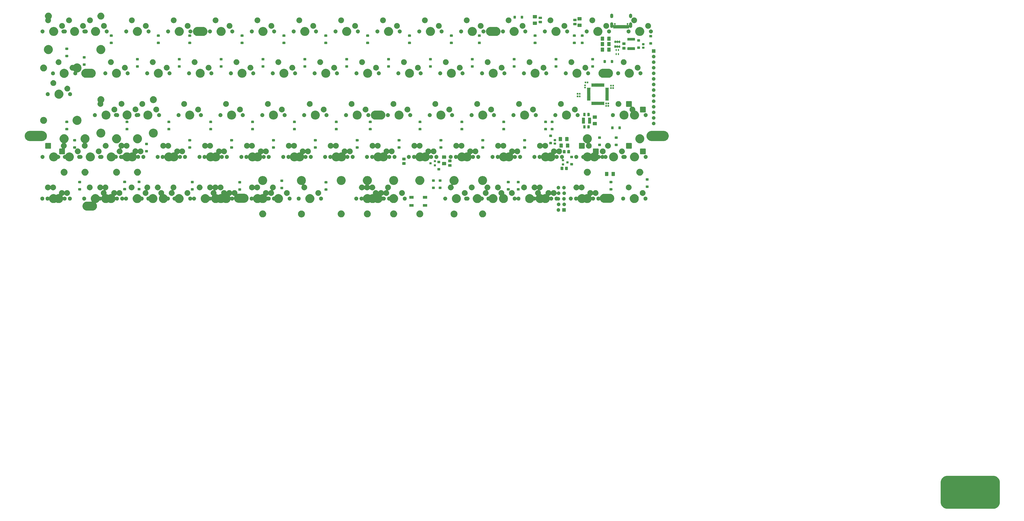
<source format=gbr>
G04 #@! TF.GenerationSoftware,KiCad,Pcbnew,(5.1.6)-1*
G04 #@! TF.CreationDate,2021-02-08T15:22:01+09:00*
G04 #@! TF.ProjectId,Joker60-NoArrows,4a6f6b65-7236-4302-9d4e-6f4172726f77,pre-Alpha*
G04 #@! TF.SameCoordinates,Original*
G04 #@! TF.FileFunction,Soldermask,Top*
G04 #@! TF.FilePolarity,Negative*
%FSLAX46Y46*%
G04 Gerber Fmt 4.6, Leading zero omitted, Abs format (unit mm)*
G04 Created by KiCad (PCBNEW (5.1.6)-1) date 2021-02-08 15:22:01*
%MOMM*%
%LPD*%
G01*
G04 APERTURE LIST*
%ADD10C,0.120000*%
%ADD11C,0.010000*%
%ADD12C,0.254000*%
G04 APERTURE END LIST*
D10*
X103636990Y-143423365D02*
G75*
G03*
X103636990Y-143423365I-508000J0D01*
G01*
X83793130Y-145963365D02*
G75*
G03*
X83793130Y-145963365I-508000J0D01*
G01*
X233813000Y-145963125D02*
G75*
G03*
X233813000Y-145963125I-508000J0D01*
G01*
X231431750Y-145963365D02*
G75*
G03*
X231431750Y-145963365I-508000J0D01*
G01*
X250481750Y-145963365D02*
G75*
G03*
X250481750Y-145963365I-508000J0D01*
G01*
X83693000Y-164941250D02*
G75*
G03*
X83693000Y-164941250I-508000J0D01*
G01*
X102743000Y-164941250D02*
G75*
G03*
X102743000Y-164941250I-508000J0D01*
G01*
X121793000Y-164941250D02*
G75*
G03*
X121793000Y-164941250I-508000J0D01*
G01*
X107505500Y-164941250D02*
G75*
G03*
X107505500Y-164941250I-508000J0D01*
G01*
X283718000Y-164941250D02*
G75*
G03*
X283718000Y-164941250I-508000J0D01*
G01*
X326580500Y-164941250D02*
G75*
G03*
X326580500Y-164941250I-508000J0D01*
G01*
X83693000Y-164941250D02*
G75*
G03*
X83693000Y-164941250I-508000J0D01*
G01*
X102743000Y-164941250D02*
G75*
G03*
X102743000Y-164941250I-508000J0D01*
G01*
X121793000Y-164941250D02*
G75*
G03*
X121793000Y-164941250I-508000J0D01*
G01*
X140843000Y-164941250D02*
G75*
G03*
X140843000Y-164941250I-508000J0D01*
G01*
X159893000Y-164941250D02*
G75*
G03*
X159893000Y-164941250I-508000J0D01*
G01*
X140843000Y-164941250D02*
G75*
G03*
X140843000Y-164941250I-508000J0D01*
G01*
X162274250Y-164941250D02*
G75*
G03*
X162274250Y-164941250I-508000J0D01*
G01*
X186086750Y-164941250D02*
G75*
G03*
X186086750Y-164941250I-508000J0D01*
G01*
X178943000Y-164941250D02*
G75*
G03*
X178943000Y-164941250I-508000J0D01*
G01*
X307530500Y-164941250D02*
G75*
G03*
X307530500Y-164941250I-508000J0D01*
G01*
X326580500Y-164941250D02*
G75*
G03*
X326580500Y-164941250I-508000J0D01*
G01*
X119513000Y-145963125D02*
G75*
G03*
X119513000Y-145963125I-508000J0D01*
G01*
X100463000Y-145963125D02*
G75*
G03*
X100463000Y-145963125I-508000J0D01*
G01*
X138461750Y-145963125D02*
G75*
G03*
X138461750Y-145963125I-508000J0D01*
G01*
X157511750Y-145963125D02*
G75*
G03*
X157511750Y-145963125I-508000J0D01*
G01*
X176561750Y-145963125D02*
G75*
G03*
X176561750Y-145963125I-508000J0D01*
G01*
X195713000Y-145963125D02*
G75*
G03*
X195713000Y-145963125I-508000J0D01*
G01*
X214763000Y-145963125D02*
G75*
G03*
X214763000Y-145963125I-508000J0D01*
G01*
X252863000Y-145963125D02*
G75*
G03*
X252863000Y-145963125I-508000J0D01*
G01*
X271913000Y-145963125D02*
G75*
G03*
X271913000Y-145963125I-508000J0D01*
G01*
X290963000Y-145963125D02*
G75*
G03*
X290963000Y-145963125I-508000J0D01*
G01*
X310013000Y-145963125D02*
G75*
G03*
X310013000Y-145963125I-508000J0D01*
G01*
X329856750Y-145963125D02*
G75*
G03*
X329856750Y-145963125I-508000J0D01*
G01*
X348113000Y-145963365D02*
G75*
G03*
X348113000Y-145963365I-508000J0D01*
G01*
X331444170Y-88813125D02*
G75*
G03*
X331444170Y-88813125I-508000J0D01*
G01*
X307631750Y-145963125D02*
G75*
G03*
X307631750Y-145963125I-508000J0D01*
G01*
X155231750Y-145963125D02*
G75*
G03*
X155231750Y-145963125I-508000J0D01*
G01*
X84591810Y-143415505D02*
G75*
G03*
X84591810Y-143415505I-508000J0D01*
G01*
X117152070Y-145930105D02*
G75*
G03*
X117152070Y-145930105I-508000J0D01*
G01*
X288480500Y-164941250D02*
G75*
G03*
X288480500Y-164941250I-508000J0D01*
G01*
X350494250Y-88813125D02*
G75*
G03*
X350494250Y-88813125I-508000J0D01*
G01*
X337000506Y-124373093D02*
G75*
G03*
X337000506Y-124373093I-508000J0D01*
G01*
X326681750Y-145963365D02*
G75*
G03*
X326681750Y-145963365I-508000J0D01*
G01*
X107606750Y-126913125D02*
G75*
G03*
X107606750Y-126913125I-508000J0D01*
G01*
D11*
G36*
X496813415Y-293789232D02*
G01*
X497014739Y-293789234D01*
X497215913Y-293789236D01*
X497416875Y-293789239D01*
X497617557Y-293789243D01*
X497817897Y-293789249D01*
X498017830Y-293789254D01*
X498217291Y-293789261D01*
X498416215Y-293789269D01*
X498614538Y-293789277D01*
X498812195Y-293789287D01*
X499009123Y-293789297D01*
X499205255Y-293789308D01*
X499400529Y-293789320D01*
X499594878Y-293789332D01*
X499788239Y-293789346D01*
X499980548Y-293789360D01*
X500171739Y-293789376D01*
X500361747Y-293789392D01*
X500550510Y-293789409D01*
X500737961Y-293789427D01*
X500924036Y-293789446D01*
X501108671Y-293789466D01*
X501291802Y-293789486D01*
X501473363Y-293789508D01*
X501653290Y-293789530D01*
X501831519Y-293789553D01*
X502007985Y-293789578D01*
X502182623Y-293789603D01*
X502355370Y-293789628D01*
X502526159Y-293789655D01*
X502694928Y-293789683D01*
X502861610Y-293789711D01*
X503026143Y-293789740D01*
X503188460Y-293789771D01*
X503348499Y-293789802D01*
X503506193Y-293789833D01*
X503661479Y-293789866D01*
X503814291Y-293789900D01*
X503964566Y-293789934D01*
X504112239Y-293789970D01*
X504257245Y-293790006D01*
X504399520Y-293790043D01*
X504539000Y-293790081D01*
X504675618Y-293790120D01*
X504809312Y-293790160D01*
X504940017Y-293790200D01*
X505067667Y-293790242D01*
X505192199Y-293790284D01*
X505313548Y-293790327D01*
X505431649Y-293790371D01*
X505546438Y-293790416D01*
X505657850Y-293790462D01*
X505765821Y-293790508D01*
X505870286Y-293790556D01*
X505971180Y-293790604D01*
X506068440Y-293790653D01*
X506162000Y-293790704D01*
X506251796Y-293790755D01*
X506337763Y-293790806D01*
X506419837Y-293790859D01*
X506497953Y-293790913D01*
X506572048Y-293790967D01*
X506642055Y-293791022D01*
X506707911Y-293791079D01*
X506769551Y-293791136D01*
X506826910Y-293791193D01*
X506879924Y-293791252D01*
X506928529Y-293791312D01*
X506972660Y-293791372D01*
X507012252Y-293791434D01*
X507047241Y-293791496D01*
X507077561Y-293791559D01*
X507103150Y-293791623D01*
X507123942Y-293791688D01*
X507139872Y-293791754D01*
X507150876Y-293791820D01*
X507156890Y-293791888D01*
X507157849Y-293791913D01*
X507242512Y-293796615D01*
X507324319Y-293803365D01*
X507405137Y-293812338D01*
X507470166Y-293821211D01*
X507589766Y-293841368D01*
X507707949Y-293866361D01*
X507824589Y-293896112D01*
X507939561Y-293930543D01*
X508052739Y-293969576D01*
X508163996Y-294013135D01*
X508273206Y-294061140D01*
X508380244Y-294113516D01*
X508484984Y-294170184D01*
X508587300Y-294231067D01*
X508687065Y-294296087D01*
X508784154Y-294365167D01*
X508878440Y-294438229D01*
X508969799Y-294515195D01*
X509058103Y-294595988D01*
X509143228Y-294680531D01*
X509225046Y-294768746D01*
X509303432Y-294860555D01*
X509378260Y-294955881D01*
X509431330Y-295028727D01*
X509495107Y-295123210D01*
X509555533Y-295220973D01*
X509612360Y-295321513D01*
X509665341Y-295424326D01*
X509714227Y-295528907D01*
X509758771Y-295634755D01*
X509798724Y-295741365D01*
X509832322Y-295843281D01*
X509858484Y-295932860D01*
X509881485Y-296021363D01*
X509901478Y-296109639D01*
X509918618Y-296198538D01*
X509933058Y-296288909D01*
X509944952Y-296381604D01*
X509954455Y-296477470D01*
X509959720Y-296546225D01*
X509959858Y-296550804D01*
X509959994Y-296560366D01*
X509960127Y-296574812D01*
X509960257Y-296594045D01*
X509960385Y-296617967D01*
X509960510Y-296646480D01*
X509960632Y-296679488D01*
X509960751Y-296716893D01*
X509960868Y-296758596D01*
X509960983Y-296804501D01*
X509961094Y-296854510D01*
X509961203Y-296908525D01*
X509961309Y-296966449D01*
X509961413Y-297028185D01*
X509961513Y-297093634D01*
X509961612Y-297162699D01*
X509961707Y-297235283D01*
X509961800Y-297311288D01*
X509961890Y-297390616D01*
X509961977Y-297473171D01*
X509962062Y-297558853D01*
X509962144Y-297647567D01*
X509962223Y-297739213D01*
X509962300Y-297833696D01*
X509962374Y-297930917D01*
X509962445Y-298030778D01*
X509962514Y-298133182D01*
X509962580Y-298238032D01*
X509962643Y-298345229D01*
X509962704Y-298454677D01*
X509962761Y-298566278D01*
X509962817Y-298679934D01*
X509962869Y-298795548D01*
X509962919Y-298913022D01*
X509962966Y-299032258D01*
X509963011Y-299153160D01*
X509963052Y-299275629D01*
X509963091Y-299399568D01*
X509963128Y-299524879D01*
X509963162Y-299651465D01*
X509963193Y-299779229D01*
X509963221Y-299908072D01*
X509963247Y-300037897D01*
X509963270Y-300168607D01*
X509963290Y-300300104D01*
X509963308Y-300432290D01*
X509963322Y-300565068D01*
X509963335Y-300698341D01*
X509963344Y-300832010D01*
X509963351Y-300965979D01*
X509963355Y-301100149D01*
X509963357Y-301234424D01*
X509963356Y-301368705D01*
X509963352Y-301502895D01*
X509963345Y-301636896D01*
X509963336Y-301770612D01*
X509963324Y-301903944D01*
X509963310Y-302036794D01*
X509963292Y-302169066D01*
X509963273Y-302300662D01*
X509963250Y-302431483D01*
X509963225Y-302561434D01*
X509963197Y-302690415D01*
X509963166Y-302818330D01*
X509963133Y-302945080D01*
X509963096Y-303070569D01*
X509963058Y-303194699D01*
X509963016Y-303317372D01*
X509962972Y-303438491D01*
X509962925Y-303557958D01*
X509962876Y-303675676D01*
X509962824Y-303791546D01*
X509962769Y-303905472D01*
X509962712Y-304017356D01*
X509962651Y-304127100D01*
X509962588Y-304234607D01*
X509962523Y-304339779D01*
X509962455Y-304442519D01*
X509962384Y-304542729D01*
X509962310Y-304640312D01*
X509962234Y-304735170D01*
X509962155Y-304827205D01*
X509962073Y-304916320D01*
X509961989Y-305002417D01*
X509961902Y-305085399D01*
X509961812Y-305165169D01*
X509961720Y-305241628D01*
X509961625Y-305314679D01*
X509961527Y-305384225D01*
X509961426Y-305450168D01*
X509961323Y-305512410D01*
X509961217Y-305570854D01*
X509961109Y-305625402D01*
X509960998Y-305675958D01*
X509960884Y-305722422D01*
X509960767Y-305764698D01*
X509960648Y-305802689D01*
X509960526Y-305836296D01*
X509960402Y-305865422D01*
X509960274Y-305889969D01*
X509960144Y-305909840D01*
X509960012Y-305924938D01*
X509959876Y-305935164D01*
X509959738Y-305940422D01*
X509959720Y-305940745D01*
X509952107Y-306035951D01*
X509942405Y-306127351D01*
X509930461Y-306215839D01*
X509916122Y-306302304D01*
X509899235Y-306387638D01*
X509879648Y-306472732D01*
X509857206Y-306558478D01*
X509848459Y-306589471D01*
X509813400Y-306702358D01*
X509773466Y-306814215D01*
X509728811Y-306924719D01*
X509679588Y-307033550D01*
X509625953Y-307140387D01*
X509568059Y-307244909D01*
X509506061Y-307346793D01*
X509440113Y-307445720D01*
X509431330Y-307458244D01*
X509359403Y-307555860D01*
X509283643Y-307650248D01*
X509204187Y-307741292D01*
X509121167Y-307828875D01*
X509034721Y-307912879D01*
X508944983Y-307993189D01*
X508852088Y-308069687D01*
X508756172Y-308142256D01*
X508657369Y-308210780D01*
X508555815Y-308275142D01*
X508451645Y-308335225D01*
X508361689Y-308382570D01*
X508311959Y-308407221D01*
X508265147Y-308429542D01*
X508219990Y-308450084D01*
X508175222Y-308469402D01*
X508129581Y-308488048D01*
X508081803Y-308506576D01*
X508057755Y-308515584D01*
X507943700Y-308555210D01*
X507828435Y-308589957D01*
X507711883Y-308619840D01*
X507593963Y-308644874D01*
X507474597Y-308665076D01*
X507353706Y-308680461D01*
X507231212Y-308691045D01*
X507157849Y-308695057D01*
X507153975Y-308695115D01*
X507145085Y-308695171D01*
X507131245Y-308695227D01*
X507112520Y-308695283D01*
X507088972Y-308695337D01*
X507060668Y-308695391D01*
X507027672Y-308695444D01*
X506990047Y-308695496D01*
X506947859Y-308695548D01*
X506901172Y-308695598D01*
X506850050Y-308695648D01*
X506794558Y-308695698D01*
X506734761Y-308695746D01*
X506670722Y-308695794D01*
X506602507Y-308695841D01*
X506530179Y-308695887D01*
X506453804Y-308695932D01*
X506373446Y-308695977D01*
X506289169Y-308696021D01*
X506201038Y-308696064D01*
X506109117Y-308696106D01*
X506013471Y-308696148D01*
X505914164Y-308696188D01*
X505811260Y-308696229D01*
X505704825Y-308696268D01*
X505594923Y-308696306D01*
X505481617Y-308696344D01*
X505364974Y-308696381D01*
X505245056Y-308696418D01*
X505121929Y-308696453D01*
X504995657Y-308696488D01*
X504866304Y-308696522D01*
X504733936Y-308696555D01*
X504598616Y-308696588D01*
X504460409Y-308696620D01*
X504319379Y-308696651D01*
X504175592Y-308696681D01*
X504029110Y-308696710D01*
X503880000Y-308696739D01*
X503728325Y-308696767D01*
X503574150Y-308696794D01*
X503417540Y-308696821D01*
X503258558Y-308696847D01*
X503097269Y-308696872D01*
X502933738Y-308696896D01*
X502768030Y-308696919D01*
X502600208Y-308696942D01*
X502430338Y-308696964D01*
X502258483Y-308696986D01*
X502084708Y-308697006D01*
X501909078Y-308697026D01*
X501731657Y-308697045D01*
X501552510Y-308697063D01*
X501371701Y-308697081D01*
X501189295Y-308697098D01*
X501005355Y-308697114D01*
X500819947Y-308697129D01*
X500633136Y-308697143D01*
X500444984Y-308697157D01*
X500255558Y-308697170D01*
X500064921Y-308697183D01*
X499873138Y-308697194D01*
X499680274Y-308697205D01*
X499486393Y-308697215D01*
X499291559Y-308697225D01*
X499095836Y-308697233D01*
X498899291Y-308697241D01*
X498701986Y-308697248D01*
X498503986Y-308697255D01*
X498305356Y-308697260D01*
X498106161Y-308697265D01*
X497906464Y-308697269D01*
X497706330Y-308697273D01*
X497505825Y-308697276D01*
X497305011Y-308697278D01*
X497103954Y-308697279D01*
X496701368Y-308697279D01*
X496499969Y-308697278D01*
X496298583Y-308697276D01*
X496097277Y-308697274D01*
X495896114Y-308697271D01*
X495695160Y-308697267D01*
X495494478Y-308697262D01*
X495294133Y-308697257D01*
X495094189Y-308697251D01*
X494894712Y-308697244D01*
X494695765Y-308697236D01*
X494497413Y-308697228D01*
X494299720Y-308697219D01*
X494102751Y-308697209D01*
X493906571Y-308697199D01*
X493711243Y-308697187D01*
X493516833Y-308697175D01*
X493323405Y-308697163D01*
X493131023Y-308697149D01*
X492939752Y-308697135D01*
X492749656Y-308697120D01*
X492560800Y-308697105D01*
X492373248Y-308697088D01*
X492187064Y-308697071D01*
X492002314Y-308697053D01*
X491819062Y-308697035D01*
X491637372Y-308697016D01*
X491457308Y-308696996D01*
X491278936Y-308696975D01*
X491102319Y-308696953D01*
X490927522Y-308696931D01*
X490754610Y-308696908D01*
X490583647Y-308696885D01*
X490414697Y-308696860D01*
X490247825Y-308696835D01*
X490083096Y-308696810D01*
X489920574Y-308696783D01*
X489760323Y-308696756D01*
X489602408Y-308696728D01*
X489446894Y-308696699D01*
X489293844Y-308696670D01*
X489143324Y-308696640D01*
X488995398Y-308696609D01*
X488850130Y-308696577D01*
X488707585Y-308696545D01*
X488567827Y-308696512D01*
X488430921Y-308696478D01*
X488296931Y-308696444D01*
X488165922Y-308696409D01*
X488037958Y-308696373D01*
X487913104Y-308696336D01*
X487791424Y-308696299D01*
X487672983Y-308696261D01*
X487557844Y-308696222D01*
X487446074Y-308696183D01*
X487337735Y-308696143D01*
X487232894Y-308696102D01*
X487131613Y-308696060D01*
X487033957Y-308696018D01*
X486939992Y-308695975D01*
X486849781Y-308695931D01*
X486763390Y-308695886D01*
X486680881Y-308695841D01*
X486602321Y-308695795D01*
X486527773Y-308695749D01*
X486457302Y-308695701D01*
X486390973Y-308695653D01*
X486328849Y-308695605D01*
X486270995Y-308695555D01*
X486217477Y-308695505D01*
X486168358Y-308695454D01*
X486123702Y-308695403D01*
X486083575Y-308695350D01*
X486048041Y-308695297D01*
X486017164Y-308695244D01*
X485991008Y-308695189D01*
X485969639Y-308695134D01*
X485953120Y-308695078D01*
X485941517Y-308695022D01*
X485934893Y-308694965D01*
X485933398Y-308694933D01*
X485812112Y-308687147D01*
X485691138Y-308674356D01*
X485570776Y-308656607D01*
X485451323Y-308633951D01*
X485333080Y-308606435D01*
X485242381Y-308581775D01*
X485126728Y-308545685D01*
X485013008Y-308504936D01*
X484901345Y-308459620D01*
X484791866Y-308409824D01*
X484684694Y-308355639D01*
X484579957Y-308297154D01*
X484477779Y-308234459D01*
X484378286Y-308167642D01*
X484281603Y-308096794D01*
X484187855Y-308022004D01*
X484097168Y-307943361D01*
X484009668Y-307860955D01*
X483925480Y-307774875D01*
X483844728Y-307685211D01*
X483767539Y-307592052D01*
X483694039Y-307495488D01*
X483667330Y-307458244D01*
X483617243Y-307384937D01*
X483570134Y-307311139D01*
X483525312Y-307235687D01*
X483482086Y-307157422D01*
X483442078Y-307079821D01*
X483389756Y-306969483D01*
X483342343Y-306857853D01*
X483299821Y-306744872D01*
X483262174Y-306630483D01*
X483229383Y-306514626D01*
X483201432Y-306397245D01*
X483178301Y-306278279D01*
X483159974Y-306157672D01*
X483157564Y-306138846D01*
X483155514Y-306122187D01*
X483153664Y-306106576D01*
X483151946Y-306091300D01*
X483150290Y-306075646D01*
X483148625Y-306058903D01*
X483146884Y-306040358D01*
X483144995Y-306019298D01*
X483142889Y-305995012D01*
X483140497Y-305966786D01*
X483138954Y-305948365D01*
X483138836Y-305944415D01*
X483138718Y-305935483D01*
X483138602Y-305921667D01*
X483138487Y-305903064D01*
X483138374Y-305879771D01*
X483138261Y-305851886D01*
X483138150Y-305819507D01*
X483138040Y-305782730D01*
X483137932Y-305741653D01*
X483137825Y-305696374D01*
X483137719Y-305646990D01*
X483137615Y-305593599D01*
X483137512Y-305536298D01*
X483137410Y-305475185D01*
X483137310Y-305410357D01*
X483137211Y-305341911D01*
X483137114Y-305269945D01*
X483137019Y-305194557D01*
X483136925Y-305115843D01*
X483136832Y-305033902D01*
X483136741Y-304948831D01*
X483136652Y-304860727D01*
X483136565Y-304769688D01*
X483136479Y-304675811D01*
X483136394Y-304579194D01*
X483136312Y-304479935D01*
X483136231Y-304378129D01*
X483136152Y-304273876D01*
X483136074Y-304167273D01*
X483135999Y-304058417D01*
X483135925Y-303947405D01*
X483135853Y-303834335D01*
X483135783Y-303719305D01*
X483135715Y-303602411D01*
X483135648Y-303483752D01*
X483135584Y-303363425D01*
X483135521Y-303241527D01*
X483135461Y-303118156D01*
X483135402Y-302993410D01*
X483135346Y-302867385D01*
X483135291Y-302740179D01*
X483135239Y-302611890D01*
X483135188Y-302482615D01*
X483135140Y-302352452D01*
X483135094Y-302221498D01*
X483135050Y-302089850D01*
X483135008Y-301957607D01*
X483134968Y-301824865D01*
X483134930Y-301691721D01*
X483134895Y-301558275D01*
X483134862Y-301424622D01*
X483134831Y-301290860D01*
X483134802Y-301157088D01*
X483134776Y-301023402D01*
X483134752Y-300889899D01*
X483134731Y-300756678D01*
X483134711Y-300623835D01*
X483134695Y-300491469D01*
X483134680Y-300359676D01*
X483134668Y-300228554D01*
X483134659Y-300098201D01*
X483134652Y-299968714D01*
X483134647Y-299840190D01*
X483134645Y-299712728D01*
X483134645Y-299586423D01*
X483134649Y-299461375D01*
X483134654Y-299337680D01*
X483134662Y-299215436D01*
X483134673Y-299094741D01*
X483134687Y-298975691D01*
X483134703Y-298858384D01*
X483134722Y-298742918D01*
X483134744Y-298629390D01*
X483134768Y-298517898D01*
X483134795Y-298408539D01*
X483134825Y-298301410D01*
X483134858Y-298196610D01*
X483134894Y-298094235D01*
X483134932Y-297994383D01*
X483134973Y-297897152D01*
X483135017Y-297802638D01*
X483135064Y-297710940D01*
X483135114Y-297622155D01*
X483135167Y-297536380D01*
X483135223Y-297453713D01*
X483135282Y-297374251D01*
X483135344Y-297298092D01*
X483135409Y-297225333D01*
X483135477Y-297156072D01*
X483135549Y-297090406D01*
X483135623Y-297028432D01*
X483135700Y-296970249D01*
X483135781Y-296915953D01*
X483135865Y-296865642D01*
X483135951Y-296819414D01*
X483136042Y-296777365D01*
X483136135Y-296739594D01*
X483136232Y-296706198D01*
X483136332Y-296677274D01*
X483136435Y-296652920D01*
X483136541Y-296633233D01*
X483136651Y-296618311D01*
X483136764Y-296608251D01*
X483136872Y-296603369D01*
X483144198Y-296479878D01*
X483156342Y-296357986D01*
X483173315Y-296237648D01*
X483195129Y-296118822D01*
X483221793Y-296001465D01*
X483253319Y-295885535D01*
X483289718Y-295770987D01*
X483331001Y-295657780D01*
X483377179Y-295545869D01*
X483428263Y-295435213D01*
X483442097Y-295407149D01*
X483499151Y-295298431D01*
X483560146Y-295192914D01*
X483625099Y-295090574D01*
X483694028Y-294991387D01*
X483766953Y-294895331D01*
X483843892Y-294802382D01*
X483924862Y-294712517D01*
X484009883Y-294625713D01*
X484098972Y-294541946D01*
X484188386Y-294464330D01*
X484278380Y-294392365D01*
X484372109Y-294323553D01*
X484469137Y-294258150D01*
X484569027Y-294196414D01*
X484671342Y-294138600D01*
X484775647Y-294084964D01*
X484881503Y-294035763D01*
X484988475Y-293991254D01*
X485006123Y-293984409D01*
X485120280Y-293943231D01*
X485235431Y-293906971D01*
X485351689Y-293875607D01*
X485469171Y-293849114D01*
X485587990Y-293827469D01*
X485708260Y-293810649D01*
X485830096Y-293798629D01*
X485940811Y-293791913D01*
X485944923Y-293791845D01*
X485954050Y-293791779D01*
X485968127Y-293791713D01*
X485987090Y-293791647D01*
X486010874Y-293791583D01*
X486039415Y-293791520D01*
X486072649Y-293791457D01*
X486110510Y-293791395D01*
X486152934Y-293791335D01*
X486199856Y-293791275D01*
X486251213Y-293791216D01*
X486306938Y-293791157D01*
X486366969Y-293791100D01*
X486431240Y-293791043D01*
X486499687Y-293790988D01*
X486572245Y-293790933D01*
X486648850Y-293790879D01*
X486729437Y-293790826D01*
X486813941Y-293790774D01*
X486902299Y-293790723D01*
X486994445Y-293790672D01*
X487090315Y-293790623D01*
X487189844Y-293790574D01*
X487292968Y-293790526D01*
X487399622Y-293790479D01*
X487509742Y-293790433D01*
X487623263Y-293790388D01*
X487740121Y-293790344D01*
X487860250Y-293790300D01*
X487983588Y-293790257D01*
X488110068Y-293790216D01*
X488239626Y-293790175D01*
X488372199Y-293790135D01*
X488507720Y-293790096D01*
X488646127Y-293790057D01*
X488787353Y-293790020D01*
X488931336Y-293789983D01*
X489078009Y-293789948D01*
X489227309Y-293789913D01*
X489379171Y-293789879D01*
X489533530Y-293789846D01*
X489690322Y-293789814D01*
X489849483Y-293789782D01*
X490010947Y-293789752D01*
X490174650Y-293789722D01*
X490340528Y-293789693D01*
X490508517Y-293789665D01*
X490678550Y-293789638D01*
X490850565Y-293789612D01*
X491024497Y-293789587D01*
X491200280Y-293789562D01*
X491377850Y-293789539D01*
X491557144Y-293789516D01*
X491738095Y-293789494D01*
X491920641Y-293789473D01*
X492104715Y-293789453D01*
X492290254Y-293789434D01*
X492477193Y-293789416D01*
X492665468Y-293789398D01*
X492855014Y-293789382D01*
X493045766Y-293789366D01*
X493237659Y-293789351D01*
X493430630Y-293789337D01*
X493624614Y-293789325D01*
X493819546Y-293789312D01*
X494015362Y-293789301D01*
X494211997Y-293789290D01*
X494409386Y-293789281D01*
X494607465Y-293789272D01*
X494806170Y-293789264D01*
X495005436Y-293789257D01*
X495205198Y-293789251D01*
X495405391Y-293789245D01*
X495605952Y-293789241D01*
X495806816Y-293789237D01*
X496007918Y-293789234D01*
X496209193Y-293789232D01*
X496410577Y-293789231D01*
X496612006Y-293789231D01*
X496813415Y-293789232D01*
G37*
X496813415Y-293789232D02*
X497014739Y-293789234D01*
X497215913Y-293789236D01*
X497416875Y-293789239D01*
X497617557Y-293789243D01*
X497817897Y-293789249D01*
X498017830Y-293789254D01*
X498217291Y-293789261D01*
X498416215Y-293789269D01*
X498614538Y-293789277D01*
X498812195Y-293789287D01*
X499009123Y-293789297D01*
X499205255Y-293789308D01*
X499400529Y-293789320D01*
X499594878Y-293789332D01*
X499788239Y-293789346D01*
X499980548Y-293789360D01*
X500171739Y-293789376D01*
X500361747Y-293789392D01*
X500550510Y-293789409D01*
X500737961Y-293789427D01*
X500924036Y-293789446D01*
X501108671Y-293789466D01*
X501291802Y-293789486D01*
X501473363Y-293789508D01*
X501653290Y-293789530D01*
X501831519Y-293789553D01*
X502007985Y-293789578D01*
X502182623Y-293789603D01*
X502355370Y-293789628D01*
X502526159Y-293789655D01*
X502694928Y-293789683D01*
X502861610Y-293789711D01*
X503026143Y-293789740D01*
X503188460Y-293789771D01*
X503348499Y-293789802D01*
X503506193Y-293789833D01*
X503661479Y-293789866D01*
X503814291Y-293789900D01*
X503964566Y-293789934D01*
X504112239Y-293789970D01*
X504257245Y-293790006D01*
X504399520Y-293790043D01*
X504539000Y-293790081D01*
X504675618Y-293790120D01*
X504809312Y-293790160D01*
X504940017Y-293790200D01*
X505067667Y-293790242D01*
X505192199Y-293790284D01*
X505313548Y-293790327D01*
X505431649Y-293790371D01*
X505546438Y-293790416D01*
X505657850Y-293790462D01*
X505765821Y-293790508D01*
X505870286Y-293790556D01*
X505971180Y-293790604D01*
X506068440Y-293790653D01*
X506162000Y-293790704D01*
X506251796Y-293790755D01*
X506337763Y-293790806D01*
X506419837Y-293790859D01*
X506497953Y-293790913D01*
X506572048Y-293790967D01*
X506642055Y-293791022D01*
X506707911Y-293791079D01*
X506769551Y-293791136D01*
X506826910Y-293791193D01*
X506879924Y-293791252D01*
X506928529Y-293791312D01*
X506972660Y-293791372D01*
X507012252Y-293791434D01*
X507047241Y-293791496D01*
X507077561Y-293791559D01*
X507103150Y-293791623D01*
X507123942Y-293791688D01*
X507139872Y-293791754D01*
X507150876Y-293791820D01*
X507156890Y-293791888D01*
X507157849Y-293791913D01*
X507242512Y-293796615D01*
X507324319Y-293803365D01*
X507405137Y-293812338D01*
X507470166Y-293821211D01*
X507589766Y-293841368D01*
X507707949Y-293866361D01*
X507824589Y-293896112D01*
X507939561Y-293930543D01*
X508052739Y-293969576D01*
X508163996Y-294013135D01*
X508273206Y-294061140D01*
X508380244Y-294113516D01*
X508484984Y-294170184D01*
X508587300Y-294231067D01*
X508687065Y-294296087D01*
X508784154Y-294365167D01*
X508878440Y-294438229D01*
X508969799Y-294515195D01*
X509058103Y-294595988D01*
X509143228Y-294680531D01*
X509225046Y-294768746D01*
X509303432Y-294860555D01*
X509378260Y-294955881D01*
X509431330Y-295028727D01*
X509495107Y-295123210D01*
X509555533Y-295220973D01*
X509612360Y-295321513D01*
X509665341Y-295424326D01*
X509714227Y-295528907D01*
X509758771Y-295634755D01*
X509798724Y-295741365D01*
X509832322Y-295843281D01*
X509858484Y-295932860D01*
X509881485Y-296021363D01*
X509901478Y-296109639D01*
X509918618Y-296198538D01*
X509933058Y-296288909D01*
X509944952Y-296381604D01*
X509954455Y-296477470D01*
X509959720Y-296546225D01*
X509959858Y-296550804D01*
X509959994Y-296560366D01*
X509960127Y-296574812D01*
X509960257Y-296594045D01*
X509960385Y-296617967D01*
X509960510Y-296646480D01*
X509960632Y-296679488D01*
X509960751Y-296716893D01*
X509960868Y-296758596D01*
X509960983Y-296804501D01*
X509961094Y-296854510D01*
X509961203Y-296908525D01*
X509961309Y-296966449D01*
X509961413Y-297028185D01*
X509961513Y-297093634D01*
X509961612Y-297162699D01*
X509961707Y-297235283D01*
X509961800Y-297311288D01*
X509961890Y-297390616D01*
X509961977Y-297473171D01*
X509962062Y-297558853D01*
X509962144Y-297647567D01*
X509962223Y-297739213D01*
X509962300Y-297833696D01*
X509962374Y-297930917D01*
X509962445Y-298030778D01*
X509962514Y-298133182D01*
X509962580Y-298238032D01*
X509962643Y-298345229D01*
X509962704Y-298454677D01*
X509962761Y-298566278D01*
X509962817Y-298679934D01*
X509962869Y-298795548D01*
X509962919Y-298913022D01*
X509962966Y-299032258D01*
X509963011Y-299153160D01*
X509963052Y-299275629D01*
X509963091Y-299399568D01*
X509963128Y-299524879D01*
X509963162Y-299651465D01*
X509963193Y-299779229D01*
X509963221Y-299908072D01*
X509963247Y-300037897D01*
X509963270Y-300168607D01*
X509963290Y-300300104D01*
X509963308Y-300432290D01*
X509963322Y-300565068D01*
X509963335Y-300698341D01*
X509963344Y-300832010D01*
X509963351Y-300965979D01*
X509963355Y-301100149D01*
X509963357Y-301234424D01*
X509963356Y-301368705D01*
X509963352Y-301502895D01*
X509963345Y-301636896D01*
X509963336Y-301770612D01*
X509963324Y-301903944D01*
X509963310Y-302036794D01*
X509963292Y-302169066D01*
X509963273Y-302300662D01*
X509963250Y-302431483D01*
X509963225Y-302561434D01*
X509963197Y-302690415D01*
X509963166Y-302818330D01*
X509963133Y-302945080D01*
X509963096Y-303070569D01*
X509963058Y-303194699D01*
X509963016Y-303317372D01*
X509962972Y-303438491D01*
X509962925Y-303557958D01*
X509962876Y-303675676D01*
X509962824Y-303791546D01*
X509962769Y-303905472D01*
X509962712Y-304017356D01*
X509962651Y-304127100D01*
X509962588Y-304234607D01*
X509962523Y-304339779D01*
X509962455Y-304442519D01*
X509962384Y-304542729D01*
X509962310Y-304640312D01*
X509962234Y-304735170D01*
X509962155Y-304827205D01*
X509962073Y-304916320D01*
X509961989Y-305002417D01*
X509961902Y-305085399D01*
X509961812Y-305165169D01*
X509961720Y-305241628D01*
X509961625Y-305314679D01*
X509961527Y-305384225D01*
X509961426Y-305450168D01*
X509961323Y-305512410D01*
X509961217Y-305570854D01*
X509961109Y-305625402D01*
X509960998Y-305675958D01*
X509960884Y-305722422D01*
X509960767Y-305764698D01*
X509960648Y-305802689D01*
X509960526Y-305836296D01*
X509960402Y-305865422D01*
X509960274Y-305889969D01*
X509960144Y-305909840D01*
X509960012Y-305924938D01*
X509959876Y-305935164D01*
X509959738Y-305940422D01*
X509959720Y-305940745D01*
X509952107Y-306035951D01*
X509942405Y-306127351D01*
X509930461Y-306215839D01*
X509916122Y-306302304D01*
X509899235Y-306387638D01*
X509879648Y-306472732D01*
X509857206Y-306558478D01*
X509848459Y-306589471D01*
X509813400Y-306702358D01*
X509773466Y-306814215D01*
X509728811Y-306924719D01*
X509679588Y-307033550D01*
X509625953Y-307140387D01*
X509568059Y-307244909D01*
X509506061Y-307346793D01*
X509440113Y-307445720D01*
X509431330Y-307458244D01*
X509359403Y-307555860D01*
X509283643Y-307650248D01*
X509204187Y-307741292D01*
X509121167Y-307828875D01*
X509034721Y-307912879D01*
X508944983Y-307993189D01*
X508852088Y-308069687D01*
X508756172Y-308142256D01*
X508657369Y-308210780D01*
X508555815Y-308275142D01*
X508451645Y-308335225D01*
X508361689Y-308382570D01*
X508311959Y-308407221D01*
X508265147Y-308429542D01*
X508219990Y-308450084D01*
X508175222Y-308469402D01*
X508129581Y-308488048D01*
X508081803Y-308506576D01*
X508057755Y-308515584D01*
X507943700Y-308555210D01*
X507828435Y-308589957D01*
X507711883Y-308619840D01*
X507593963Y-308644874D01*
X507474597Y-308665076D01*
X507353706Y-308680461D01*
X507231212Y-308691045D01*
X507157849Y-308695057D01*
X507153975Y-308695115D01*
X507145085Y-308695171D01*
X507131245Y-308695227D01*
X507112520Y-308695283D01*
X507088972Y-308695337D01*
X507060668Y-308695391D01*
X507027672Y-308695444D01*
X506990047Y-308695496D01*
X506947859Y-308695548D01*
X506901172Y-308695598D01*
X506850050Y-308695648D01*
X506794558Y-308695698D01*
X506734761Y-308695746D01*
X506670722Y-308695794D01*
X506602507Y-308695841D01*
X506530179Y-308695887D01*
X506453804Y-308695932D01*
X506373446Y-308695977D01*
X506289169Y-308696021D01*
X506201038Y-308696064D01*
X506109117Y-308696106D01*
X506013471Y-308696148D01*
X505914164Y-308696188D01*
X505811260Y-308696229D01*
X505704825Y-308696268D01*
X505594923Y-308696306D01*
X505481617Y-308696344D01*
X505364974Y-308696381D01*
X505245056Y-308696418D01*
X505121929Y-308696453D01*
X504995657Y-308696488D01*
X504866304Y-308696522D01*
X504733936Y-308696555D01*
X504598616Y-308696588D01*
X504460409Y-308696620D01*
X504319379Y-308696651D01*
X504175592Y-308696681D01*
X504029110Y-308696710D01*
X503880000Y-308696739D01*
X503728325Y-308696767D01*
X503574150Y-308696794D01*
X503417540Y-308696821D01*
X503258558Y-308696847D01*
X503097269Y-308696872D01*
X502933738Y-308696896D01*
X502768030Y-308696919D01*
X502600208Y-308696942D01*
X502430338Y-308696964D01*
X502258483Y-308696986D01*
X502084708Y-308697006D01*
X501909078Y-308697026D01*
X501731657Y-308697045D01*
X501552510Y-308697063D01*
X501371701Y-308697081D01*
X501189295Y-308697098D01*
X501005355Y-308697114D01*
X500819947Y-308697129D01*
X500633136Y-308697143D01*
X500444984Y-308697157D01*
X500255558Y-308697170D01*
X500064921Y-308697183D01*
X499873138Y-308697194D01*
X499680274Y-308697205D01*
X499486393Y-308697215D01*
X499291559Y-308697225D01*
X499095836Y-308697233D01*
X498899291Y-308697241D01*
X498701986Y-308697248D01*
X498503986Y-308697255D01*
X498305356Y-308697260D01*
X498106161Y-308697265D01*
X497906464Y-308697269D01*
X497706330Y-308697273D01*
X497505825Y-308697276D01*
X497305011Y-308697278D01*
X497103954Y-308697279D01*
X496701368Y-308697279D01*
X496499969Y-308697278D01*
X496298583Y-308697276D01*
X496097277Y-308697274D01*
X495896114Y-308697271D01*
X495695160Y-308697267D01*
X495494478Y-308697262D01*
X495294133Y-308697257D01*
X495094189Y-308697251D01*
X494894712Y-308697244D01*
X494695765Y-308697236D01*
X494497413Y-308697228D01*
X494299720Y-308697219D01*
X494102751Y-308697209D01*
X493906571Y-308697199D01*
X493711243Y-308697187D01*
X493516833Y-308697175D01*
X493323405Y-308697163D01*
X493131023Y-308697149D01*
X492939752Y-308697135D01*
X492749656Y-308697120D01*
X492560800Y-308697105D01*
X492373248Y-308697088D01*
X492187064Y-308697071D01*
X492002314Y-308697053D01*
X491819062Y-308697035D01*
X491637372Y-308697016D01*
X491457308Y-308696996D01*
X491278936Y-308696975D01*
X491102319Y-308696953D01*
X490927522Y-308696931D01*
X490754610Y-308696908D01*
X490583647Y-308696885D01*
X490414697Y-308696860D01*
X490247825Y-308696835D01*
X490083096Y-308696810D01*
X489920574Y-308696783D01*
X489760323Y-308696756D01*
X489602408Y-308696728D01*
X489446894Y-308696699D01*
X489293844Y-308696670D01*
X489143324Y-308696640D01*
X488995398Y-308696609D01*
X488850130Y-308696577D01*
X488707585Y-308696545D01*
X488567827Y-308696512D01*
X488430921Y-308696478D01*
X488296931Y-308696444D01*
X488165922Y-308696409D01*
X488037958Y-308696373D01*
X487913104Y-308696336D01*
X487791424Y-308696299D01*
X487672983Y-308696261D01*
X487557844Y-308696222D01*
X487446074Y-308696183D01*
X487337735Y-308696143D01*
X487232894Y-308696102D01*
X487131613Y-308696060D01*
X487033957Y-308696018D01*
X486939992Y-308695975D01*
X486849781Y-308695931D01*
X486763390Y-308695886D01*
X486680881Y-308695841D01*
X486602321Y-308695795D01*
X486527773Y-308695749D01*
X486457302Y-308695701D01*
X486390973Y-308695653D01*
X486328849Y-308695605D01*
X486270995Y-308695555D01*
X486217477Y-308695505D01*
X486168358Y-308695454D01*
X486123702Y-308695403D01*
X486083575Y-308695350D01*
X486048041Y-308695297D01*
X486017164Y-308695244D01*
X485991008Y-308695189D01*
X485969639Y-308695134D01*
X485953120Y-308695078D01*
X485941517Y-308695022D01*
X485934893Y-308694965D01*
X485933398Y-308694933D01*
X485812112Y-308687147D01*
X485691138Y-308674356D01*
X485570776Y-308656607D01*
X485451323Y-308633951D01*
X485333080Y-308606435D01*
X485242381Y-308581775D01*
X485126728Y-308545685D01*
X485013008Y-308504936D01*
X484901345Y-308459620D01*
X484791866Y-308409824D01*
X484684694Y-308355639D01*
X484579957Y-308297154D01*
X484477779Y-308234459D01*
X484378286Y-308167642D01*
X484281603Y-308096794D01*
X484187855Y-308022004D01*
X484097168Y-307943361D01*
X484009668Y-307860955D01*
X483925480Y-307774875D01*
X483844728Y-307685211D01*
X483767539Y-307592052D01*
X483694039Y-307495488D01*
X483667330Y-307458244D01*
X483617243Y-307384937D01*
X483570134Y-307311139D01*
X483525312Y-307235687D01*
X483482086Y-307157422D01*
X483442078Y-307079821D01*
X483389756Y-306969483D01*
X483342343Y-306857853D01*
X483299821Y-306744872D01*
X483262174Y-306630483D01*
X483229383Y-306514626D01*
X483201432Y-306397245D01*
X483178301Y-306278279D01*
X483159974Y-306157672D01*
X483157564Y-306138846D01*
X483155514Y-306122187D01*
X483153664Y-306106576D01*
X483151946Y-306091300D01*
X483150290Y-306075646D01*
X483148625Y-306058903D01*
X483146884Y-306040358D01*
X483144995Y-306019298D01*
X483142889Y-305995012D01*
X483140497Y-305966786D01*
X483138954Y-305948365D01*
X483138836Y-305944415D01*
X483138718Y-305935483D01*
X483138602Y-305921667D01*
X483138487Y-305903064D01*
X483138374Y-305879771D01*
X483138261Y-305851886D01*
X483138150Y-305819507D01*
X483138040Y-305782730D01*
X483137932Y-305741653D01*
X483137825Y-305696374D01*
X483137719Y-305646990D01*
X483137615Y-305593599D01*
X483137512Y-305536298D01*
X483137410Y-305475185D01*
X483137310Y-305410357D01*
X483137211Y-305341911D01*
X483137114Y-305269945D01*
X483137019Y-305194557D01*
X483136925Y-305115843D01*
X483136832Y-305033902D01*
X483136741Y-304948831D01*
X483136652Y-304860727D01*
X483136565Y-304769688D01*
X483136479Y-304675811D01*
X483136394Y-304579194D01*
X483136312Y-304479935D01*
X483136231Y-304378129D01*
X483136152Y-304273876D01*
X483136074Y-304167273D01*
X483135999Y-304058417D01*
X483135925Y-303947405D01*
X483135853Y-303834335D01*
X483135783Y-303719305D01*
X483135715Y-303602411D01*
X483135648Y-303483752D01*
X483135584Y-303363425D01*
X483135521Y-303241527D01*
X483135461Y-303118156D01*
X483135402Y-302993410D01*
X483135346Y-302867385D01*
X483135291Y-302740179D01*
X483135239Y-302611890D01*
X483135188Y-302482615D01*
X483135140Y-302352452D01*
X483135094Y-302221498D01*
X483135050Y-302089850D01*
X483135008Y-301957607D01*
X483134968Y-301824865D01*
X483134930Y-301691721D01*
X483134895Y-301558275D01*
X483134862Y-301424622D01*
X483134831Y-301290860D01*
X483134802Y-301157088D01*
X483134776Y-301023402D01*
X483134752Y-300889899D01*
X483134731Y-300756678D01*
X483134711Y-300623835D01*
X483134695Y-300491469D01*
X483134680Y-300359676D01*
X483134668Y-300228554D01*
X483134659Y-300098201D01*
X483134652Y-299968714D01*
X483134647Y-299840190D01*
X483134645Y-299712728D01*
X483134645Y-299586423D01*
X483134649Y-299461375D01*
X483134654Y-299337680D01*
X483134662Y-299215436D01*
X483134673Y-299094741D01*
X483134687Y-298975691D01*
X483134703Y-298858384D01*
X483134722Y-298742918D01*
X483134744Y-298629390D01*
X483134768Y-298517898D01*
X483134795Y-298408539D01*
X483134825Y-298301410D01*
X483134858Y-298196610D01*
X483134894Y-298094235D01*
X483134932Y-297994383D01*
X483134973Y-297897152D01*
X483135017Y-297802638D01*
X483135064Y-297710940D01*
X483135114Y-297622155D01*
X483135167Y-297536380D01*
X483135223Y-297453713D01*
X483135282Y-297374251D01*
X483135344Y-297298092D01*
X483135409Y-297225333D01*
X483135477Y-297156072D01*
X483135549Y-297090406D01*
X483135623Y-297028432D01*
X483135700Y-296970249D01*
X483135781Y-296915953D01*
X483135865Y-296865642D01*
X483135951Y-296819414D01*
X483136042Y-296777365D01*
X483136135Y-296739594D01*
X483136232Y-296706198D01*
X483136332Y-296677274D01*
X483136435Y-296652920D01*
X483136541Y-296633233D01*
X483136651Y-296618311D01*
X483136764Y-296608251D01*
X483136872Y-296603369D01*
X483144198Y-296479878D01*
X483156342Y-296357986D01*
X483173315Y-296237648D01*
X483195129Y-296118822D01*
X483221793Y-296001465D01*
X483253319Y-295885535D01*
X483289718Y-295770987D01*
X483331001Y-295657780D01*
X483377179Y-295545869D01*
X483428263Y-295435213D01*
X483442097Y-295407149D01*
X483499151Y-295298431D01*
X483560146Y-295192914D01*
X483625099Y-295090574D01*
X483694028Y-294991387D01*
X483766953Y-294895331D01*
X483843892Y-294802382D01*
X483924862Y-294712517D01*
X484009883Y-294625713D01*
X484098972Y-294541946D01*
X484188386Y-294464330D01*
X484278380Y-294392365D01*
X484372109Y-294323553D01*
X484469137Y-294258150D01*
X484569027Y-294196414D01*
X484671342Y-294138600D01*
X484775647Y-294084964D01*
X484881503Y-294035763D01*
X484988475Y-293991254D01*
X485006123Y-293984409D01*
X485120280Y-293943231D01*
X485235431Y-293906971D01*
X485351689Y-293875607D01*
X485469171Y-293849114D01*
X485587990Y-293827469D01*
X485708260Y-293810649D01*
X485830096Y-293798629D01*
X485940811Y-293791913D01*
X485944923Y-293791845D01*
X485954050Y-293791779D01*
X485968127Y-293791713D01*
X485987090Y-293791647D01*
X486010874Y-293791583D01*
X486039415Y-293791520D01*
X486072649Y-293791457D01*
X486110510Y-293791395D01*
X486152934Y-293791335D01*
X486199856Y-293791275D01*
X486251213Y-293791216D01*
X486306938Y-293791157D01*
X486366969Y-293791100D01*
X486431240Y-293791043D01*
X486499687Y-293790988D01*
X486572245Y-293790933D01*
X486648850Y-293790879D01*
X486729437Y-293790826D01*
X486813941Y-293790774D01*
X486902299Y-293790723D01*
X486994445Y-293790672D01*
X487090315Y-293790623D01*
X487189844Y-293790574D01*
X487292968Y-293790526D01*
X487399622Y-293790479D01*
X487509742Y-293790433D01*
X487623263Y-293790388D01*
X487740121Y-293790344D01*
X487860250Y-293790300D01*
X487983588Y-293790257D01*
X488110068Y-293790216D01*
X488239626Y-293790175D01*
X488372199Y-293790135D01*
X488507720Y-293790096D01*
X488646127Y-293790057D01*
X488787353Y-293790020D01*
X488931336Y-293789983D01*
X489078009Y-293789948D01*
X489227309Y-293789913D01*
X489379171Y-293789879D01*
X489533530Y-293789846D01*
X489690322Y-293789814D01*
X489849483Y-293789782D01*
X490010947Y-293789752D01*
X490174650Y-293789722D01*
X490340528Y-293789693D01*
X490508517Y-293789665D01*
X490678550Y-293789638D01*
X490850565Y-293789612D01*
X491024497Y-293789587D01*
X491200280Y-293789562D01*
X491377850Y-293789539D01*
X491557144Y-293789516D01*
X491738095Y-293789494D01*
X491920641Y-293789473D01*
X492104715Y-293789453D01*
X492290254Y-293789434D01*
X492477193Y-293789416D01*
X492665468Y-293789398D01*
X492855014Y-293789382D01*
X493045766Y-293789366D01*
X493237659Y-293789351D01*
X493430630Y-293789337D01*
X493624614Y-293789325D01*
X493819546Y-293789312D01*
X494015362Y-293789301D01*
X494211997Y-293789290D01*
X494409386Y-293789281D01*
X494607465Y-293789272D01*
X494806170Y-293789264D01*
X495005436Y-293789257D01*
X495205198Y-293789251D01*
X495405391Y-293789245D01*
X495605952Y-293789241D01*
X495806816Y-293789237D01*
X496007918Y-293789234D01*
X496209193Y-293789232D01*
X496410577Y-293789231D01*
X496612006Y-293789231D01*
X496813415Y-293789232D01*
D10*
X136181750Y-145963365D02*
G75*
G03*
X136181750Y-145963365I-508000J0D01*
G01*
X312394090Y-88813125D02*
G75*
G03*
X312394090Y-88813125I-508000J0D01*
G01*
X293344010Y-88813125D02*
G75*
G03*
X293344010Y-88813125I-508000J0D01*
G01*
X274293930Y-88813125D02*
G75*
G03*
X274293930Y-88813125I-508000J0D01*
G01*
X255243850Y-88813125D02*
G75*
G03*
X255243850Y-88813125I-508000J0D01*
G01*
X236193770Y-88813125D02*
G75*
G03*
X236193770Y-88813125I-508000J0D01*
G01*
X217143690Y-88813125D02*
G75*
G03*
X217143690Y-88813125I-508000J0D01*
G01*
X198093610Y-88813125D02*
G75*
G03*
X198093610Y-88813125I-508000J0D01*
G01*
X179043530Y-88813125D02*
G75*
G03*
X179043530Y-88813125I-508000J0D01*
G01*
X159993450Y-88813125D02*
G75*
G03*
X159993450Y-88813125I-508000J0D01*
G01*
X140943370Y-88813125D02*
G75*
G03*
X140943370Y-88813125I-508000J0D01*
G01*
X121893290Y-88813125D02*
G75*
G03*
X121893290Y-88813125I-508000J0D01*
G01*
X321919130Y-107863205D02*
G75*
G03*
X321919130Y-107863205I-508000J0D01*
G01*
X302869050Y-107863205D02*
G75*
G03*
X302869050Y-107863205I-508000J0D01*
G01*
X283818970Y-107863205D02*
G75*
G03*
X283818970Y-107863205I-508000J0D01*
G01*
X264768890Y-107863205D02*
G75*
G03*
X264768890Y-107863205I-508000J0D01*
G01*
X245718810Y-107863205D02*
G75*
G03*
X245718810Y-107863205I-508000J0D01*
G01*
X226668730Y-107863205D02*
G75*
G03*
X226668730Y-107863205I-508000J0D01*
G01*
X207618650Y-107863205D02*
G75*
G03*
X207618650Y-107863205I-508000J0D01*
G01*
X188568570Y-107863205D02*
G75*
G03*
X188568570Y-107863205I-508000J0D01*
G01*
X169518490Y-107863205D02*
G75*
G03*
X169518490Y-107863205I-508000J0D01*
G01*
X150468410Y-107863205D02*
G75*
G03*
X150468410Y-107863205I-508000J0D01*
G01*
X131418330Y-107863205D02*
G75*
G03*
X131418330Y-107863205I-508000J0D01*
G01*
X112368250Y-107863205D02*
G75*
G03*
X112368250Y-107863205I-508000J0D01*
G01*
X317156610Y-126913285D02*
G75*
G03*
X317156610Y-126913285I-508000J0D01*
G01*
X298106530Y-126913285D02*
G75*
G03*
X298106530Y-126913285I-508000J0D01*
G01*
X279056450Y-126913285D02*
G75*
G03*
X279056450Y-126913285I-508000J0D01*
G01*
X260006370Y-126913285D02*
G75*
G03*
X260006370Y-126913285I-508000J0D01*
G01*
X240956290Y-126913285D02*
G75*
G03*
X240956290Y-126913285I-508000J0D01*
G01*
X221906210Y-126913285D02*
G75*
G03*
X221906210Y-126913285I-508000J0D01*
G01*
X183806050Y-126913285D02*
G75*
G03*
X183806050Y-126913285I-508000J0D01*
G01*
X164755970Y-126913285D02*
G75*
G03*
X164755970Y-126913285I-508000J0D01*
G01*
X145705890Y-126913285D02*
G75*
G03*
X145705890Y-126913285I-508000J0D01*
G01*
X126655810Y-126913285D02*
G75*
G03*
X126655810Y-126913285I-508000J0D01*
G01*
X288581750Y-145963365D02*
G75*
G03*
X288581750Y-145963365I-508000J0D01*
G01*
X269531750Y-145963365D02*
G75*
G03*
X269531750Y-145963365I-508000J0D01*
G01*
X212381750Y-145963365D02*
G75*
G03*
X212381750Y-145963365I-508000J0D01*
G01*
X193331750Y-145963365D02*
G75*
G03*
X193331750Y-145963365I-508000J0D01*
G01*
X174281750Y-145963365D02*
G75*
G03*
X174281750Y-145963365I-508000J0D01*
G01*
X102843210Y-88813125D02*
G75*
G03*
X102843210Y-88813125I-508000J0D01*
G01*
X202856130Y-126913285D02*
G75*
G03*
X202856130Y-126913285I-508000J0D01*
G01*
X83794250Y-88813125D02*
G75*
G03*
X83794250Y-88813125I-508000J0D01*
G01*
D12*
G36*
X261966817Y-172951776D02*
G01*
X262120051Y-172982256D01*
X262238777Y-173031434D01*
X262406681Y-173100982D01*
X262406682Y-173100983D01*
X262664644Y-173273347D01*
X262884023Y-173492726D01*
X262999193Y-173665091D01*
X263056388Y-173750689D01*
X263125936Y-173918593D01*
X263162489Y-174006839D01*
X263175114Y-174037320D01*
X263235640Y-174341605D01*
X263235640Y-174651855D01*
X263175114Y-174956140D01*
X263056388Y-175242771D01*
X263056387Y-175242772D01*
X262884023Y-175500734D01*
X262664644Y-175720113D01*
X262492279Y-175835283D01*
X262406681Y-175892478D01*
X262238777Y-175962026D01*
X262120051Y-176011204D01*
X261968998Y-176041250D01*
X261815765Y-176071730D01*
X261505515Y-176071730D01*
X261352282Y-176041250D01*
X261201229Y-176011204D01*
X261082503Y-175962026D01*
X260914599Y-175892478D01*
X260829001Y-175835283D01*
X260656636Y-175720113D01*
X260437257Y-175500734D01*
X260264893Y-175242772D01*
X260264892Y-175242771D01*
X260146166Y-174956140D01*
X260085640Y-174651855D01*
X260085640Y-174341605D01*
X260146166Y-174037320D01*
X260158792Y-174006839D01*
X260195344Y-173918593D01*
X260264892Y-173750689D01*
X260322087Y-173665091D01*
X260437257Y-173492726D01*
X260656636Y-173273347D01*
X260914598Y-173100983D01*
X260914599Y-173100982D01*
X261082503Y-173031434D01*
X261201229Y-172982256D01*
X261354463Y-172951776D01*
X261505515Y-172921730D01*
X261815765Y-172921730D01*
X261966817Y-172951776D01*
G37*
G36*
X192525757Y-172951776D02*
G01*
X192678991Y-172982256D01*
X192797717Y-173031434D01*
X192965621Y-173100982D01*
X192965622Y-173100983D01*
X193223584Y-173273347D01*
X193442963Y-173492726D01*
X193558133Y-173665091D01*
X193615328Y-173750689D01*
X193684876Y-173918593D01*
X193721429Y-174006839D01*
X193734054Y-174037320D01*
X193794580Y-174341605D01*
X193794580Y-174651855D01*
X193734054Y-174956140D01*
X193615328Y-175242771D01*
X193615327Y-175242772D01*
X193442963Y-175500734D01*
X193223584Y-175720113D01*
X193051219Y-175835283D01*
X192965621Y-175892478D01*
X192797717Y-175962026D01*
X192678991Y-176011204D01*
X192527938Y-176041250D01*
X192374705Y-176071730D01*
X192064455Y-176071730D01*
X191911222Y-176041250D01*
X191760169Y-176011204D01*
X191641443Y-175962026D01*
X191473539Y-175892478D01*
X191387941Y-175835283D01*
X191215576Y-175720113D01*
X190996197Y-175500734D01*
X190823833Y-175242772D01*
X190823832Y-175242771D01*
X190705106Y-174956140D01*
X190644580Y-174651855D01*
X190644580Y-174341605D01*
X190705106Y-174037320D01*
X190717732Y-174006839D01*
X190754284Y-173918593D01*
X190823832Y-173750689D01*
X190881027Y-173665091D01*
X190996197Y-173492726D01*
X191215576Y-173273347D01*
X191473538Y-173100983D01*
X191473539Y-173100982D01*
X191641443Y-173031434D01*
X191760169Y-172982256D01*
X191913403Y-172951776D01*
X192064455Y-172921730D01*
X192374705Y-172921730D01*
X192525757Y-172951776D01*
G37*
G36*
X246401517Y-172921513D02*
G01*
X246553661Y-172951776D01*
X246612951Y-172976335D01*
X246840291Y-173070502D01*
X246840292Y-173070503D01*
X247098254Y-173242867D01*
X247317633Y-173462246D01*
X247432803Y-173634611D01*
X247489998Y-173720209D01*
X247502623Y-173750689D01*
X247608724Y-174006839D01*
X247669250Y-174311126D01*
X247669250Y-174621374D01*
X247608724Y-174925661D01*
X247559546Y-175044387D01*
X247489998Y-175212291D01*
X247489997Y-175212292D01*
X247317633Y-175470254D01*
X247098254Y-175689633D01*
X247052637Y-175720113D01*
X246840291Y-175861998D01*
X246766705Y-175892478D01*
X246553661Y-175980724D01*
X246401517Y-176010987D01*
X246249375Y-176041250D01*
X245939125Y-176041250D01*
X245786983Y-176010987D01*
X245634839Y-175980724D01*
X245421795Y-175892478D01*
X245348209Y-175861998D01*
X245135863Y-175720113D01*
X245090246Y-175689633D01*
X244870867Y-175470254D01*
X244698503Y-175212292D01*
X244698502Y-175212291D01*
X244628954Y-175044387D01*
X244579776Y-174925661D01*
X244519250Y-174621374D01*
X244519250Y-174311126D01*
X244579776Y-174006839D01*
X244685877Y-173750689D01*
X244698502Y-173720209D01*
X244755697Y-173634611D01*
X244870867Y-173462246D01*
X245090246Y-173242867D01*
X245348208Y-173070503D01*
X245348209Y-173070502D01*
X245575549Y-172976335D01*
X245634839Y-172951776D01*
X245939125Y-172891250D01*
X246249375Y-172891250D01*
X246401517Y-172921513D01*
G37*
G36*
X222525517Y-172921513D02*
G01*
X222677661Y-172951776D01*
X222736951Y-172976335D01*
X222964291Y-173070502D01*
X222964292Y-173070503D01*
X223222254Y-173242867D01*
X223441633Y-173462246D01*
X223556803Y-173634611D01*
X223613998Y-173720209D01*
X223626623Y-173750689D01*
X223732724Y-174006839D01*
X223793250Y-174311126D01*
X223793250Y-174621374D01*
X223732724Y-174925661D01*
X223683546Y-175044387D01*
X223613998Y-175212291D01*
X223613997Y-175212292D01*
X223441633Y-175470254D01*
X223222254Y-175689633D01*
X223176637Y-175720113D01*
X222964291Y-175861998D01*
X222890705Y-175892478D01*
X222677661Y-175980724D01*
X222525517Y-176010987D01*
X222373375Y-176041250D01*
X222063125Y-176041250D01*
X221910983Y-176010987D01*
X221758839Y-175980724D01*
X221545795Y-175892478D01*
X221472209Y-175861998D01*
X221259863Y-175720113D01*
X221214246Y-175689633D01*
X220994867Y-175470254D01*
X220822503Y-175212292D01*
X220822502Y-175212291D01*
X220752954Y-175044387D01*
X220703776Y-174925661D01*
X220643250Y-174621374D01*
X220643250Y-174311126D01*
X220703776Y-174006839D01*
X220809877Y-173750689D01*
X220822502Y-173720209D01*
X220879697Y-173634611D01*
X220994867Y-173462246D01*
X221214246Y-173242867D01*
X221472208Y-173070503D01*
X221472209Y-173070502D01*
X221699549Y-172976335D01*
X221758839Y-172951776D01*
X222063125Y-172891250D01*
X222373375Y-172891250D01*
X222525517Y-172921513D01*
G37*
G36*
X174900517Y-172921513D02*
G01*
X175052661Y-172951776D01*
X175111951Y-172976335D01*
X175339291Y-173070502D01*
X175339292Y-173070503D01*
X175597254Y-173242867D01*
X175816633Y-173462246D01*
X175931803Y-173634611D01*
X175988998Y-173720209D01*
X176001623Y-173750689D01*
X176107724Y-174006839D01*
X176168250Y-174311126D01*
X176168250Y-174621374D01*
X176107724Y-174925661D01*
X176058546Y-175044387D01*
X175988998Y-175212291D01*
X175988997Y-175212292D01*
X175816633Y-175470254D01*
X175597254Y-175689633D01*
X175551637Y-175720113D01*
X175339291Y-175861998D01*
X175265705Y-175892478D01*
X175052661Y-175980724D01*
X174900517Y-176010987D01*
X174748375Y-176041250D01*
X174438125Y-176041250D01*
X174285983Y-176010987D01*
X174133839Y-175980724D01*
X173920795Y-175892478D01*
X173847209Y-175861998D01*
X173634863Y-175720113D01*
X173589246Y-175689633D01*
X173369867Y-175470254D01*
X173197503Y-175212292D01*
X173197502Y-175212291D01*
X173127954Y-175044387D01*
X173078776Y-174925661D01*
X173018250Y-174621374D01*
X173018250Y-174311126D01*
X173078776Y-174006839D01*
X173184877Y-173750689D01*
X173197502Y-173720209D01*
X173254697Y-173634611D01*
X173369867Y-173462246D01*
X173589246Y-173242867D01*
X173847208Y-173070503D01*
X173847209Y-173070502D01*
X174074549Y-172976335D01*
X174133839Y-172951776D01*
X174285983Y-172921513D01*
X174438125Y-172891250D01*
X174748375Y-172891250D01*
X174900517Y-172921513D01*
G37*
G36*
X210619267Y-172921513D02*
G01*
X210771411Y-172951776D01*
X210830701Y-172976335D01*
X211058041Y-173070502D01*
X211058042Y-173070503D01*
X211316004Y-173242867D01*
X211535383Y-173462246D01*
X211650553Y-173634611D01*
X211707748Y-173720209D01*
X211720373Y-173750689D01*
X211826474Y-174006839D01*
X211887000Y-174311126D01*
X211887000Y-174621374D01*
X211826474Y-174925661D01*
X211777296Y-175044387D01*
X211707748Y-175212291D01*
X211707747Y-175212292D01*
X211535383Y-175470254D01*
X211316004Y-175689633D01*
X211270387Y-175720113D01*
X211058041Y-175861998D01*
X210984455Y-175892478D01*
X210771411Y-175980724D01*
X210619267Y-176010987D01*
X210467125Y-176041250D01*
X210156875Y-176041250D01*
X210004733Y-176010987D01*
X209852589Y-175980724D01*
X209639545Y-175892478D01*
X209565959Y-175861998D01*
X209353613Y-175720113D01*
X209307996Y-175689633D01*
X209088617Y-175470254D01*
X208916253Y-175212292D01*
X208916252Y-175212291D01*
X208846704Y-175044387D01*
X208797526Y-174925661D01*
X208737000Y-174621374D01*
X208737000Y-174311126D01*
X208797526Y-174006839D01*
X208903627Y-173750689D01*
X208916252Y-173720209D01*
X208973447Y-173634611D01*
X209088617Y-173462246D01*
X209307996Y-173242867D01*
X209565958Y-173070503D01*
X209565959Y-173070502D01*
X209793299Y-172976335D01*
X209852589Y-172951776D01*
X210156875Y-172891250D01*
X210467125Y-172891250D01*
X210619267Y-172921513D01*
G37*
G36*
X274976517Y-172921513D02*
G01*
X275128661Y-172951776D01*
X275187951Y-172976335D01*
X275415291Y-173070502D01*
X275415292Y-173070503D01*
X275673254Y-173242867D01*
X275892633Y-173462246D01*
X276007803Y-173634611D01*
X276064998Y-173720209D01*
X276077623Y-173750689D01*
X276183724Y-174006839D01*
X276244250Y-174311126D01*
X276244250Y-174621374D01*
X276183724Y-174925661D01*
X276134546Y-175044387D01*
X276064998Y-175212291D01*
X276064997Y-175212292D01*
X275892633Y-175470254D01*
X275673254Y-175689633D01*
X275627637Y-175720113D01*
X275415291Y-175861998D01*
X275341705Y-175892478D01*
X275128661Y-175980724D01*
X274976517Y-176010987D01*
X274824375Y-176041250D01*
X274514125Y-176041250D01*
X274361983Y-176010987D01*
X274209839Y-175980724D01*
X273996795Y-175892478D01*
X273923209Y-175861998D01*
X273710863Y-175720113D01*
X273665246Y-175689633D01*
X273445867Y-175470254D01*
X273273503Y-175212292D01*
X273273502Y-175212291D01*
X273203954Y-175044387D01*
X273154776Y-174925661D01*
X273094250Y-174621374D01*
X273094250Y-174311126D01*
X273154776Y-174006839D01*
X273260877Y-173750689D01*
X273273502Y-173720209D01*
X273330697Y-173634611D01*
X273445867Y-173462246D01*
X273665246Y-173242867D01*
X273923208Y-173070503D01*
X273923209Y-173070502D01*
X274150549Y-172976335D01*
X274209839Y-172951776D01*
X274514125Y-172891250D01*
X274824375Y-172891250D01*
X274976517Y-172921513D01*
G37*
G36*
X234495267Y-172921513D02*
G01*
X234647411Y-172951776D01*
X234706701Y-172976335D01*
X234934041Y-173070502D01*
X234934042Y-173070503D01*
X235192004Y-173242867D01*
X235411383Y-173462246D01*
X235526553Y-173634611D01*
X235583748Y-173720209D01*
X235596373Y-173750689D01*
X235702474Y-174006839D01*
X235763000Y-174311126D01*
X235763000Y-174621374D01*
X235702474Y-174925661D01*
X235653296Y-175044387D01*
X235583748Y-175212291D01*
X235583747Y-175212292D01*
X235411383Y-175470254D01*
X235192004Y-175689633D01*
X235146387Y-175720113D01*
X234934041Y-175861998D01*
X234860455Y-175892478D01*
X234647411Y-175980724D01*
X234495267Y-176010987D01*
X234343125Y-176041250D01*
X234032875Y-176041250D01*
X233880733Y-176010987D01*
X233728589Y-175980724D01*
X233515545Y-175892478D01*
X233441959Y-175861998D01*
X233229613Y-175720113D01*
X233183996Y-175689633D01*
X232964617Y-175470254D01*
X232792253Y-175212292D01*
X232792252Y-175212291D01*
X232722704Y-175044387D01*
X232673526Y-174925661D01*
X232613000Y-174621374D01*
X232613000Y-174311126D01*
X232673526Y-174006839D01*
X232779627Y-173750689D01*
X232792252Y-173720209D01*
X232849447Y-173634611D01*
X232964617Y-173462246D01*
X233183996Y-173242867D01*
X233441958Y-173070503D01*
X233441959Y-173070502D01*
X233669299Y-172976335D01*
X233728589Y-172951776D01*
X234032875Y-172891250D01*
X234343125Y-172891250D01*
X234495267Y-172921513D01*
G37*
G36*
X312490970Y-173471525D02*
G01*
X310864970Y-173471525D01*
X310864970Y-171845525D01*
X312490970Y-171845525D01*
X312490970Y-173471525D01*
G37*
G36*
X309375112Y-171876767D02*
G01*
X309523071Y-171938054D01*
X309656225Y-172027024D01*
X309769471Y-172140270D01*
X309858441Y-172273424D01*
X309919728Y-172421383D01*
X309950970Y-172578450D01*
X309950970Y-172738600D01*
X309919728Y-172895667D01*
X309858441Y-173043626D01*
X309769471Y-173176780D01*
X309656225Y-173290026D01*
X309523071Y-173378996D01*
X309375112Y-173440283D01*
X309218045Y-173471525D01*
X309057895Y-173471525D01*
X308900828Y-173440283D01*
X308752869Y-173378996D01*
X308619715Y-173290026D01*
X308506469Y-173176780D01*
X308417499Y-173043626D01*
X308356212Y-172895667D01*
X308324970Y-172738600D01*
X308324970Y-172578450D01*
X308356212Y-172421383D01*
X308417499Y-172273424D01*
X308506469Y-172140270D01*
X308619715Y-172027024D01*
X308752869Y-171938054D01*
X308900828Y-171876767D01*
X309057895Y-171845525D01*
X309218045Y-171845525D01*
X309375112Y-171876767D01*
G37*
G36*
X100900863Y-161104767D02*
G01*
X101032822Y-161131015D01*
X101126256Y-161169717D01*
X101273227Y-161230594D01*
X101321127Y-161262600D01*
X101489589Y-161375162D01*
X101673588Y-161559161D01*
X101693764Y-161589357D01*
X101734192Y-161649862D01*
X101749737Y-161668804D01*
X101768679Y-161684349D01*
X101790290Y-161695900D01*
X101813739Y-161703013D01*
X101838125Y-161705415D01*
X101862511Y-161703013D01*
X101885960Y-161695900D01*
X101907571Y-161684349D01*
X101926513Y-161668804D01*
X101942058Y-161649862D01*
X101982486Y-161589357D01*
X102002662Y-161559161D01*
X102186661Y-161375162D01*
X102355123Y-161262600D01*
X102403023Y-161230594D01*
X102549994Y-161169717D01*
X102643428Y-161131015D01*
X102775387Y-161104767D01*
X102898641Y-161080250D01*
X103158859Y-161080250D01*
X103282113Y-161104767D01*
X103414072Y-161131015D01*
X103507506Y-161169717D01*
X103654477Y-161230594D01*
X103702377Y-161262600D01*
X103870839Y-161375162D01*
X104054838Y-161559161D01*
X104075014Y-161589357D01*
X104199406Y-161775523D01*
X104237307Y-161867024D01*
X104298985Y-162015928D01*
X104316736Y-162105171D01*
X104349750Y-162271141D01*
X104349750Y-162531359D01*
X104335028Y-162605371D01*
X104298985Y-162786572D01*
X104246138Y-162914156D01*
X104199406Y-163026977D01*
X104156824Y-163090705D01*
X104054838Y-163243339D01*
X103870839Y-163427338D01*
X103765528Y-163497704D01*
X103654477Y-163571906D01*
X103533780Y-163621900D01*
X103414072Y-163671485D01*
X103159109Y-163722200D01*
X103135663Y-163729312D01*
X103114052Y-163740863D01*
X103095110Y-163756408D01*
X103079565Y-163775350D01*
X103068014Y-163796961D01*
X103060901Y-163820410D01*
X103058499Y-163844796D01*
X103060901Y-163869182D01*
X103068014Y-163892631D01*
X103079565Y-163914242D01*
X103095105Y-163933178D01*
X103261088Y-164099161D01*
X103321692Y-164189862D01*
X103405656Y-164315523D01*
X103406704Y-164318054D01*
X103505235Y-164555928D01*
X103530618Y-164683536D01*
X103554059Y-164801382D01*
X103556000Y-164811143D01*
X103556000Y-165071357D01*
X103505235Y-165326572D01*
X103505234Y-165326574D01*
X103504188Y-165331833D01*
X103501786Y-165356219D01*
X103504188Y-165380605D01*
X103511301Y-165404054D01*
X103522852Y-165425665D01*
X103538397Y-165444607D01*
X103557339Y-165460152D01*
X103578950Y-165471703D01*
X103602399Y-165478816D01*
X103783974Y-165514934D01*
X103909619Y-165566978D01*
X104156123Y-165669083D01*
X104290687Y-165758996D01*
X104308679Y-165771018D01*
X104330290Y-165782569D01*
X104353739Y-165789682D01*
X104378125Y-165792084D01*
X104402511Y-165789682D01*
X104425960Y-165782569D01*
X104447571Y-165771018D01*
X104465563Y-165758996D01*
X104600127Y-165669083D01*
X104846631Y-165566978D01*
X104972276Y-165514934D01*
X105367344Y-165436350D01*
X105596790Y-165436350D01*
X105621176Y-165433948D01*
X105644625Y-165426835D01*
X105666236Y-165415284D01*
X105685178Y-165399739D01*
X105700723Y-165380797D01*
X105712274Y-165359186D01*
X105719387Y-165335737D01*
X105721789Y-165311351D01*
X105719387Y-165286965D01*
X105717140Y-165275667D01*
X105676500Y-165071357D01*
X105676500Y-164811143D01*
X105678442Y-164801382D01*
X105701882Y-164683536D01*
X105727265Y-164555928D01*
X105825796Y-164318054D01*
X105826844Y-164315523D01*
X105910808Y-164189862D01*
X105971412Y-164099161D01*
X106155411Y-163915162D01*
X106359154Y-163779026D01*
X106371773Y-163770594D01*
X106486328Y-163723144D01*
X106612178Y-163671015D01*
X106739786Y-163645632D01*
X106867391Y-163620250D01*
X107127609Y-163620250D01*
X107255214Y-163645632D01*
X107382822Y-163671015D01*
X107508672Y-163723144D01*
X107623227Y-163770594D01*
X107635846Y-163779026D01*
X107839589Y-163915162D01*
X108023588Y-164099161D01*
X108084192Y-164189862D01*
X108099737Y-164208804D01*
X108118679Y-164224349D01*
X108140290Y-164235900D01*
X108163739Y-164243013D01*
X108188125Y-164245415D01*
X108212511Y-164243013D01*
X108235960Y-164235900D01*
X108257571Y-164224349D01*
X108276513Y-164208804D01*
X108292058Y-164189862D01*
X108352662Y-164099161D01*
X108536661Y-163915162D01*
X108740404Y-163779026D01*
X108753023Y-163770594D01*
X108867578Y-163723144D01*
X108993428Y-163671015D01*
X109121036Y-163645632D01*
X109248641Y-163620250D01*
X109508859Y-163620250D01*
X109636464Y-163645632D01*
X109764072Y-163671015D01*
X109889922Y-163723144D01*
X110004477Y-163770594D01*
X110017096Y-163779026D01*
X110220839Y-163915162D01*
X110404838Y-164099161D01*
X110465442Y-164189862D01*
X110549406Y-164315523D01*
X110550454Y-164318054D01*
X110648985Y-164555928D01*
X110674368Y-164683536D01*
X110697809Y-164801382D01*
X110699750Y-164811143D01*
X110699750Y-165071357D01*
X110648985Y-165326572D01*
X110606524Y-165429081D01*
X110549406Y-165566977D01*
X110549405Y-165566978D01*
X110404838Y-165783339D01*
X110220839Y-165967338D01*
X110085033Y-166058080D01*
X110004477Y-166111906D01*
X109942380Y-166137627D01*
X109764072Y-166211485D01*
X109663655Y-166231459D01*
X109508859Y-166262250D01*
X109248641Y-166262250D01*
X109093845Y-166231459D01*
X108993428Y-166211485D01*
X108815120Y-166137627D01*
X108753023Y-166111906D01*
X108672467Y-166058080D01*
X108536661Y-165967338D01*
X108352662Y-165783339D01*
X108292057Y-165692637D01*
X108276513Y-165673696D01*
X108257571Y-165658151D01*
X108235960Y-165646600D01*
X108212511Y-165639487D01*
X108188125Y-165637085D01*
X108163739Y-165639487D01*
X108140290Y-165646600D01*
X108118679Y-165658151D01*
X108099737Y-165673696D01*
X108084193Y-165692637D01*
X108023588Y-165783339D01*
X107839589Y-165967338D01*
X107703783Y-166058080D01*
X107623227Y-166111906D01*
X107452682Y-166182548D01*
X107382822Y-166211485D01*
X107382821Y-166211485D01*
X107378879Y-166213118D01*
X107363557Y-166217766D01*
X107341947Y-166229318D01*
X107323005Y-166244863D01*
X107307461Y-166263806D01*
X107295910Y-166285416D01*
X107288797Y-166308866D01*
X107286396Y-166333252D01*
X107288798Y-166357638D01*
X107295912Y-166381087D01*
X107307459Y-166402690D01*
X107380917Y-166512627D01*
X107402379Y-166564441D01*
X107479125Y-166749721D01*
X107490676Y-166771332D01*
X107506222Y-166790274D01*
X107525164Y-166805819D01*
X107546774Y-166817370D01*
X107570223Y-166824483D01*
X107594609Y-166826885D01*
X107618995Y-166824483D01*
X107642444Y-166817370D01*
X107664055Y-166805819D01*
X107682991Y-166790279D01*
X107692572Y-166780698D01*
X107768603Y-166729896D01*
X107840289Y-166681997D01*
X107895002Y-166659334D01*
X108004425Y-166614009D01*
X108091548Y-166596679D01*
X108178669Y-166579350D01*
X108356331Y-166579350D01*
X108443452Y-166596679D01*
X108530575Y-166614009D01*
X108639998Y-166659334D01*
X108694711Y-166681997D01*
X108766397Y-166729896D01*
X108842428Y-166780698D01*
X108968052Y-166906322D01*
X108968054Y-166906325D01*
X109066753Y-167054039D01*
X109089416Y-167108752D01*
X109134741Y-167218175D01*
X109169400Y-167392421D01*
X109169400Y-167570079D01*
X109134741Y-167744325D01*
X109105189Y-167815668D01*
X109066753Y-167908461D01*
X108968717Y-168055183D01*
X108968052Y-168056178D01*
X108842428Y-168181802D01*
X108842425Y-168181804D01*
X108694711Y-168280503D01*
X108650065Y-168298996D01*
X108530575Y-168348491D01*
X108471296Y-168360282D01*
X108356331Y-168383150D01*
X108178669Y-168383150D01*
X108063704Y-168360282D01*
X108004425Y-168348491D01*
X107884935Y-168298996D01*
X107840289Y-168280503D01*
X107692575Y-168181804D01*
X107692572Y-168181802D01*
X107682991Y-168172221D01*
X107664055Y-168156681D01*
X107642444Y-168145130D01*
X107618995Y-168138017D01*
X107594609Y-168135615D01*
X107570223Y-168138017D01*
X107546774Y-168145130D01*
X107525163Y-168156681D01*
X107506221Y-168172226D01*
X107490676Y-168191168D01*
X107479125Y-168212779D01*
X107427983Y-168336246D01*
X107380917Y-168449873D01*
X107157127Y-168784798D01*
X106872298Y-169069627D01*
X106537373Y-169293417D01*
X106432716Y-169336767D01*
X106165224Y-169447566D01*
X105770156Y-169526150D01*
X105367344Y-169526150D01*
X104972276Y-169447566D01*
X104704784Y-169336767D01*
X104600127Y-169293417D01*
X104447569Y-169191481D01*
X104425960Y-169179931D01*
X104402511Y-169172818D01*
X104378125Y-169170416D01*
X104353739Y-169172818D01*
X104330290Y-169179931D01*
X104308681Y-169191481D01*
X104156123Y-169293417D01*
X104051466Y-169336767D01*
X103783974Y-169447566D01*
X103388906Y-169526150D01*
X102986094Y-169526150D01*
X102591026Y-169447566D01*
X102323534Y-169336767D01*
X102218877Y-169293417D01*
X101883952Y-169069627D01*
X101599123Y-168784798D01*
X101375333Y-168449873D01*
X101328267Y-168336246D01*
X101277125Y-168212779D01*
X101265574Y-168191168D01*
X101250028Y-168172226D01*
X101231086Y-168156681D01*
X101209476Y-168145130D01*
X101186027Y-168138017D01*
X101161641Y-168135615D01*
X101137255Y-168138017D01*
X101113806Y-168145130D01*
X101092195Y-168156681D01*
X101073259Y-168172221D01*
X101063678Y-168181802D01*
X101063675Y-168181804D01*
X100915961Y-168280503D01*
X100871315Y-168298996D01*
X100751825Y-168348491D01*
X100692546Y-168360282D01*
X100577581Y-168383150D01*
X100399919Y-168383150D01*
X100375702Y-168378333D01*
X100351316Y-168375931D01*
X100326929Y-168378333D01*
X100303481Y-168385446D01*
X100281870Y-168396997D01*
X100262928Y-168412543D01*
X100247383Y-168431485D01*
X100239107Y-168446969D01*
X100237168Y-168449871D01*
X100237167Y-168449873D01*
X100013377Y-168784798D01*
X99728548Y-169069627D01*
X99393623Y-169293417D01*
X99288966Y-169336767D01*
X99021474Y-169447566D01*
X98835094Y-169484639D01*
X98811645Y-169491752D01*
X98790034Y-169503303D01*
X98771093Y-169518848D01*
X98755547Y-169537790D01*
X98743996Y-169559401D01*
X98736883Y-169582850D01*
X98734481Y-169607236D01*
X98736883Y-169631622D01*
X98743996Y-169655071D01*
X98755547Y-169676682D01*
X98762855Y-169686535D01*
X98839846Y-169780349D01*
X99030294Y-170136651D01*
X99030295Y-170136654D01*
X99147573Y-170523269D01*
X99187173Y-170925335D01*
X99147573Y-171327401D01*
X99030295Y-171714016D01*
X99030294Y-171714019D01*
X98839848Y-172070318D01*
X98839846Y-172070321D01*
X98839845Y-172070322D01*
X98583543Y-172382628D01*
X98271237Y-172638930D01*
X98271233Y-172638933D01*
X97914934Y-172829379D01*
X97914931Y-172829380D01*
X97528316Y-172946658D01*
X97327439Y-172966443D01*
X97227001Y-172976335D01*
X94525499Y-172976335D01*
X94425061Y-172966443D01*
X94224184Y-172946658D01*
X93837569Y-172829380D01*
X93837566Y-172829379D01*
X93481267Y-172638933D01*
X93481263Y-172638930D01*
X93168957Y-172382628D01*
X92912655Y-172070322D01*
X92912654Y-172070321D01*
X92912652Y-172070318D01*
X92722206Y-171714019D01*
X92722205Y-171714016D01*
X92604927Y-171327401D01*
X92565327Y-170925335D01*
X92604927Y-170523269D01*
X92722205Y-170136654D01*
X92722206Y-170136651D01*
X92912652Y-169780352D01*
X92951164Y-169733425D01*
X93168957Y-169468042D01*
X93481263Y-169211740D01*
X93481264Y-169211739D01*
X93481267Y-169211737D01*
X93837566Y-169021291D01*
X93837569Y-169021290D01*
X94224184Y-168904012D01*
X94425061Y-168884227D01*
X94525499Y-168874335D01*
X96662593Y-168874335D01*
X96686979Y-168871933D01*
X96710428Y-168864820D01*
X96732039Y-168853269D01*
X96750981Y-168837724D01*
X96766526Y-168818782D01*
X96778077Y-168797171D01*
X96785190Y-168773722D01*
X96787592Y-168749336D01*
X96785190Y-168724950D01*
X96778077Y-168701501D01*
X96766526Y-168679890D01*
X96612833Y-168449873D01*
X96514626Y-168212779D01*
X96458684Y-168077724D01*
X96380100Y-167682656D01*
X96380100Y-167279844D01*
X96458684Y-166884776D01*
X96569708Y-166616740D01*
X96612833Y-166512627D01*
X96836623Y-166177702D01*
X97121452Y-165892873D01*
X97456377Y-165669083D01*
X97702881Y-165566978D01*
X97828526Y-165514934D01*
X98223594Y-165436350D01*
X98626406Y-165436350D01*
X99021474Y-165514934D01*
X99147119Y-165566978D01*
X99393623Y-165669083D01*
X99728548Y-165892873D01*
X100013377Y-166177702D01*
X100237167Y-166512627D01*
X100239107Y-166515531D01*
X100247383Y-166531015D01*
X100262928Y-166549957D01*
X100281869Y-166565502D01*
X100303480Y-166577054D01*
X100326929Y-166584167D01*
X100351315Y-166586569D01*
X100375702Y-166584167D01*
X100399919Y-166579350D01*
X100577581Y-166579350D01*
X100664702Y-166596679D01*
X100751825Y-166614009D01*
X100861248Y-166659334D01*
X100915961Y-166681997D01*
X100987647Y-166729896D01*
X101063678Y-166780698D01*
X101073259Y-166790279D01*
X101092195Y-166805819D01*
X101113806Y-166817370D01*
X101137255Y-166824483D01*
X101161641Y-166826885D01*
X101186027Y-166824483D01*
X101209476Y-166817370D01*
X101231087Y-166805819D01*
X101250029Y-166790274D01*
X101265574Y-166771332D01*
X101277125Y-166749721D01*
X101353871Y-166564441D01*
X101375333Y-166512627D01*
X101563205Y-166231457D01*
X101574755Y-166209848D01*
X101581868Y-166186399D01*
X101584270Y-166162013D01*
X101581868Y-166137627D01*
X101574755Y-166114178D01*
X101563204Y-166092567D01*
X101547659Y-166073625D01*
X101528717Y-166058080D01*
X101392911Y-165967338D01*
X101208912Y-165783339D01*
X101064345Y-165566978D01*
X101064344Y-165566977D01*
X101007226Y-165429081D01*
X100964765Y-165326572D01*
X100914000Y-165071357D01*
X100914000Y-164811143D01*
X100915942Y-164801382D01*
X100939382Y-164683536D01*
X100964765Y-164555928D01*
X101063296Y-164318054D01*
X101064344Y-164315523D01*
X101148308Y-164189862D01*
X101208912Y-164099161D01*
X101392911Y-163915162D01*
X101596654Y-163779026D01*
X101609273Y-163770594D01*
X101758938Y-163708601D01*
X101849678Y-163671015D01*
X102104641Y-163620300D01*
X102128087Y-163613188D01*
X102149698Y-163601637D01*
X102168640Y-163586092D01*
X102184185Y-163567150D01*
X102195736Y-163545539D01*
X102202849Y-163522090D01*
X102205251Y-163497704D01*
X102202849Y-163473318D01*
X102195736Y-163449869D01*
X102184185Y-163428258D01*
X102168645Y-163409322D01*
X102002662Y-163243339D01*
X101942057Y-163152637D01*
X101926513Y-163133696D01*
X101907571Y-163118151D01*
X101885960Y-163106600D01*
X101862511Y-163099487D01*
X101838125Y-163097085D01*
X101813739Y-163099487D01*
X101790290Y-163106600D01*
X101768679Y-163118151D01*
X101749737Y-163133696D01*
X101734193Y-163152637D01*
X101673588Y-163243339D01*
X101489589Y-163427338D01*
X101384278Y-163497704D01*
X101273227Y-163571906D01*
X101207806Y-163599004D01*
X101032822Y-163671485D01*
X100912331Y-163695452D01*
X100777609Y-163722250D01*
X100517391Y-163722250D01*
X100382669Y-163695452D01*
X100262178Y-163671485D01*
X100087194Y-163599004D01*
X100021773Y-163571906D01*
X99910722Y-163497704D01*
X99805411Y-163427338D01*
X99621412Y-163243339D01*
X99519426Y-163090705D01*
X99476844Y-163026977D01*
X99430112Y-162914156D01*
X99377265Y-162786572D01*
X99341222Y-162605371D01*
X99326500Y-162531359D01*
X99326500Y-162271141D01*
X99359514Y-162105171D01*
X99377265Y-162015928D01*
X99438943Y-161867024D01*
X99476844Y-161775523D01*
X99601236Y-161589357D01*
X99621412Y-161559161D01*
X99805411Y-161375162D01*
X99973873Y-161262600D01*
X100021773Y-161230594D01*
X100168744Y-161169717D01*
X100262178Y-161131015D01*
X100394137Y-161104767D01*
X100517391Y-161080250D01*
X100777609Y-161080250D01*
X100900863Y-161104767D01*
G37*
G36*
X243215000Y-171208600D02*
G01*
X241313000Y-171208600D01*
X241313000Y-170006600D01*
X243215000Y-170006600D01*
X243215000Y-171208600D01*
G37*
G36*
X249415000Y-171208600D02*
G01*
X247513000Y-171208600D01*
X247513000Y-170006600D01*
X249415000Y-170006600D01*
X249415000Y-171208600D01*
G37*
G36*
X312042112Y-169336767D02*
G01*
X312190071Y-169398054D01*
X312323225Y-169487024D01*
X312436471Y-169600270D01*
X312525441Y-169733424D01*
X312586728Y-169881383D01*
X312617970Y-170038450D01*
X312617970Y-170198600D01*
X312586728Y-170355667D01*
X312525441Y-170503626D01*
X312436471Y-170636780D01*
X312323225Y-170750026D01*
X312190071Y-170838996D01*
X312042112Y-170900283D01*
X311885045Y-170931525D01*
X311724895Y-170931525D01*
X311567828Y-170900283D01*
X311419869Y-170838996D01*
X311286715Y-170750026D01*
X311173469Y-170636780D01*
X311084499Y-170503626D01*
X311023212Y-170355667D01*
X310991970Y-170198600D01*
X310991970Y-170038450D01*
X311023212Y-169881383D01*
X311084499Y-169733424D01*
X311173469Y-169600270D01*
X311286715Y-169487024D01*
X311419869Y-169398054D01*
X311567828Y-169336767D01*
X311724895Y-169305525D01*
X311885045Y-169305525D01*
X312042112Y-169336767D01*
G37*
G36*
X309502112Y-169336767D02*
G01*
X309650071Y-169398054D01*
X309783225Y-169487024D01*
X309896471Y-169600270D01*
X309985441Y-169733424D01*
X310046728Y-169881383D01*
X310077970Y-170038450D01*
X310077970Y-170198600D01*
X310046728Y-170355667D01*
X309985441Y-170503626D01*
X309896471Y-170636780D01*
X309783225Y-170750026D01*
X309650071Y-170838996D01*
X309502112Y-170900283D01*
X309345045Y-170931525D01*
X309184895Y-170931525D01*
X309027828Y-170900283D01*
X308879869Y-170838996D01*
X308746715Y-170750026D01*
X308633469Y-170636780D01*
X308544499Y-170503626D01*
X308483212Y-170355667D01*
X308451970Y-170198600D01*
X308451970Y-170038450D01*
X308483212Y-169881383D01*
X308544499Y-169733424D01*
X308633469Y-169600270D01*
X308746715Y-169487024D01*
X308879869Y-169398054D01*
X309027828Y-169336767D01*
X309184895Y-169305525D01*
X309345045Y-169305525D01*
X309502112Y-169336767D01*
G37*
G36*
X150907113Y-161104767D02*
G01*
X151039072Y-161131015D01*
X151132506Y-161169717D01*
X151279477Y-161230594D01*
X151327377Y-161262600D01*
X151495839Y-161375162D01*
X151679838Y-161559161D01*
X151700014Y-161589357D01*
X151740442Y-161649862D01*
X151755987Y-161668804D01*
X151774929Y-161684349D01*
X151796540Y-161695900D01*
X151819989Y-161703013D01*
X151844375Y-161705415D01*
X151868761Y-161703013D01*
X151892210Y-161695900D01*
X151913821Y-161684349D01*
X151932763Y-161668804D01*
X151948308Y-161649862D01*
X151988736Y-161589357D01*
X152008912Y-161559161D01*
X152192911Y-161375162D01*
X152361373Y-161262600D01*
X152409273Y-161230594D01*
X152556244Y-161169717D01*
X152649678Y-161131015D01*
X152781637Y-161104767D01*
X152904891Y-161080250D01*
X153165109Y-161080250D01*
X153288363Y-161104767D01*
X153420322Y-161131015D01*
X153513756Y-161169717D01*
X153660727Y-161230594D01*
X153708627Y-161262600D01*
X153877089Y-161375162D01*
X154061088Y-161559161D01*
X154081264Y-161589357D01*
X154121692Y-161649862D01*
X154137237Y-161668804D01*
X154156179Y-161684349D01*
X154177790Y-161695900D01*
X154201239Y-161703013D01*
X154225625Y-161705415D01*
X154250011Y-161703013D01*
X154273460Y-161695900D01*
X154295071Y-161684349D01*
X154314013Y-161668804D01*
X154329558Y-161649862D01*
X154369986Y-161589357D01*
X154390162Y-161559161D01*
X154574161Y-161375162D01*
X154742623Y-161262600D01*
X154790523Y-161230594D01*
X154937494Y-161169717D01*
X155030928Y-161131015D01*
X155162887Y-161104767D01*
X155286141Y-161080250D01*
X155546359Y-161080250D01*
X155669613Y-161104767D01*
X155801572Y-161131015D01*
X155895006Y-161169717D01*
X156041977Y-161230594D01*
X156089877Y-161262600D01*
X156258339Y-161375162D01*
X156442338Y-161559161D01*
X156462514Y-161589357D01*
X156586906Y-161775523D01*
X156624807Y-161867024D01*
X156686485Y-162015928D01*
X156704236Y-162105171D01*
X156737250Y-162271141D01*
X156737250Y-162531359D01*
X156722528Y-162605371D01*
X156686485Y-162786572D01*
X156633638Y-162914156D01*
X156586906Y-163026977D01*
X156544324Y-163090705D01*
X156442338Y-163243339D01*
X156258339Y-163427338D01*
X156153028Y-163497704D01*
X156041977Y-163571906D01*
X155976556Y-163599004D01*
X155801572Y-163671485D01*
X155681081Y-163695452D01*
X155546359Y-163722250D01*
X155286141Y-163722250D01*
X155151419Y-163695452D01*
X155030928Y-163671485D01*
X154855944Y-163599004D01*
X154790523Y-163571906D01*
X154679472Y-163497704D01*
X154574161Y-163427338D01*
X154390162Y-163243339D01*
X154329557Y-163152637D01*
X154314013Y-163133696D01*
X154295071Y-163118151D01*
X154273460Y-163106600D01*
X154250011Y-163099487D01*
X154225625Y-163097085D01*
X154201239Y-163099487D01*
X154177790Y-163106600D01*
X154156179Y-163118151D01*
X154137237Y-163133696D01*
X154121693Y-163152637D01*
X154061088Y-163243339D01*
X153877089Y-163427338D01*
X153771778Y-163497704D01*
X153660727Y-163571906D01*
X153540030Y-163621900D01*
X153420322Y-163671485D01*
X153165359Y-163722200D01*
X153141913Y-163729312D01*
X153120302Y-163740863D01*
X153101360Y-163756408D01*
X153085815Y-163775350D01*
X153074264Y-163796961D01*
X153067151Y-163820410D01*
X153064749Y-163844796D01*
X153067151Y-163869182D01*
X153074264Y-163892631D01*
X153085815Y-163914242D01*
X153101355Y-163933178D01*
X153267338Y-164099161D01*
X153327942Y-164189862D01*
X153411906Y-164315523D01*
X153412954Y-164318054D01*
X153511485Y-164555928D01*
X153536868Y-164683536D01*
X153560309Y-164801382D01*
X153562250Y-164811143D01*
X153562250Y-165071357D01*
X153511485Y-165326572D01*
X153511484Y-165326574D01*
X153510438Y-165331833D01*
X153508036Y-165356219D01*
X153510438Y-165380605D01*
X153517551Y-165404054D01*
X153529102Y-165425665D01*
X153544647Y-165444607D01*
X153563589Y-165460152D01*
X153585200Y-165471703D01*
X153608649Y-165478816D01*
X153790224Y-165514934D01*
X153915869Y-165566978D01*
X154162373Y-165669083D01*
X154296937Y-165758996D01*
X154314929Y-165771018D01*
X154336540Y-165782569D01*
X154359989Y-165789682D01*
X154384375Y-165792084D01*
X154408761Y-165789682D01*
X154432210Y-165782569D01*
X154453821Y-165771018D01*
X154471813Y-165758996D01*
X154606377Y-165669083D01*
X154852881Y-165566978D01*
X154978526Y-165514934D01*
X155373594Y-165436350D01*
X155603040Y-165436350D01*
X155627426Y-165433948D01*
X155650875Y-165426835D01*
X155672486Y-165415284D01*
X155691428Y-165399739D01*
X155706973Y-165380797D01*
X155718524Y-165359186D01*
X155725637Y-165335737D01*
X155728039Y-165311351D01*
X155725637Y-165286965D01*
X155723390Y-165275667D01*
X155682750Y-165071357D01*
X155682750Y-164811143D01*
X155684692Y-164801382D01*
X155708132Y-164683536D01*
X155733515Y-164555928D01*
X155832046Y-164318054D01*
X155833094Y-164315523D01*
X155917058Y-164189862D01*
X155977662Y-164099161D01*
X156161661Y-163915162D01*
X156365404Y-163779026D01*
X156378023Y-163770594D01*
X156492578Y-163723144D01*
X156618428Y-163671015D01*
X156746036Y-163645632D01*
X156873641Y-163620250D01*
X157133859Y-163620250D01*
X157261464Y-163645632D01*
X157389072Y-163671015D01*
X157514922Y-163723144D01*
X157629477Y-163770594D01*
X157642096Y-163779026D01*
X157845839Y-163915162D01*
X158029838Y-164099161D01*
X158090442Y-164189862D01*
X158105987Y-164208804D01*
X158124929Y-164224349D01*
X158146540Y-164235900D01*
X158169989Y-164243013D01*
X158194375Y-164245415D01*
X158218761Y-164243013D01*
X158242210Y-164235900D01*
X158263821Y-164224349D01*
X158282763Y-164208804D01*
X158298308Y-164189862D01*
X158358912Y-164099161D01*
X158542911Y-163915162D01*
X158746654Y-163779026D01*
X158759273Y-163770594D01*
X158873828Y-163723144D01*
X158999678Y-163671015D01*
X159127286Y-163645632D01*
X159254891Y-163620250D01*
X159515109Y-163620250D01*
X159642714Y-163645632D01*
X159770322Y-163671015D01*
X159896172Y-163723144D01*
X160010727Y-163770594D01*
X160023346Y-163779026D01*
X160227089Y-163915162D01*
X160411088Y-164099161D01*
X160471692Y-164189862D01*
X160487237Y-164208804D01*
X160506179Y-164224349D01*
X160527790Y-164235900D01*
X160551239Y-164243013D01*
X160575625Y-164245415D01*
X160600011Y-164243013D01*
X160623460Y-164235900D01*
X160645071Y-164224349D01*
X160664013Y-164208804D01*
X160679558Y-164189862D01*
X160740162Y-164099161D01*
X160924161Y-163915162D01*
X161127904Y-163779026D01*
X161140523Y-163770594D01*
X161255078Y-163723144D01*
X161380928Y-163671015D01*
X161508536Y-163645632D01*
X161636141Y-163620250D01*
X161896359Y-163620250D01*
X162023964Y-163645632D01*
X162151572Y-163671015D01*
X162277422Y-163723144D01*
X162391977Y-163770594D01*
X162404596Y-163779026D01*
X162608339Y-163915162D01*
X162792338Y-164099161D01*
X162852942Y-164189862D01*
X162936906Y-164315523D01*
X162937954Y-164318054D01*
X163036485Y-164555928D01*
X163061868Y-164683536D01*
X163087250Y-164811141D01*
X163087250Y-165071359D01*
X163069211Y-165162047D01*
X163066809Y-165186433D01*
X163069211Y-165210819D01*
X163076324Y-165234268D01*
X163087875Y-165255879D01*
X163103420Y-165274821D01*
X163122362Y-165290366D01*
X163143973Y-165301917D01*
X163167422Y-165309030D01*
X163191808Y-165311432D01*
X163204046Y-165310831D01*
X163459548Y-165285666D01*
X163495499Y-165282125D01*
X166197001Y-165282125D01*
X166297439Y-165292017D01*
X166498316Y-165311802D01*
X166866958Y-165423628D01*
X166884934Y-165429081D01*
X167241233Y-165619527D01*
X167241236Y-165619529D01*
X167241237Y-165619530D01*
X167553543Y-165875832D01*
X167801280Y-166177702D01*
X167809848Y-166188142D01*
X168000294Y-166544441D01*
X168000295Y-166544444D01*
X168117573Y-166931059D01*
X168157173Y-167333125D01*
X168117573Y-167735191D01*
X168007886Y-168096782D01*
X168000294Y-168121809D01*
X167809848Y-168478108D01*
X167809846Y-168478111D01*
X167809845Y-168478112D01*
X167553543Y-168790418D01*
X167272222Y-169021291D01*
X167241233Y-169046723D01*
X166884934Y-169237169D01*
X166884931Y-169237170D01*
X166498316Y-169354448D01*
X166297439Y-169374233D01*
X166197001Y-169384125D01*
X163495499Y-169384125D01*
X163395061Y-169374233D01*
X163194184Y-169354448D01*
X162807569Y-169237170D01*
X162807566Y-169237169D01*
X162451267Y-169046723D01*
X162420278Y-169021291D01*
X162138957Y-168790418D01*
X161882655Y-168478112D01*
X161882654Y-168478111D01*
X161882652Y-168478108D01*
X161692206Y-168121809D01*
X161684614Y-168096780D01*
X161650116Y-167983057D01*
X161640738Y-167960418D01*
X161627125Y-167940044D01*
X161609798Y-167922717D01*
X161589423Y-167909103D01*
X161566784Y-167899725D01*
X161542751Y-167894945D01*
X161518247Y-167894945D01*
X161494214Y-167899725D01*
X161471575Y-167909103D01*
X161451201Y-167922716D01*
X161433874Y-167940043D01*
X161426566Y-167949897D01*
X161355552Y-168056178D01*
X161229928Y-168181802D01*
X161229925Y-168181804D01*
X161082211Y-168280503D01*
X161037565Y-168298996D01*
X160918075Y-168348491D01*
X160858796Y-168360282D01*
X160743831Y-168383150D01*
X160566169Y-168383150D01*
X160451204Y-168360282D01*
X160391925Y-168348491D01*
X160272435Y-168298996D01*
X160227789Y-168280503D01*
X160080075Y-168181804D01*
X160080072Y-168181802D01*
X160070491Y-168172221D01*
X160051555Y-168156681D01*
X160029944Y-168145130D01*
X160006495Y-168138017D01*
X159982109Y-168135615D01*
X159957723Y-168138017D01*
X159934274Y-168145130D01*
X159912663Y-168156681D01*
X159893721Y-168172226D01*
X159878176Y-168191168D01*
X159866625Y-168212779D01*
X159815483Y-168336246D01*
X159768417Y-168449873D01*
X159544627Y-168784798D01*
X159259798Y-169069627D01*
X158924873Y-169293417D01*
X158820216Y-169336767D01*
X158552724Y-169447566D01*
X158157656Y-169526150D01*
X157754844Y-169526150D01*
X157359776Y-169447566D01*
X157092284Y-169336767D01*
X156987627Y-169293417D01*
X156835069Y-169191481D01*
X156813460Y-169179931D01*
X156790011Y-169172818D01*
X156765625Y-169170416D01*
X156741239Y-169172818D01*
X156717790Y-169179931D01*
X156696181Y-169191481D01*
X156543623Y-169293417D01*
X156438966Y-169336767D01*
X156171474Y-169447566D01*
X155776406Y-169526150D01*
X155373594Y-169526150D01*
X154978526Y-169447566D01*
X154711034Y-169336767D01*
X154606377Y-169293417D01*
X154453819Y-169191481D01*
X154432210Y-169179931D01*
X154408761Y-169172818D01*
X154384375Y-169170416D01*
X154359989Y-169172818D01*
X154336540Y-169179931D01*
X154314931Y-169191481D01*
X154162373Y-169293417D01*
X154057716Y-169336767D01*
X153790224Y-169447566D01*
X153395156Y-169526150D01*
X152992344Y-169526150D01*
X152597276Y-169447566D01*
X152329784Y-169336767D01*
X152225127Y-169293417D01*
X151890202Y-169069627D01*
X151605373Y-168784798D01*
X151381583Y-168449873D01*
X151334517Y-168336246D01*
X151283375Y-168212779D01*
X151271824Y-168191168D01*
X151256278Y-168172226D01*
X151237336Y-168156681D01*
X151215726Y-168145130D01*
X151192277Y-168138017D01*
X151167891Y-168135615D01*
X151143505Y-168138017D01*
X151120056Y-168145130D01*
X151098445Y-168156681D01*
X151079509Y-168172221D01*
X151069928Y-168181802D01*
X151069925Y-168181804D01*
X150922211Y-168280503D01*
X150877565Y-168298996D01*
X150758075Y-168348491D01*
X150698796Y-168360282D01*
X150583831Y-168383150D01*
X150406169Y-168383150D01*
X150381952Y-168378333D01*
X150357566Y-168375931D01*
X150333179Y-168378333D01*
X150309731Y-168385446D01*
X150288120Y-168396997D01*
X150269178Y-168412543D01*
X150253633Y-168431485D01*
X150245357Y-168446969D01*
X150243418Y-168449871D01*
X150243417Y-168449873D01*
X150019627Y-168784798D01*
X149734798Y-169069627D01*
X149399873Y-169293417D01*
X149295216Y-169336767D01*
X149027724Y-169447566D01*
X148632656Y-169526150D01*
X148229844Y-169526150D01*
X147834776Y-169447566D01*
X147567284Y-169336767D01*
X147462627Y-169293417D01*
X147127702Y-169069627D01*
X146842873Y-168784798D01*
X146619083Y-168449873D01*
X146520876Y-168212779D01*
X146464934Y-168077724D01*
X146386350Y-167682656D01*
X146386350Y-167279844D01*
X146464934Y-166884776D01*
X146575958Y-166616740D01*
X146619083Y-166512627D01*
X146842873Y-166177702D01*
X147127702Y-165892873D01*
X147462627Y-165669083D01*
X147709131Y-165566978D01*
X147834776Y-165514934D01*
X148229844Y-165436350D01*
X148632656Y-165436350D01*
X149027724Y-165514934D01*
X149153369Y-165566978D01*
X149399873Y-165669083D01*
X149734798Y-165892873D01*
X150019627Y-166177702D01*
X150243417Y-166512627D01*
X150245357Y-166515531D01*
X150253633Y-166531015D01*
X150269178Y-166549957D01*
X150288119Y-166565502D01*
X150309730Y-166577054D01*
X150333179Y-166584167D01*
X150357565Y-166586569D01*
X150381952Y-166584167D01*
X150406169Y-166579350D01*
X150583831Y-166579350D01*
X150670952Y-166596679D01*
X150758075Y-166614009D01*
X150867498Y-166659334D01*
X150922211Y-166681997D01*
X150993897Y-166729896D01*
X151069928Y-166780698D01*
X151079509Y-166790279D01*
X151098445Y-166805819D01*
X151120056Y-166817370D01*
X151143505Y-166824483D01*
X151167891Y-166826885D01*
X151192277Y-166824483D01*
X151215726Y-166817370D01*
X151237337Y-166805819D01*
X151256279Y-166790274D01*
X151271824Y-166771332D01*
X151283375Y-166749721D01*
X151360121Y-166564441D01*
X151381583Y-166512627D01*
X151501437Y-166333252D01*
X159673896Y-166333252D01*
X159676298Y-166357638D01*
X159683412Y-166381087D01*
X159694959Y-166402690D01*
X159768417Y-166512627D01*
X159789879Y-166564441D01*
X159866625Y-166749721D01*
X159878176Y-166771332D01*
X159893722Y-166790274D01*
X159912664Y-166805819D01*
X159934274Y-166817370D01*
X159957723Y-166824483D01*
X159982109Y-166826885D01*
X160006495Y-166824483D01*
X160029944Y-166817370D01*
X160051555Y-166805819D01*
X160070491Y-166790279D01*
X160080072Y-166780698D01*
X160156103Y-166729896D01*
X160227789Y-166681997D01*
X160282502Y-166659334D01*
X160391925Y-166614009D01*
X160479048Y-166596679D01*
X160566169Y-166579350D01*
X160743831Y-166579350D01*
X160830952Y-166596679D01*
X160918075Y-166614009D01*
X161027498Y-166659334D01*
X161082211Y-166681997D01*
X161153897Y-166729896D01*
X161229928Y-166780698D01*
X161355552Y-166906322D01*
X161355554Y-166906325D01*
X161364760Y-166920103D01*
X161380305Y-166939045D01*
X161399246Y-166954590D01*
X161420857Y-166966142D01*
X161444306Y-166973255D01*
X161468692Y-166975657D01*
X161493078Y-166973255D01*
X161516527Y-166966142D01*
X161538138Y-166954591D01*
X161557080Y-166939046D01*
X161572625Y-166920105D01*
X161584177Y-166898494D01*
X161588306Y-166886954D01*
X161671103Y-166614009D01*
X161692206Y-166544440D01*
X161744731Y-166446173D01*
X161754109Y-166423534D01*
X161758889Y-166399501D01*
X161758889Y-166374997D01*
X161754109Y-166350964D01*
X161744731Y-166328325D01*
X161731117Y-166307950D01*
X161713790Y-166290623D01*
X161693416Y-166277010D01*
X161670777Y-166267632D01*
X161640977Y-166263212D01*
X161481345Y-166231459D01*
X161380928Y-166211485D01*
X161202620Y-166137627D01*
X161140523Y-166111906D01*
X161059967Y-166058080D01*
X160924161Y-165967338D01*
X160740162Y-165783339D01*
X160679557Y-165692637D01*
X160664013Y-165673696D01*
X160645071Y-165658151D01*
X160623460Y-165646600D01*
X160600011Y-165639487D01*
X160575625Y-165637085D01*
X160551239Y-165639487D01*
X160527790Y-165646600D01*
X160506179Y-165658151D01*
X160487237Y-165673696D01*
X160471693Y-165692637D01*
X160411088Y-165783339D01*
X160227089Y-165967338D01*
X160091283Y-166058080D01*
X160010727Y-166111906D01*
X159840182Y-166182548D01*
X159770322Y-166211485D01*
X159770321Y-166211485D01*
X159766379Y-166213118D01*
X159751057Y-166217766D01*
X159729447Y-166229318D01*
X159710505Y-166244863D01*
X159694961Y-166263806D01*
X159683410Y-166285416D01*
X159676297Y-166308866D01*
X159673896Y-166333252D01*
X151501437Y-166333252D01*
X151569455Y-166231457D01*
X151581005Y-166209848D01*
X151588118Y-166186399D01*
X151590520Y-166162013D01*
X151588118Y-166137627D01*
X151581005Y-166114178D01*
X151569454Y-166092567D01*
X151553909Y-166073625D01*
X151534967Y-166058080D01*
X151399161Y-165967338D01*
X151215162Y-165783339D01*
X151070595Y-165566978D01*
X151070594Y-165566977D01*
X151013476Y-165429081D01*
X150971015Y-165326572D01*
X150920250Y-165071357D01*
X150920250Y-164811143D01*
X150922192Y-164801382D01*
X150945632Y-164683536D01*
X150971015Y-164555928D01*
X151069546Y-164318054D01*
X151070594Y-164315523D01*
X151154558Y-164189862D01*
X151215162Y-164099161D01*
X151399161Y-163915162D01*
X151602904Y-163779026D01*
X151615523Y-163770594D01*
X151765188Y-163708601D01*
X151855928Y-163671015D01*
X152110891Y-163620300D01*
X152134337Y-163613188D01*
X152155948Y-163601637D01*
X152174890Y-163586092D01*
X152190435Y-163567150D01*
X152201986Y-163545539D01*
X152209099Y-163522090D01*
X152211501Y-163497704D01*
X152209099Y-163473318D01*
X152201986Y-163449869D01*
X152190435Y-163428258D01*
X152174895Y-163409322D01*
X152008912Y-163243339D01*
X151948307Y-163152637D01*
X151932763Y-163133696D01*
X151913821Y-163118151D01*
X151892210Y-163106600D01*
X151868761Y-163099487D01*
X151844375Y-163097085D01*
X151819989Y-163099487D01*
X151796540Y-163106600D01*
X151774929Y-163118151D01*
X151755987Y-163133696D01*
X151740443Y-163152637D01*
X151679838Y-163243339D01*
X151495839Y-163427338D01*
X151390528Y-163497704D01*
X151279477Y-163571906D01*
X151214056Y-163599004D01*
X151039072Y-163671485D01*
X150918581Y-163695452D01*
X150783859Y-163722250D01*
X150523641Y-163722250D01*
X150388919Y-163695452D01*
X150268428Y-163671485D01*
X150093444Y-163599004D01*
X150028023Y-163571906D01*
X149916972Y-163497704D01*
X149811661Y-163427338D01*
X149627662Y-163243339D01*
X149525676Y-163090705D01*
X149483094Y-163026977D01*
X149436362Y-162914156D01*
X149383515Y-162786572D01*
X149347472Y-162605371D01*
X149332750Y-162531359D01*
X149332750Y-162271141D01*
X149365764Y-162105171D01*
X149383515Y-162015928D01*
X149445193Y-161867024D01*
X149483094Y-161775523D01*
X149607486Y-161589357D01*
X149627662Y-161559161D01*
X149811661Y-161375162D01*
X149980123Y-161262600D01*
X150028023Y-161230594D01*
X150174994Y-161169717D01*
X150268428Y-161131015D01*
X150400387Y-161104767D01*
X150523641Y-161080250D01*
X150783859Y-161080250D01*
X150907113Y-161104767D01*
G37*
G36*
X196652724Y-165514934D02*
G01*
X196778369Y-165566978D01*
X197024873Y-165669083D01*
X197359798Y-165892873D01*
X197644627Y-166177702D01*
X197868417Y-166512627D01*
X197911542Y-166616740D01*
X198022566Y-166884776D01*
X198101150Y-167279844D01*
X198101150Y-167682656D01*
X198022566Y-168077724D01*
X197966624Y-168212779D01*
X197868417Y-168449873D01*
X197644627Y-168784798D01*
X197359798Y-169069627D01*
X197024873Y-169293417D01*
X196920216Y-169336767D01*
X196652724Y-169447566D01*
X196257656Y-169526150D01*
X195854844Y-169526150D01*
X195459776Y-169447566D01*
X195192284Y-169336767D01*
X195087627Y-169293417D01*
X194752702Y-169069627D01*
X194467873Y-168784798D01*
X194244083Y-168449873D01*
X194145876Y-168212779D01*
X194089934Y-168077724D01*
X194011350Y-167682656D01*
X194011350Y-167279844D01*
X194089934Y-166884776D01*
X194200958Y-166616740D01*
X194244083Y-166512627D01*
X194467873Y-166177702D01*
X194752702Y-165892873D01*
X195087627Y-165669083D01*
X195334131Y-165566978D01*
X195459776Y-165514934D01*
X195854844Y-165436350D01*
X196257656Y-165436350D01*
X196652724Y-165514934D01*
G37*
G36*
X279996474Y-165514934D02*
G01*
X280122119Y-165566978D01*
X280368623Y-165669083D01*
X280703548Y-165892873D01*
X280988377Y-166177702D01*
X281212167Y-166512627D01*
X281255292Y-166616740D01*
X281366316Y-166884776D01*
X281444900Y-167279844D01*
X281444900Y-167682656D01*
X281366316Y-168077724D01*
X281310374Y-168212779D01*
X281212167Y-168449873D01*
X280988377Y-168784798D01*
X280703548Y-169069627D01*
X280368623Y-169293417D01*
X280263966Y-169336767D01*
X279996474Y-169447566D01*
X279601406Y-169526150D01*
X279198594Y-169526150D01*
X278803526Y-169447566D01*
X278536034Y-169336767D01*
X278431377Y-169293417D01*
X278096452Y-169069627D01*
X277811623Y-168784798D01*
X277587833Y-168449873D01*
X277587832Y-168449871D01*
X277585893Y-168446969D01*
X277577617Y-168431485D01*
X277562072Y-168412543D01*
X277543131Y-168396998D01*
X277521520Y-168385446D01*
X277498071Y-168378333D01*
X277473685Y-168375931D01*
X277449298Y-168378333D01*
X277425081Y-168383150D01*
X277247419Y-168383150D01*
X277132454Y-168360282D01*
X277073175Y-168348491D01*
X276953685Y-168298996D01*
X276909039Y-168280503D01*
X276761325Y-168181804D01*
X276761322Y-168181802D01*
X276635698Y-168056178D01*
X276635033Y-168055183D01*
X276536997Y-167908461D01*
X276498561Y-167815668D01*
X276469009Y-167744325D01*
X276434350Y-167570079D01*
X276434350Y-167392421D01*
X276469009Y-167218175D01*
X276514334Y-167108752D01*
X276536997Y-167054039D01*
X276635696Y-166906325D01*
X276635698Y-166906322D01*
X276761322Y-166780698D01*
X276837353Y-166729896D01*
X276909039Y-166681997D01*
X276963752Y-166659334D01*
X277073175Y-166614009D01*
X277160298Y-166596679D01*
X277247419Y-166579350D01*
X277425081Y-166579350D01*
X277449298Y-166584167D01*
X277473684Y-166586569D01*
X277498071Y-166584167D01*
X277521519Y-166577054D01*
X277543130Y-166565503D01*
X277562072Y-166549957D01*
X277577617Y-166531015D01*
X277585893Y-166515531D01*
X277587833Y-166512627D01*
X277811623Y-166177702D01*
X278096452Y-165892873D01*
X278431377Y-165669083D01*
X278677881Y-165566978D01*
X278803526Y-165514934D01*
X279198594Y-165436350D01*
X279601406Y-165436350D01*
X279996474Y-165514934D01*
G37*
G36*
X298544613Y-161104767D02*
G01*
X298676572Y-161131015D01*
X298770006Y-161169717D01*
X298916977Y-161230594D01*
X298964877Y-161262600D01*
X299133339Y-161375162D01*
X299317338Y-161559161D01*
X299337514Y-161589357D01*
X299377942Y-161649862D01*
X299393487Y-161668804D01*
X299412429Y-161684349D01*
X299434040Y-161695900D01*
X299457489Y-161703013D01*
X299481875Y-161705415D01*
X299506261Y-161703013D01*
X299529710Y-161695900D01*
X299551321Y-161684349D01*
X299570263Y-161668804D01*
X299585808Y-161649862D01*
X299626236Y-161589357D01*
X299646412Y-161559161D01*
X299830411Y-161375162D01*
X299998873Y-161262600D01*
X300046773Y-161230594D01*
X300193744Y-161169717D01*
X300287178Y-161131015D01*
X300419137Y-161104767D01*
X300542391Y-161080250D01*
X300802609Y-161080250D01*
X300925863Y-161104767D01*
X301057822Y-161131015D01*
X301151256Y-161169717D01*
X301298227Y-161230594D01*
X301346127Y-161262600D01*
X301514589Y-161375162D01*
X301698588Y-161559161D01*
X301718764Y-161589357D01*
X301843156Y-161775523D01*
X301881057Y-161867024D01*
X301942735Y-162015928D01*
X301960486Y-162105171D01*
X301993500Y-162271141D01*
X301993500Y-162531359D01*
X301978778Y-162605371D01*
X301942735Y-162786572D01*
X301889888Y-162914156D01*
X301843156Y-163026977D01*
X301800574Y-163090705D01*
X301698588Y-163243339D01*
X301514589Y-163427338D01*
X301409278Y-163497704D01*
X301298227Y-163571906D01*
X301177530Y-163621900D01*
X301057822Y-163671485D01*
X300802859Y-163722200D01*
X300779413Y-163729312D01*
X300757802Y-163740863D01*
X300738860Y-163756408D01*
X300723315Y-163775350D01*
X300711764Y-163796961D01*
X300704651Y-163820410D01*
X300702249Y-163844796D01*
X300704651Y-163869182D01*
X300711764Y-163892631D01*
X300723315Y-163914242D01*
X300738855Y-163933178D01*
X300904838Y-164099161D01*
X300965442Y-164189862D01*
X301049406Y-164315523D01*
X301050454Y-164318054D01*
X301148985Y-164555928D01*
X301174368Y-164683536D01*
X301197809Y-164801382D01*
X301199750Y-164811143D01*
X301199750Y-165071357D01*
X301148985Y-165326572D01*
X301148984Y-165326574D01*
X301147938Y-165331833D01*
X301145536Y-165356219D01*
X301147938Y-165380605D01*
X301155051Y-165404054D01*
X301166602Y-165425665D01*
X301182147Y-165444607D01*
X301201089Y-165460152D01*
X301222700Y-165471703D01*
X301246149Y-165478816D01*
X301427724Y-165514934D01*
X301553369Y-165566978D01*
X301799873Y-165669083D01*
X301934437Y-165758996D01*
X301952429Y-165771018D01*
X301974040Y-165782569D01*
X301997489Y-165789682D01*
X302021875Y-165792084D01*
X302046261Y-165789682D01*
X302069710Y-165782569D01*
X302091321Y-165771018D01*
X302109313Y-165758996D01*
X302243877Y-165669083D01*
X302490381Y-165566978D01*
X302616026Y-165514934D01*
X303011094Y-165436350D01*
X303240540Y-165436350D01*
X303264926Y-165433948D01*
X303288375Y-165426835D01*
X303309986Y-165415284D01*
X303328928Y-165399739D01*
X303344473Y-165380797D01*
X303356024Y-165359186D01*
X303363137Y-165335737D01*
X303365539Y-165311351D01*
X303363137Y-165286965D01*
X303360890Y-165275667D01*
X303320250Y-165071357D01*
X303320250Y-164811143D01*
X303322192Y-164801382D01*
X303345632Y-164683536D01*
X303371015Y-164555928D01*
X303469546Y-164318054D01*
X303470594Y-164315523D01*
X303554558Y-164189862D01*
X303615162Y-164099161D01*
X303799161Y-163915162D01*
X304002904Y-163779026D01*
X304015523Y-163770594D01*
X304130078Y-163723144D01*
X304255928Y-163671015D01*
X304383536Y-163645632D01*
X304511141Y-163620250D01*
X304771359Y-163620250D01*
X304898964Y-163645632D01*
X305026572Y-163671015D01*
X305152422Y-163723144D01*
X305266977Y-163770594D01*
X305279596Y-163779026D01*
X305483339Y-163915162D01*
X305667338Y-164099161D01*
X305727942Y-164189862D01*
X305743487Y-164208804D01*
X305762429Y-164224349D01*
X305784040Y-164235900D01*
X305807489Y-164243013D01*
X305831875Y-164245415D01*
X305856261Y-164243013D01*
X305879710Y-164235900D01*
X305901321Y-164224349D01*
X305920263Y-164208804D01*
X305935808Y-164189862D01*
X305996412Y-164099161D01*
X306180411Y-163915162D01*
X306384154Y-163779026D01*
X306396773Y-163770594D01*
X306511328Y-163723144D01*
X306637178Y-163671015D01*
X306764786Y-163645632D01*
X306892391Y-163620250D01*
X307152609Y-163620250D01*
X307280214Y-163645632D01*
X307407822Y-163671015D01*
X307533672Y-163723144D01*
X307648227Y-163770594D01*
X307660846Y-163779026D01*
X307864589Y-163915162D01*
X308048588Y-164099161D01*
X308109192Y-164189862D01*
X308193156Y-164315523D01*
X308251488Y-164456349D01*
X308292735Y-164555928D01*
X308307126Y-164628276D01*
X308314237Y-164651719D01*
X308325788Y-164673329D01*
X308341333Y-164692271D01*
X308360275Y-164707817D01*
X308381885Y-164719368D01*
X308405334Y-164726481D01*
X308429720Y-164728883D01*
X308454107Y-164726481D01*
X308477556Y-164719368D01*
X308499166Y-164707817D01*
X308518108Y-164692272D01*
X308533654Y-164673330D01*
X308543473Y-164654960D01*
X308633469Y-164520270D01*
X308746715Y-164407024D01*
X308879869Y-164318054D01*
X309027828Y-164256767D01*
X309184895Y-164225525D01*
X309345045Y-164225525D01*
X309502112Y-164256767D01*
X309650071Y-164318054D01*
X309783225Y-164407024D01*
X309896471Y-164520270D01*
X309985441Y-164653424D01*
X310046728Y-164801383D01*
X310077970Y-164958450D01*
X310077970Y-165118600D01*
X310046728Y-165275667D01*
X309985441Y-165423626D01*
X309896471Y-165556780D01*
X309783225Y-165670026D01*
X309650071Y-165758996D01*
X309502112Y-165820283D01*
X309345045Y-165851525D01*
X309184895Y-165851525D01*
X309027828Y-165820283D01*
X308879869Y-165758996D01*
X308746715Y-165670026D01*
X308633469Y-165556780D01*
X308544500Y-165423628D01*
X308514000Y-165349995D01*
X308502448Y-165328385D01*
X308486903Y-165309443D01*
X308467961Y-165293898D01*
X308446350Y-165282347D01*
X308422901Y-165275234D01*
X308398515Y-165272832D01*
X308374129Y-165275234D01*
X308350680Y-165282347D01*
X308329070Y-165293899D01*
X308310128Y-165309444D01*
X308294583Y-165328386D01*
X308283034Y-165349993D01*
X308270274Y-165380797D01*
X308193156Y-165566977D01*
X308193155Y-165566978D01*
X308048588Y-165783339D01*
X307864589Y-165967338D01*
X307728783Y-166058080D01*
X307648227Y-166111906D01*
X307586130Y-166137627D01*
X307407822Y-166211485D01*
X307307405Y-166231459D01*
X307152609Y-166262250D01*
X306892391Y-166262250D01*
X306737595Y-166231459D01*
X306637178Y-166211485D01*
X306458870Y-166137627D01*
X306396773Y-166111906D01*
X306316217Y-166058080D01*
X306180411Y-165967338D01*
X305996412Y-165783339D01*
X305935807Y-165692637D01*
X305920263Y-165673696D01*
X305901321Y-165658151D01*
X305879710Y-165646600D01*
X305856261Y-165639487D01*
X305831875Y-165637085D01*
X305807489Y-165639487D01*
X305784040Y-165646600D01*
X305762429Y-165658151D01*
X305743487Y-165673696D01*
X305727943Y-165692637D01*
X305667338Y-165783339D01*
X305483339Y-165967338D01*
X305347533Y-166058080D01*
X305266977Y-166111906D01*
X305096432Y-166182548D01*
X305026572Y-166211485D01*
X305026571Y-166211485D01*
X305022629Y-166213118D01*
X305007307Y-166217766D01*
X304985697Y-166229318D01*
X304966755Y-166244863D01*
X304951211Y-166263806D01*
X304939660Y-166285416D01*
X304932547Y-166308866D01*
X304930146Y-166333252D01*
X304932548Y-166357638D01*
X304939662Y-166381087D01*
X304951209Y-166402690D01*
X305024667Y-166512627D01*
X305046129Y-166564441D01*
X305122875Y-166749721D01*
X305134426Y-166771332D01*
X305149972Y-166790274D01*
X305168914Y-166805819D01*
X305190524Y-166817370D01*
X305213973Y-166824483D01*
X305238359Y-166826885D01*
X305262745Y-166824483D01*
X305286194Y-166817370D01*
X305307805Y-166805819D01*
X305326741Y-166790279D01*
X305336322Y-166780698D01*
X305412353Y-166729896D01*
X305484039Y-166681997D01*
X305538752Y-166659334D01*
X305648175Y-166614009D01*
X305735298Y-166596679D01*
X305822419Y-166579350D01*
X306000081Y-166579350D01*
X306087202Y-166596679D01*
X306174325Y-166614009D01*
X306283748Y-166659334D01*
X306338461Y-166681997D01*
X306410147Y-166729896D01*
X306486178Y-166780698D01*
X306611802Y-166906322D01*
X306611804Y-166906325D01*
X306710503Y-167054039D01*
X306733166Y-167108752D01*
X306778491Y-167218175D01*
X306813150Y-167392421D01*
X306813150Y-167570079D01*
X306778491Y-167744325D01*
X306748939Y-167815668D01*
X306710503Y-167908461D01*
X306612467Y-168055183D01*
X306611802Y-168056178D01*
X306486178Y-168181802D01*
X306486175Y-168181804D01*
X306338461Y-168280503D01*
X306293815Y-168298996D01*
X306174325Y-168348491D01*
X306115046Y-168360282D01*
X306000081Y-168383150D01*
X305822419Y-168383150D01*
X305707454Y-168360282D01*
X305648175Y-168348491D01*
X305528685Y-168298996D01*
X305484039Y-168280503D01*
X305336325Y-168181804D01*
X305336322Y-168181802D01*
X305326741Y-168172221D01*
X305307805Y-168156681D01*
X305286194Y-168145130D01*
X305262745Y-168138017D01*
X305238359Y-168135615D01*
X305213973Y-168138017D01*
X305190524Y-168145130D01*
X305168913Y-168156681D01*
X305149971Y-168172226D01*
X305134426Y-168191168D01*
X305122875Y-168212779D01*
X305071733Y-168336246D01*
X305024667Y-168449873D01*
X304800877Y-168784798D01*
X304516048Y-169069627D01*
X304181123Y-169293417D01*
X304076466Y-169336767D01*
X303808974Y-169447566D01*
X303413906Y-169526150D01*
X303011094Y-169526150D01*
X302616026Y-169447566D01*
X302348534Y-169336767D01*
X302243877Y-169293417D01*
X302091319Y-169191481D01*
X302069710Y-169179931D01*
X302046261Y-169172818D01*
X302021875Y-169170416D01*
X301997489Y-169172818D01*
X301974040Y-169179931D01*
X301952431Y-169191481D01*
X301799873Y-169293417D01*
X301695216Y-169336767D01*
X301427724Y-169447566D01*
X301032656Y-169526150D01*
X300629844Y-169526150D01*
X300234776Y-169447566D01*
X299967284Y-169336767D01*
X299862627Y-169293417D01*
X299527702Y-169069627D01*
X299242873Y-168784798D01*
X299019083Y-168449873D01*
X298972017Y-168336246D01*
X298920875Y-168212779D01*
X298909324Y-168191168D01*
X298893778Y-168172226D01*
X298874836Y-168156681D01*
X298853226Y-168145130D01*
X298829777Y-168138017D01*
X298805391Y-168135615D01*
X298781005Y-168138017D01*
X298757556Y-168145130D01*
X298735945Y-168156681D01*
X298717009Y-168172221D01*
X298707428Y-168181802D01*
X298707425Y-168181804D01*
X298559711Y-168280503D01*
X298515065Y-168298996D01*
X298395575Y-168348491D01*
X298336296Y-168360282D01*
X298221331Y-168383150D01*
X298043669Y-168383150D01*
X298019452Y-168378333D01*
X297995066Y-168375931D01*
X297970679Y-168378333D01*
X297947231Y-168385446D01*
X297925620Y-168396997D01*
X297906678Y-168412543D01*
X297891133Y-168431485D01*
X297882857Y-168446969D01*
X297880918Y-168449871D01*
X297880917Y-168449873D01*
X297657127Y-168784798D01*
X297372298Y-169069627D01*
X297037373Y-169293417D01*
X296932716Y-169336767D01*
X296665224Y-169447566D01*
X296270156Y-169526150D01*
X295867344Y-169526150D01*
X295472276Y-169447566D01*
X295204784Y-169336767D01*
X295100127Y-169293417D01*
X294765202Y-169069627D01*
X294480373Y-168784798D01*
X294256583Y-168449873D01*
X294158376Y-168212779D01*
X294102434Y-168077724D01*
X294023850Y-167682656D01*
X294023850Y-167279844D01*
X294102434Y-166884776D01*
X294213458Y-166616740D01*
X294256583Y-166512627D01*
X294480373Y-166177702D01*
X294765202Y-165892873D01*
X295100127Y-165669083D01*
X295346631Y-165566978D01*
X295472276Y-165514934D01*
X295867344Y-165436350D01*
X296270156Y-165436350D01*
X296665224Y-165514934D01*
X296790869Y-165566978D01*
X297037373Y-165669083D01*
X297372298Y-165892873D01*
X297657127Y-166177702D01*
X297880917Y-166512627D01*
X297882857Y-166515531D01*
X297891133Y-166531015D01*
X297906678Y-166549957D01*
X297925619Y-166565502D01*
X297947230Y-166577054D01*
X297970679Y-166584167D01*
X297995065Y-166586569D01*
X298019452Y-166584167D01*
X298043669Y-166579350D01*
X298221331Y-166579350D01*
X298308452Y-166596679D01*
X298395575Y-166614009D01*
X298504998Y-166659334D01*
X298559711Y-166681997D01*
X298631397Y-166729896D01*
X298707428Y-166780698D01*
X298717009Y-166790279D01*
X298735945Y-166805819D01*
X298757556Y-166817370D01*
X298781005Y-166824483D01*
X298805391Y-166826885D01*
X298829777Y-166824483D01*
X298853226Y-166817370D01*
X298874837Y-166805819D01*
X298893779Y-166790274D01*
X298909324Y-166771332D01*
X298920875Y-166749721D01*
X298997621Y-166564441D01*
X299019083Y-166512627D01*
X299206955Y-166231457D01*
X299218505Y-166209848D01*
X299225618Y-166186399D01*
X299228020Y-166162013D01*
X299225618Y-166137627D01*
X299218505Y-166114178D01*
X299206954Y-166092567D01*
X299191409Y-166073625D01*
X299172467Y-166058080D01*
X299036661Y-165967338D01*
X298852662Y-165783339D01*
X298708095Y-165566978D01*
X298708094Y-165566977D01*
X298650976Y-165429081D01*
X298608515Y-165326572D01*
X298557750Y-165071357D01*
X298557750Y-164811143D01*
X298559692Y-164801382D01*
X298583132Y-164683536D01*
X298608515Y-164555928D01*
X298707046Y-164318054D01*
X298708094Y-164315523D01*
X298792058Y-164189862D01*
X298852662Y-164099161D01*
X299036661Y-163915162D01*
X299240404Y-163779026D01*
X299253023Y-163770594D01*
X299402688Y-163708601D01*
X299493428Y-163671015D01*
X299748391Y-163620300D01*
X299771837Y-163613188D01*
X299793448Y-163601637D01*
X299812390Y-163586092D01*
X299827935Y-163567150D01*
X299839486Y-163545539D01*
X299846599Y-163522090D01*
X299849001Y-163497704D01*
X299846599Y-163473318D01*
X299839486Y-163449869D01*
X299827935Y-163428258D01*
X299812395Y-163409322D01*
X299646412Y-163243339D01*
X299585807Y-163152637D01*
X299570263Y-163133696D01*
X299551321Y-163118151D01*
X299529710Y-163106600D01*
X299506261Y-163099487D01*
X299481875Y-163097085D01*
X299457489Y-163099487D01*
X299434040Y-163106600D01*
X299412429Y-163118151D01*
X299393487Y-163133696D01*
X299377943Y-163152637D01*
X299317338Y-163243339D01*
X299133339Y-163427338D01*
X299028028Y-163497704D01*
X298916977Y-163571906D01*
X298851556Y-163599004D01*
X298676572Y-163671485D01*
X298556081Y-163695452D01*
X298421359Y-163722250D01*
X298161141Y-163722250D01*
X298026419Y-163695452D01*
X297905928Y-163671485D01*
X297730944Y-163599004D01*
X297665523Y-163571906D01*
X297554472Y-163497704D01*
X297449161Y-163427338D01*
X297265162Y-163243339D01*
X297163176Y-163090705D01*
X297120594Y-163026977D01*
X297073862Y-162914156D01*
X297021015Y-162786572D01*
X296984972Y-162605371D01*
X296970250Y-162531359D01*
X296970250Y-162271141D01*
X297003264Y-162105171D01*
X297021015Y-162015928D01*
X297082693Y-161867024D01*
X297120594Y-161775523D01*
X297244986Y-161589357D01*
X297265162Y-161559161D01*
X297449161Y-161375162D01*
X297617623Y-161262600D01*
X297665523Y-161230594D01*
X297812494Y-161169717D01*
X297905928Y-161131015D01*
X298037887Y-161104767D01*
X298161141Y-161080250D01*
X298421359Y-161080250D01*
X298544613Y-161104767D01*
G37*
G36*
X323948964Y-163645632D02*
G01*
X324076572Y-163671015D01*
X324202422Y-163723144D01*
X324316977Y-163770594D01*
X324329596Y-163779026D01*
X324533339Y-163915162D01*
X324717338Y-164099161D01*
X324777942Y-164189862D01*
X324793487Y-164208804D01*
X324812429Y-164224349D01*
X324834040Y-164235900D01*
X324857489Y-164243013D01*
X324881875Y-164245415D01*
X324906261Y-164243013D01*
X324929710Y-164235900D01*
X324951321Y-164224349D01*
X324970263Y-164208804D01*
X324985808Y-164189862D01*
X325046412Y-164099161D01*
X325230411Y-163915162D01*
X325434154Y-163779026D01*
X325446773Y-163770594D01*
X325561328Y-163723144D01*
X325687178Y-163671015D01*
X325814786Y-163645632D01*
X325942391Y-163620250D01*
X326202609Y-163620250D01*
X326330214Y-163645632D01*
X326457822Y-163671015D01*
X326583672Y-163723144D01*
X326698227Y-163770594D01*
X326710846Y-163779026D01*
X326914589Y-163915162D01*
X327098588Y-164099161D01*
X327159192Y-164189862D01*
X327243156Y-164315523D01*
X327244204Y-164318054D01*
X327342735Y-164555928D01*
X327368118Y-164683536D01*
X327391559Y-164801382D01*
X327393500Y-164811143D01*
X327393500Y-165071357D01*
X327342735Y-165326572D01*
X327300274Y-165429081D01*
X327243156Y-165566977D01*
X327243155Y-165566978D01*
X327098588Y-165783339D01*
X326914589Y-165967338D01*
X326778783Y-166058080D01*
X326698227Y-166111906D01*
X326636130Y-166137627D01*
X326457822Y-166211485D01*
X326357405Y-166231459D01*
X326202609Y-166262250D01*
X325942391Y-166262250D01*
X325787595Y-166231459D01*
X325687178Y-166211485D01*
X325508870Y-166137627D01*
X325446773Y-166111906D01*
X325366217Y-166058080D01*
X325230411Y-165967338D01*
X325046412Y-165783339D01*
X324985807Y-165692637D01*
X324970263Y-165673696D01*
X324951321Y-165658151D01*
X324929710Y-165646600D01*
X324906261Y-165639487D01*
X324881875Y-165637085D01*
X324857489Y-165639487D01*
X324834040Y-165646600D01*
X324812429Y-165658151D01*
X324793487Y-165673696D01*
X324777943Y-165692637D01*
X324717338Y-165783339D01*
X324533339Y-165967338D01*
X324397533Y-166058080D01*
X324316977Y-166111906D01*
X324146432Y-166182548D01*
X324076572Y-166211485D01*
X324076571Y-166211485D01*
X324072629Y-166213118D01*
X324057307Y-166217766D01*
X324035697Y-166229318D01*
X324016755Y-166244863D01*
X324001211Y-166263806D01*
X323989660Y-166285416D01*
X323982547Y-166308866D01*
X323980146Y-166333252D01*
X323982548Y-166357638D01*
X323989662Y-166381087D01*
X324001209Y-166402690D01*
X324074667Y-166512627D01*
X324096129Y-166564441D01*
X324172875Y-166749721D01*
X324184426Y-166771332D01*
X324199972Y-166790274D01*
X324218914Y-166805819D01*
X324240524Y-166817370D01*
X324263973Y-166824483D01*
X324288359Y-166826885D01*
X324312745Y-166824483D01*
X324336194Y-166817370D01*
X324357805Y-166805819D01*
X324376741Y-166790279D01*
X324386322Y-166780698D01*
X324462353Y-166729896D01*
X324534039Y-166681997D01*
X324588752Y-166659334D01*
X324698175Y-166614009D01*
X324785298Y-166596679D01*
X324872419Y-166579350D01*
X325050081Y-166579350D01*
X325137202Y-166596679D01*
X325224325Y-166614009D01*
X325333748Y-166659334D01*
X325388461Y-166681997D01*
X325460147Y-166729896D01*
X325536178Y-166780698D01*
X325661802Y-166906322D01*
X325661804Y-166906325D01*
X325760503Y-167054039D01*
X325783166Y-167108752D01*
X325828491Y-167218175D01*
X325863150Y-167392421D01*
X325863150Y-167570079D01*
X325828491Y-167744325D01*
X325798939Y-167815668D01*
X325760503Y-167908461D01*
X325662467Y-168055183D01*
X325661802Y-168056178D01*
X325536178Y-168181802D01*
X325536175Y-168181804D01*
X325388461Y-168280503D01*
X325343815Y-168298996D01*
X325224325Y-168348491D01*
X325165046Y-168360282D01*
X325050081Y-168383150D01*
X324872419Y-168383150D01*
X324757454Y-168360282D01*
X324698175Y-168348491D01*
X324578685Y-168298996D01*
X324534039Y-168280503D01*
X324386325Y-168181804D01*
X324386322Y-168181802D01*
X324376741Y-168172221D01*
X324357805Y-168156681D01*
X324336194Y-168145130D01*
X324312745Y-168138017D01*
X324288359Y-168135615D01*
X324263973Y-168138017D01*
X324240524Y-168145130D01*
X324218913Y-168156681D01*
X324199971Y-168172226D01*
X324184426Y-168191168D01*
X324172875Y-168212779D01*
X324121733Y-168336246D01*
X324074667Y-168449873D01*
X323850877Y-168784798D01*
X323566048Y-169069627D01*
X323231123Y-169293417D01*
X323126466Y-169336767D01*
X322858974Y-169447566D01*
X322463906Y-169526150D01*
X322061094Y-169526150D01*
X321666026Y-169447566D01*
X321398534Y-169336767D01*
X321293877Y-169293417D01*
X321141319Y-169191481D01*
X321119710Y-169179931D01*
X321096261Y-169172818D01*
X321071875Y-169170416D01*
X321047489Y-169172818D01*
X321024040Y-169179931D01*
X321002431Y-169191481D01*
X320849873Y-169293417D01*
X320745216Y-169336767D01*
X320477724Y-169447566D01*
X320082656Y-169526150D01*
X319679844Y-169526150D01*
X319284776Y-169447566D01*
X319017284Y-169336767D01*
X318912627Y-169293417D01*
X318577702Y-169069627D01*
X318292873Y-168784798D01*
X318069083Y-168449873D01*
X318022017Y-168336246D01*
X317970875Y-168212779D01*
X317959324Y-168191168D01*
X317943778Y-168172226D01*
X317924836Y-168156681D01*
X317903226Y-168145130D01*
X317879777Y-168138017D01*
X317855391Y-168135615D01*
X317831005Y-168138017D01*
X317807556Y-168145130D01*
X317785945Y-168156681D01*
X317767009Y-168172221D01*
X317757428Y-168181802D01*
X317757425Y-168181804D01*
X317609711Y-168280503D01*
X317565065Y-168298996D01*
X317445575Y-168348491D01*
X317386296Y-168360282D01*
X317271331Y-168383150D01*
X317093669Y-168383150D01*
X316978704Y-168360282D01*
X316919425Y-168348491D01*
X316799935Y-168298996D01*
X316755289Y-168280503D01*
X316607575Y-168181804D01*
X316607572Y-168181802D01*
X316481948Y-168056178D01*
X316481283Y-168055183D01*
X316383247Y-167908461D01*
X316344811Y-167815668D01*
X316315259Y-167744325D01*
X316280600Y-167570079D01*
X316280600Y-167392421D01*
X316315259Y-167218175D01*
X316360584Y-167108752D01*
X316383247Y-167054039D01*
X316481946Y-166906325D01*
X316481948Y-166906322D01*
X316607572Y-166780698D01*
X316683603Y-166729896D01*
X316755289Y-166681997D01*
X316810002Y-166659334D01*
X316919425Y-166614009D01*
X317006548Y-166596679D01*
X317093669Y-166579350D01*
X317271331Y-166579350D01*
X317358452Y-166596679D01*
X317445575Y-166614009D01*
X317554998Y-166659334D01*
X317609711Y-166681997D01*
X317681397Y-166729896D01*
X317757428Y-166780698D01*
X317767009Y-166790279D01*
X317785945Y-166805819D01*
X317807556Y-166817370D01*
X317831005Y-166824483D01*
X317855391Y-166826885D01*
X317879777Y-166824483D01*
X317903226Y-166817370D01*
X317924837Y-166805819D01*
X317943779Y-166790274D01*
X317959324Y-166771332D01*
X317970875Y-166749721D01*
X318047621Y-166564441D01*
X318069083Y-166512627D01*
X318292873Y-166177702D01*
X318577702Y-165892873D01*
X318912627Y-165669083D01*
X319159131Y-165566978D01*
X319284776Y-165514934D01*
X319679844Y-165436350D01*
X320082656Y-165436350D01*
X320477724Y-165514934D01*
X320603369Y-165566978D01*
X320849873Y-165669083D01*
X320984437Y-165758996D01*
X321002429Y-165771018D01*
X321024040Y-165782569D01*
X321047489Y-165789682D01*
X321071875Y-165792084D01*
X321096261Y-165789682D01*
X321119710Y-165782569D01*
X321141321Y-165771018D01*
X321159313Y-165758996D01*
X321293877Y-165669083D01*
X321540381Y-165566978D01*
X321666026Y-165514934D01*
X322061094Y-165436350D01*
X322290540Y-165436350D01*
X322314926Y-165433948D01*
X322338375Y-165426835D01*
X322359986Y-165415284D01*
X322378928Y-165399739D01*
X322394473Y-165380797D01*
X322406024Y-165359186D01*
X322413137Y-165335737D01*
X322415539Y-165311351D01*
X322413137Y-165286965D01*
X322410890Y-165275667D01*
X322370250Y-165071357D01*
X322370250Y-164811143D01*
X322372192Y-164801382D01*
X322395632Y-164683536D01*
X322421015Y-164555928D01*
X322519546Y-164318054D01*
X322520594Y-164315523D01*
X322604558Y-164189862D01*
X322665162Y-164099161D01*
X322849161Y-163915162D01*
X323052904Y-163779026D01*
X323065523Y-163770594D01*
X323180078Y-163723144D01*
X323305928Y-163671015D01*
X323433536Y-163645632D01*
X323561141Y-163620250D01*
X323821359Y-163620250D01*
X323948964Y-163645632D01*
G37*
G36*
X83442714Y-163645632D02*
G01*
X83570322Y-163671015D01*
X83696172Y-163723144D01*
X83810727Y-163770594D01*
X83823346Y-163779026D01*
X84027089Y-163915162D01*
X84211088Y-164099161D01*
X84271692Y-164189862D01*
X84287237Y-164208804D01*
X84306179Y-164224349D01*
X84327790Y-164235900D01*
X84351239Y-164243013D01*
X84375625Y-164245415D01*
X84400011Y-164243013D01*
X84423460Y-164235900D01*
X84445071Y-164224349D01*
X84464013Y-164208804D01*
X84479558Y-164189862D01*
X84540162Y-164099161D01*
X84724161Y-163915162D01*
X84927904Y-163779026D01*
X84940523Y-163770594D01*
X85055078Y-163723144D01*
X85180928Y-163671015D01*
X85308536Y-163645632D01*
X85436141Y-163620250D01*
X85696359Y-163620250D01*
X85823964Y-163645632D01*
X85951572Y-163671015D01*
X86077422Y-163723144D01*
X86191977Y-163770594D01*
X86204596Y-163779026D01*
X86408339Y-163915162D01*
X86592338Y-164099161D01*
X86652942Y-164189862D01*
X86736906Y-164315523D01*
X86737954Y-164318054D01*
X86836485Y-164555928D01*
X86861868Y-164683536D01*
X86885309Y-164801382D01*
X86887250Y-164811143D01*
X86887250Y-165071357D01*
X86836485Y-165326572D01*
X86794024Y-165429081D01*
X86736906Y-165566977D01*
X86736905Y-165566978D01*
X86592338Y-165783339D01*
X86408339Y-165967338D01*
X86272533Y-166058080D01*
X86191977Y-166111906D01*
X86129880Y-166137627D01*
X85951572Y-166211485D01*
X85851155Y-166231459D01*
X85696359Y-166262250D01*
X85436141Y-166262250D01*
X85281345Y-166231459D01*
X85180928Y-166211485D01*
X85002620Y-166137627D01*
X84940523Y-166111906D01*
X84859967Y-166058080D01*
X84724161Y-165967338D01*
X84540162Y-165783339D01*
X84479557Y-165692637D01*
X84464013Y-165673696D01*
X84445071Y-165658151D01*
X84423460Y-165646600D01*
X84400011Y-165639487D01*
X84375625Y-165637085D01*
X84351239Y-165639487D01*
X84327790Y-165646600D01*
X84306179Y-165658151D01*
X84287237Y-165673696D01*
X84271693Y-165692637D01*
X84211088Y-165783339D01*
X84027089Y-165967338D01*
X83891283Y-166058080D01*
X83810727Y-166111906D01*
X83640182Y-166182548D01*
X83570322Y-166211485D01*
X83570321Y-166211485D01*
X83566379Y-166213118D01*
X83551057Y-166217766D01*
X83529447Y-166229318D01*
X83510505Y-166244863D01*
X83494961Y-166263806D01*
X83483410Y-166285416D01*
X83476297Y-166308866D01*
X83473896Y-166333252D01*
X83476298Y-166357638D01*
X83483412Y-166381087D01*
X83494959Y-166402690D01*
X83568417Y-166512627D01*
X83589879Y-166564441D01*
X83666625Y-166749721D01*
X83678176Y-166771332D01*
X83693722Y-166790274D01*
X83712664Y-166805819D01*
X83734274Y-166817370D01*
X83757723Y-166824483D01*
X83782109Y-166826885D01*
X83806495Y-166824483D01*
X83829944Y-166817370D01*
X83851555Y-166805819D01*
X83870491Y-166790279D01*
X83880072Y-166780698D01*
X83956103Y-166729896D01*
X84027789Y-166681997D01*
X84082502Y-166659334D01*
X84191925Y-166614009D01*
X84279048Y-166596679D01*
X84366169Y-166579350D01*
X84543831Y-166579350D01*
X84630952Y-166596679D01*
X84718075Y-166614009D01*
X84827498Y-166659334D01*
X84882211Y-166681997D01*
X84953897Y-166729896D01*
X85029928Y-166780698D01*
X85155552Y-166906322D01*
X85155554Y-166906325D01*
X85254253Y-167054039D01*
X85276916Y-167108752D01*
X85322241Y-167218175D01*
X85356900Y-167392421D01*
X85356900Y-167570079D01*
X85322241Y-167744325D01*
X85292689Y-167815668D01*
X85254253Y-167908461D01*
X85156217Y-168055183D01*
X85155552Y-168056178D01*
X85029928Y-168181802D01*
X85029925Y-168181804D01*
X84882211Y-168280503D01*
X84837565Y-168298996D01*
X84718075Y-168348491D01*
X84658796Y-168360282D01*
X84543831Y-168383150D01*
X84366169Y-168383150D01*
X84251204Y-168360282D01*
X84191925Y-168348491D01*
X84072435Y-168298996D01*
X84027789Y-168280503D01*
X83880075Y-168181804D01*
X83880072Y-168181802D01*
X83870491Y-168172221D01*
X83851555Y-168156681D01*
X83829944Y-168145130D01*
X83806495Y-168138017D01*
X83782109Y-168135615D01*
X83757723Y-168138017D01*
X83734274Y-168145130D01*
X83712663Y-168156681D01*
X83693721Y-168172226D01*
X83678176Y-168191168D01*
X83666625Y-168212779D01*
X83615483Y-168336246D01*
X83568417Y-168449873D01*
X83344627Y-168784798D01*
X83059798Y-169069627D01*
X82724873Y-169293417D01*
X82620216Y-169336767D01*
X82352724Y-169447566D01*
X81957656Y-169526150D01*
X81554844Y-169526150D01*
X81159776Y-169447566D01*
X80892284Y-169336767D01*
X80787627Y-169293417D01*
X80635069Y-169191481D01*
X80613460Y-169179931D01*
X80590011Y-169172818D01*
X80565625Y-169170416D01*
X80541239Y-169172818D01*
X80517790Y-169179931D01*
X80496181Y-169191481D01*
X80343623Y-169293417D01*
X80238966Y-169336767D01*
X79971474Y-169447566D01*
X79576406Y-169526150D01*
X79173594Y-169526150D01*
X78778526Y-169447566D01*
X78511034Y-169336767D01*
X78406377Y-169293417D01*
X78071452Y-169069627D01*
X77786623Y-168784798D01*
X77562833Y-168449873D01*
X77515767Y-168336246D01*
X77464625Y-168212779D01*
X77453074Y-168191168D01*
X77437528Y-168172226D01*
X77418586Y-168156681D01*
X77396976Y-168145130D01*
X77373527Y-168138017D01*
X77349141Y-168135615D01*
X77324755Y-168138017D01*
X77301306Y-168145130D01*
X77279695Y-168156681D01*
X77260759Y-168172221D01*
X77251178Y-168181802D01*
X77251175Y-168181804D01*
X77103461Y-168280503D01*
X77058815Y-168298996D01*
X76939325Y-168348491D01*
X76880046Y-168360282D01*
X76765081Y-168383150D01*
X76587419Y-168383150D01*
X76472454Y-168360282D01*
X76413175Y-168348491D01*
X76293685Y-168298996D01*
X76249039Y-168280503D01*
X76101325Y-168181804D01*
X76101322Y-168181802D01*
X75975698Y-168056178D01*
X75975033Y-168055183D01*
X75876997Y-167908461D01*
X75838561Y-167815668D01*
X75809009Y-167744325D01*
X75774350Y-167570079D01*
X75774350Y-167392421D01*
X75809009Y-167218175D01*
X75854334Y-167108752D01*
X75876997Y-167054039D01*
X75975696Y-166906325D01*
X75975698Y-166906322D01*
X76101322Y-166780698D01*
X76177353Y-166729896D01*
X76249039Y-166681997D01*
X76303752Y-166659334D01*
X76413175Y-166614009D01*
X76500298Y-166596679D01*
X76587419Y-166579350D01*
X76765081Y-166579350D01*
X76852202Y-166596679D01*
X76939325Y-166614009D01*
X77048748Y-166659334D01*
X77103461Y-166681997D01*
X77175147Y-166729896D01*
X77251178Y-166780698D01*
X77260759Y-166790279D01*
X77279695Y-166805819D01*
X77301306Y-166817370D01*
X77324755Y-166824483D01*
X77349141Y-166826885D01*
X77373527Y-166824483D01*
X77396976Y-166817370D01*
X77418587Y-166805819D01*
X77437529Y-166790274D01*
X77453074Y-166771332D01*
X77464625Y-166749721D01*
X77541371Y-166564441D01*
X77562833Y-166512627D01*
X77786623Y-166177702D01*
X78071452Y-165892873D01*
X78406377Y-165669083D01*
X78652881Y-165566978D01*
X78778526Y-165514934D01*
X79173594Y-165436350D01*
X79576406Y-165436350D01*
X79971474Y-165514934D01*
X80097119Y-165566978D01*
X80343623Y-165669083D01*
X80478187Y-165758996D01*
X80496179Y-165771018D01*
X80517790Y-165782569D01*
X80541239Y-165789682D01*
X80565625Y-165792084D01*
X80590011Y-165789682D01*
X80613460Y-165782569D01*
X80635071Y-165771018D01*
X80653063Y-165758996D01*
X80787627Y-165669083D01*
X81034131Y-165566978D01*
X81159776Y-165514934D01*
X81554844Y-165436350D01*
X81784290Y-165436350D01*
X81808676Y-165433948D01*
X81832125Y-165426835D01*
X81853736Y-165415284D01*
X81872678Y-165399739D01*
X81888223Y-165380797D01*
X81899774Y-165359186D01*
X81906887Y-165335737D01*
X81909289Y-165311351D01*
X81906887Y-165286965D01*
X81904640Y-165275667D01*
X81864000Y-165071357D01*
X81864000Y-164811143D01*
X81865942Y-164801382D01*
X81889382Y-164683536D01*
X81914765Y-164555928D01*
X82013296Y-164318054D01*
X82014344Y-164315523D01*
X82098308Y-164189862D01*
X82158912Y-164099161D01*
X82342911Y-163915162D01*
X82546654Y-163779026D01*
X82559273Y-163770594D01*
X82673828Y-163723144D01*
X82799678Y-163671015D01*
X82927286Y-163645632D01*
X83054891Y-163620250D01*
X83315109Y-163620250D01*
X83442714Y-163645632D01*
G37*
G36*
X263327724Y-165514934D02*
G01*
X263453369Y-165566978D01*
X263699873Y-165669083D01*
X264034798Y-165892873D01*
X264319627Y-166177702D01*
X264543417Y-166512627D01*
X264586542Y-166616740D01*
X264697566Y-166884776D01*
X264776150Y-167279844D01*
X264776150Y-167682656D01*
X264697566Y-168077724D01*
X264641624Y-168212779D01*
X264543417Y-168449873D01*
X264319627Y-168784798D01*
X264034798Y-169069627D01*
X263699873Y-169293417D01*
X263595216Y-169336767D01*
X263327724Y-169447566D01*
X262932656Y-169526150D01*
X262529844Y-169526150D01*
X262134776Y-169447566D01*
X261867284Y-169336767D01*
X261762627Y-169293417D01*
X261427702Y-169069627D01*
X261142873Y-168784798D01*
X260919083Y-168449873D01*
X260820876Y-168212779D01*
X260764934Y-168077724D01*
X260686350Y-167682656D01*
X260686350Y-167279844D01*
X260764934Y-166884776D01*
X260875958Y-166616740D01*
X260919083Y-166512627D01*
X261142873Y-166177702D01*
X261427702Y-165892873D01*
X261762627Y-165669083D01*
X262009131Y-165566978D01*
X262134776Y-165514934D01*
X262529844Y-165436350D01*
X262932656Y-165436350D01*
X263327724Y-165514934D01*
G37*
G36*
X234752724Y-165514934D02*
G01*
X234878369Y-165566978D01*
X235124873Y-165669083D01*
X235459798Y-165892873D01*
X235744627Y-166177702D01*
X235968417Y-166512627D01*
X236011542Y-166616740D01*
X236122566Y-166884776D01*
X236201150Y-167279844D01*
X236201150Y-167682656D01*
X236122566Y-168077724D01*
X236066624Y-168212779D01*
X235968417Y-168449873D01*
X235744627Y-168784798D01*
X235459798Y-169069627D01*
X235124873Y-169293417D01*
X235020216Y-169336767D01*
X234752724Y-169447566D01*
X234357656Y-169526150D01*
X233954844Y-169526150D01*
X233559776Y-169447566D01*
X233292284Y-169336767D01*
X233187627Y-169293417D01*
X232852702Y-169069627D01*
X232567873Y-168784798D01*
X232344083Y-168449873D01*
X232344082Y-168449871D01*
X232342143Y-168446969D01*
X232333867Y-168431485D01*
X232318322Y-168412543D01*
X232299381Y-168396998D01*
X232277770Y-168385446D01*
X232254321Y-168378333D01*
X232229935Y-168375931D01*
X232205548Y-168378333D01*
X232181331Y-168383150D01*
X232003669Y-168383150D01*
X231888704Y-168360282D01*
X231829425Y-168348491D01*
X231709935Y-168298996D01*
X231665289Y-168280503D01*
X231517575Y-168181804D01*
X231517572Y-168181802D01*
X231391948Y-168056178D01*
X231391283Y-168055183D01*
X231293247Y-167908461D01*
X231254811Y-167815668D01*
X231225259Y-167744325D01*
X231190600Y-167570079D01*
X231190600Y-167392421D01*
X231225259Y-167218175D01*
X231270584Y-167108752D01*
X231293247Y-167054039D01*
X231391946Y-166906325D01*
X231391948Y-166906322D01*
X231517572Y-166780698D01*
X231593603Y-166729896D01*
X231665289Y-166681997D01*
X231720002Y-166659334D01*
X231829425Y-166614009D01*
X231916548Y-166596679D01*
X232003669Y-166579350D01*
X232181331Y-166579350D01*
X232205548Y-166584167D01*
X232229934Y-166586569D01*
X232254321Y-166584167D01*
X232277769Y-166577054D01*
X232299380Y-166565503D01*
X232318322Y-166549957D01*
X232333867Y-166531015D01*
X232342143Y-166515531D01*
X232344083Y-166512627D01*
X232567873Y-166177702D01*
X232852702Y-165892873D01*
X233187627Y-165669083D01*
X233434131Y-165566978D01*
X233559776Y-165514934D01*
X233954844Y-165436350D01*
X234357656Y-165436350D01*
X234752724Y-165514934D01*
G37*
G36*
X128686464Y-163645632D02*
G01*
X128814072Y-163671015D01*
X128939922Y-163723144D01*
X129054477Y-163770594D01*
X129067096Y-163779026D01*
X129270839Y-163915162D01*
X129454838Y-164099161D01*
X129515442Y-164189862D01*
X129599406Y-164315523D01*
X129600454Y-164318054D01*
X129698985Y-164555928D01*
X129724368Y-164683536D01*
X129747809Y-164801382D01*
X129749750Y-164811143D01*
X129749750Y-165071357D01*
X129698985Y-165326572D01*
X129698984Y-165326574D01*
X129697938Y-165331833D01*
X129695536Y-165356219D01*
X129697938Y-165380605D01*
X129705051Y-165404054D01*
X129716602Y-165425665D01*
X129732147Y-165444607D01*
X129751089Y-165460152D01*
X129772700Y-165471703D01*
X129796149Y-165478816D01*
X129977724Y-165514934D01*
X130103369Y-165566978D01*
X130349873Y-165669083D01*
X130684798Y-165892873D01*
X130969627Y-166177702D01*
X131193417Y-166512627D01*
X131195357Y-166515531D01*
X131203633Y-166531015D01*
X131219178Y-166549957D01*
X131238119Y-166565502D01*
X131259730Y-166577054D01*
X131283179Y-166584167D01*
X131307565Y-166586569D01*
X131331952Y-166584167D01*
X131356169Y-166579350D01*
X131533831Y-166579350D01*
X131620952Y-166596679D01*
X131708075Y-166614009D01*
X131817498Y-166659334D01*
X131872211Y-166681997D01*
X131943897Y-166729896D01*
X132019928Y-166780698D01*
X132145552Y-166906322D01*
X132145554Y-166906325D01*
X132244253Y-167054039D01*
X132266916Y-167108752D01*
X132312241Y-167218175D01*
X132346900Y-167392421D01*
X132346900Y-167570079D01*
X132312241Y-167744325D01*
X132282689Y-167815668D01*
X132244253Y-167908461D01*
X132146217Y-168055183D01*
X132145552Y-168056178D01*
X132019928Y-168181802D01*
X132019925Y-168181804D01*
X131872211Y-168280503D01*
X131827565Y-168298996D01*
X131708075Y-168348491D01*
X131648796Y-168360282D01*
X131533831Y-168383150D01*
X131356169Y-168383150D01*
X131331952Y-168378333D01*
X131307566Y-168375931D01*
X131283179Y-168378333D01*
X131259731Y-168385446D01*
X131238120Y-168396997D01*
X131219178Y-168412543D01*
X131203633Y-168431485D01*
X131195357Y-168446969D01*
X131193418Y-168449871D01*
X131193417Y-168449873D01*
X130969627Y-168784798D01*
X130684798Y-169069627D01*
X130349873Y-169293417D01*
X130245216Y-169336767D01*
X129977724Y-169447566D01*
X129582656Y-169526150D01*
X129179844Y-169526150D01*
X128784776Y-169447566D01*
X128517284Y-169336767D01*
X128412627Y-169293417D01*
X128077702Y-169069627D01*
X127792873Y-168784798D01*
X127569083Y-168449873D01*
X127470876Y-168212779D01*
X127414934Y-168077724D01*
X127336350Y-167682656D01*
X127336350Y-167279844D01*
X127414934Y-166884776D01*
X127525958Y-166616740D01*
X127569083Y-166512627D01*
X127756955Y-166231457D01*
X127768505Y-166209848D01*
X127775618Y-166186399D01*
X127778020Y-166162013D01*
X127775618Y-166137627D01*
X127768505Y-166114178D01*
X127756954Y-166092567D01*
X127741409Y-166073625D01*
X127722467Y-166058080D01*
X127586661Y-165967338D01*
X127402662Y-165783339D01*
X127258095Y-165566978D01*
X127258094Y-165566977D01*
X127200976Y-165429081D01*
X127158515Y-165326572D01*
X127107750Y-165071357D01*
X127107750Y-164811143D01*
X127109692Y-164801382D01*
X127133132Y-164683536D01*
X127158515Y-164555928D01*
X127257046Y-164318054D01*
X127258094Y-164315523D01*
X127342058Y-164189862D01*
X127402662Y-164099161D01*
X127586661Y-163915162D01*
X127790404Y-163779026D01*
X127803023Y-163770594D01*
X127917578Y-163723144D01*
X128043428Y-163671015D01*
X128171036Y-163645632D01*
X128298641Y-163620250D01*
X128558859Y-163620250D01*
X128686464Y-163645632D01*
G37*
G36*
X344290224Y-165514934D02*
G01*
X344415869Y-165566978D01*
X344662373Y-165669083D01*
X344997298Y-165892873D01*
X345282127Y-166177702D01*
X345505917Y-166512627D01*
X345549042Y-166616740D01*
X345660066Y-166884776D01*
X345738650Y-167279844D01*
X345738650Y-167682656D01*
X345660066Y-168077724D01*
X345604124Y-168212779D01*
X345505917Y-168449873D01*
X345282127Y-168784798D01*
X344997298Y-169069627D01*
X344662373Y-169293417D01*
X344557716Y-169336767D01*
X344290224Y-169447566D01*
X343895156Y-169526150D01*
X343492344Y-169526150D01*
X343097276Y-169447566D01*
X342829784Y-169336767D01*
X342725127Y-169293417D01*
X342390202Y-169069627D01*
X342105373Y-168784798D01*
X341881583Y-168449873D01*
X341783376Y-168212779D01*
X341727434Y-168077724D01*
X341648850Y-167682656D01*
X341648850Y-167279844D01*
X341727434Y-166884776D01*
X341838458Y-166616740D01*
X341881583Y-166512627D01*
X342105373Y-166177702D01*
X342390202Y-165892873D01*
X342725127Y-165669083D01*
X342971631Y-165566978D01*
X343097276Y-165514934D01*
X343492344Y-165436350D01*
X343895156Y-165436350D01*
X344290224Y-165514934D01*
G37*
G36*
X125215224Y-165514934D02*
G01*
X125340869Y-165566978D01*
X125587373Y-165669083D01*
X125922298Y-165892873D01*
X126207127Y-166177702D01*
X126430917Y-166512627D01*
X126474042Y-166616740D01*
X126585066Y-166884776D01*
X126663650Y-167279844D01*
X126663650Y-167682656D01*
X126585066Y-168077724D01*
X126529124Y-168212779D01*
X126430917Y-168449873D01*
X126207127Y-168784798D01*
X125922298Y-169069627D01*
X125587373Y-169293417D01*
X125482716Y-169336767D01*
X125215224Y-169447566D01*
X124820156Y-169526150D01*
X124417344Y-169526150D01*
X124022276Y-169447566D01*
X123754784Y-169336767D01*
X123650127Y-169293417D01*
X123315202Y-169069627D01*
X123030373Y-168784798D01*
X122806583Y-168449873D01*
X122806582Y-168449871D01*
X122804643Y-168446969D01*
X122796367Y-168431485D01*
X122780822Y-168412543D01*
X122761881Y-168396998D01*
X122740270Y-168385446D01*
X122716821Y-168378333D01*
X122692435Y-168375931D01*
X122668048Y-168378333D01*
X122643831Y-168383150D01*
X122466169Y-168383150D01*
X122351204Y-168360282D01*
X122291925Y-168348491D01*
X122172435Y-168298996D01*
X122127789Y-168280503D01*
X121980075Y-168181804D01*
X121980072Y-168181802D01*
X121854448Y-168056178D01*
X121853783Y-168055183D01*
X121755747Y-167908461D01*
X121717311Y-167815668D01*
X121687759Y-167744325D01*
X121653100Y-167570079D01*
X121653100Y-167392421D01*
X121687759Y-167218175D01*
X121733084Y-167108752D01*
X121755747Y-167054039D01*
X121854446Y-166906325D01*
X121854448Y-166906322D01*
X121980072Y-166780698D01*
X122056103Y-166729896D01*
X122127789Y-166681997D01*
X122182502Y-166659334D01*
X122291925Y-166614009D01*
X122379048Y-166596679D01*
X122466169Y-166579350D01*
X122643831Y-166579350D01*
X122668048Y-166584167D01*
X122692434Y-166586569D01*
X122716821Y-166584167D01*
X122740269Y-166577054D01*
X122761880Y-166565503D01*
X122780822Y-166549957D01*
X122796367Y-166531015D01*
X122804643Y-166515531D01*
X122806583Y-166512627D01*
X123030373Y-166177702D01*
X123315202Y-165892873D01*
X123650127Y-165669083D01*
X123896631Y-165566978D01*
X124022276Y-165514934D01*
X124417344Y-165436350D01*
X124820156Y-165436350D01*
X125215224Y-165514934D01*
G37*
G36*
X179482113Y-161104767D02*
G01*
X179614072Y-161131015D01*
X179707506Y-161169717D01*
X179854477Y-161230594D01*
X179902377Y-161262600D01*
X180070839Y-161375162D01*
X180254838Y-161559161D01*
X180275014Y-161589357D01*
X180399406Y-161775523D01*
X180437307Y-161867024D01*
X180498985Y-162015928D01*
X180516736Y-162105171D01*
X180549750Y-162271141D01*
X180549750Y-162531359D01*
X180535028Y-162605371D01*
X180498985Y-162786572D01*
X180446138Y-162914156D01*
X180399406Y-163026977D01*
X180356824Y-163090705D01*
X180254838Y-163243339D01*
X180070839Y-163427338D01*
X179965528Y-163497704D01*
X179854477Y-163571906D01*
X179733780Y-163621900D01*
X179614072Y-163671485D01*
X179359109Y-163722200D01*
X179335663Y-163729312D01*
X179314052Y-163740863D01*
X179295110Y-163756408D01*
X179279565Y-163775350D01*
X179268014Y-163796961D01*
X179260901Y-163820410D01*
X179258499Y-163844796D01*
X179260901Y-163869182D01*
X179268014Y-163892631D01*
X179279565Y-163914242D01*
X179295105Y-163933178D01*
X179461088Y-164099161D01*
X179521692Y-164189862D01*
X179605656Y-164315523D01*
X179606704Y-164318054D01*
X179705235Y-164555928D01*
X179730618Y-164683536D01*
X179754059Y-164801382D01*
X179756000Y-164811143D01*
X179756000Y-165071357D01*
X179705235Y-165326572D01*
X179662774Y-165429081D01*
X179605656Y-165566977D01*
X179605655Y-165566978D01*
X179461088Y-165783339D01*
X179277089Y-165967338D01*
X179141283Y-166058080D01*
X179060727Y-166111906D01*
X178998630Y-166137627D01*
X178820322Y-166211485D01*
X178719905Y-166231459D01*
X178565109Y-166262250D01*
X178304891Y-166262250D01*
X178150095Y-166231459D01*
X178049678Y-166211485D01*
X177871370Y-166137627D01*
X177809273Y-166111906D01*
X177728717Y-166058080D01*
X177592911Y-165967338D01*
X177408912Y-165783339D01*
X177348307Y-165692637D01*
X177332763Y-165673696D01*
X177313821Y-165658151D01*
X177292210Y-165646600D01*
X177268761Y-165639487D01*
X177244375Y-165637085D01*
X177219989Y-165639487D01*
X177196540Y-165646600D01*
X177174929Y-165658151D01*
X177155987Y-165673696D01*
X177140443Y-165692637D01*
X177079838Y-165783339D01*
X176895839Y-165967338D01*
X176760033Y-166058080D01*
X176679477Y-166111906D01*
X176508932Y-166182548D01*
X176439072Y-166211485D01*
X176439071Y-166211485D01*
X176435129Y-166213118D01*
X176419807Y-166217766D01*
X176398197Y-166229318D01*
X176379255Y-166244863D01*
X176363711Y-166263806D01*
X176352160Y-166285416D01*
X176345047Y-166308866D01*
X176342646Y-166333252D01*
X176345048Y-166357638D01*
X176352162Y-166381087D01*
X176363709Y-166402690D01*
X176437167Y-166512627D01*
X176439107Y-166515531D01*
X176447383Y-166531015D01*
X176462928Y-166549957D01*
X176481869Y-166565502D01*
X176503480Y-166577054D01*
X176526929Y-166584167D01*
X176551315Y-166586569D01*
X176575702Y-166584167D01*
X176599919Y-166579350D01*
X176777581Y-166579350D01*
X176893743Y-166602456D01*
X176951825Y-166614009D01*
X176958421Y-166616741D01*
X176981866Y-166623853D01*
X177006252Y-166626254D01*
X177030638Y-166623852D01*
X177054079Y-166616741D01*
X177060675Y-166614009D01*
X177118757Y-166602456D01*
X177234919Y-166579350D01*
X177412581Y-166579350D01*
X177499702Y-166596679D01*
X177586825Y-166614009D01*
X177696248Y-166659334D01*
X177750961Y-166681997D01*
X177822647Y-166729896D01*
X177898678Y-166780698D01*
X178024302Y-166906322D01*
X178024304Y-166906325D01*
X178123003Y-167054039D01*
X178145666Y-167108752D01*
X178190991Y-167218175D01*
X178225650Y-167392421D01*
X178225650Y-167570079D01*
X178190991Y-167744325D01*
X178161439Y-167815668D01*
X178123003Y-167908461D01*
X178024967Y-168055183D01*
X178024302Y-168056178D01*
X177898678Y-168181802D01*
X177898675Y-168181804D01*
X177750961Y-168280503D01*
X177706315Y-168298996D01*
X177586825Y-168348491D01*
X177527546Y-168360282D01*
X177412581Y-168383150D01*
X177234919Y-168383150D01*
X177118757Y-168360044D01*
X177060675Y-168348491D01*
X177054079Y-168345759D01*
X177030634Y-168338647D01*
X177006248Y-168336246D01*
X176981862Y-168338648D01*
X176958421Y-168345759D01*
X176951825Y-168348491D01*
X176893743Y-168360044D01*
X176777581Y-168383150D01*
X176599919Y-168383150D01*
X176575702Y-168378333D01*
X176551316Y-168375931D01*
X176526929Y-168378333D01*
X176503481Y-168385446D01*
X176481870Y-168396997D01*
X176462928Y-168412543D01*
X176447383Y-168431485D01*
X176439107Y-168446969D01*
X176437168Y-168449871D01*
X176437167Y-168449873D01*
X176213377Y-168784798D01*
X175928548Y-169069627D01*
X175593623Y-169293417D01*
X175488966Y-169336767D01*
X175221474Y-169447566D01*
X174826406Y-169526150D01*
X174423594Y-169526150D01*
X174028526Y-169447566D01*
X173761034Y-169336767D01*
X173656377Y-169293417D01*
X173503819Y-169191481D01*
X173482210Y-169179931D01*
X173458761Y-169172818D01*
X173434375Y-169170416D01*
X173409989Y-169172818D01*
X173386540Y-169179931D01*
X173364931Y-169191481D01*
X173212373Y-169293417D01*
X173107716Y-169336767D01*
X172840224Y-169447566D01*
X172445156Y-169526150D01*
X172042344Y-169526150D01*
X171647276Y-169447566D01*
X171379784Y-169336767D01*
X171275127Y-169293417D01*
X170940202Y-169069627D01*
X170655373Y-168784798D01*
X170431583Y-168449873D01*
X170384517Y-168336246D01*
X170333375Y-168212779D01*
X170321824Y-168191168D01*
X170306278Y-168172226D01*
X170287336Y-168156681D01*
X170265726Y-168145130D01*
X170242277Y-168138017D01*
X170217891Y-168135615D01*
X170193505Y-168138017D01*
X170170056Y-168145130D01*
X170148445Y-168156681D01*
X170129509Y-168172221D01*
X170119928Y-168181802D01*
X170119925Y-168181804D01*
X169972211Y-168280503D01*
X169927565Y-168298996D01*
X169808075Y-168348491D01*
X169748796Y-168360282D01*
X169633831Y-168383150D01*
X169456169Y-168383150D01*
X169341204Y-168360282D01*
X169281925Y-168348491D01*
X169162435Y-168298996D01*
X169117789Y-168280503D01*
X168970075Y-168181804D01*
X168970072Y-168181802D01*
X168844448Y-168056178D01*
X168843783Y-168055183D01*
X168745747Y-167908461D01*
X168707311Y-167815668D01*
X168677759Y-167744325D01*
X168643100Y-167570079D01*
X168643100Y-167392421D01*
X168677759Y-167218175D01*
X168723084Y-167108752D01*
X168745747Y-167054039D01*
X168844446Y-166906325D01*
X168844448Y-166906322D01*
X168970072Y-166780698D01*
X169046103Y-166729896D01*
X169117789Y-166681997D01*
X169172502Y-166659334D01*
X169281925Y-166614009D01*
X169369048Y-166596679D01*
X169456169Y-166579350D01*
X169633831Y-166579350D01*
X169720952Y-166596679D01*
X169808075Y-166614009D01*
X169917498Y-166659334D01*
X169972211Y-166681997D01*
X170043897Y-166729896D01*
X170119928Y-166780698D01*
X170129509Y-166790279D01*
X170148445Y-166805819D01*
X170170056Y-166817370D01*
X170193505Y-166824483D01*
X170217891Y-166826885D01*
X170242277Y-166824483D01*
X170265726Y-166817370D01*
X170287337Y-166805819D01*
X170306279Y-166790274D01*
X170321824Y-166771332D01*
X170333375Y-166749721D01*
X170410121Y-166564441D01*
X170431583Y-166512627D01*
X170655373Y-166177702D01*
X170940202Y-165892873D01*
X171275127Y-165669083D01*
X171521631Y-165566978D01*
X171647276Y-165514934D01*
X172042344Y-165436350D01*
X172445156Y-165436350D01*
X172840224Y-165514934D01*
X172965869Y-165566978D01*
X173212373Y-165669083D01*
X173346937Y-165758996D01*
X173364929Y-165771018D01*
X173386540Y-165782569D01*
X173409989Y-165789682D01*
X173434375Y-165792084D01*
X173458761Y-165789682D01*
X173482210Y-165782569D01*
X173503821Y-165771018D01*
X173521813Y-165758996D01*
X173656377Y-165669083D01*
X173902881Y-165566978D01*
X174028526Y-165514934D01*
X174423594Y-165436350D01*
X174653040Y-165436350D01*
X174677426Y-165433948D01*
X174700875Y-165426835D01*
X174722486Y-165415284D01*
X174741428Y-165399739D01*
X174756973Y-165380797D01*
X174768524Y-165359186D01*
X174775637Y-165335737D01*
X174778039Y-165311351D01*
X174775637Y-165286965D01*
X174773390Y-165275667D01*
X174732750Y-165071357D01*
X174732750Y-164811143D01*
X174734692Y-164801382D01*
X174758132Y-164683536D01*
X174783515Y-164555928D01*
X174882046Y-164318054D01*
X174883094Y-164315523D01*
X174967058Y-164189862D01*
X175027662Y-164099161D01*
X175211661Y-163915162D01*
X175415404Y-163779026D01*
X175428023Y-163770594D01*
X175542578Y-163723144D01*
X175668428Y-163671015D01*
X175796036Y-163645632D01*
X175923641Y-163620250D01*
X176183859Y-163620250D01*
X176311464Y-163645632D01*
X176439072Y-163671015D01*
X176564922Y-163723144D01*
X176679477Y-163770594D01*
X176692096Y-163779026D01*
X176895839Y-163915162D01*
X177079838Y-164099161D01*
X177140442Y-164189862D01*
X177155987Y-164208804D01*
X177174929Y-164224349D01*
X177196540Y-164235900D01*
X177219989Y-164243013D01*
X177244375Y-164245415D01*
X177268761Y-164243013D01*
X177292210Y-164235900D01*
X177313821Y-164224349D01*
X177332763Y-164208804D01*
X177348308Y-164189862D01*
X177408912Y-164099161D01*
X177592911Y-163915162D01*
X177796654Y-163779026D01*
X177809273Y-163770594D01*
X177958938Y-163708601D01*
X178049678Y-163671015D01*
X178304641Y-163620300D01*
X178328087Y-163613188D01*
X178349698Y-163601637D01*
X178368640Y-163586092D01*
X178384185Y-163567150D01*
X178395736Y-163545539D01*
X178402849Y-163522090D01*
X178405251Y-163497704D01*
X178402849Y-163473318D01*
X178395736Y-163449869D01*
X178384185Y-163428258D01*
X178368645Y-163409322D01*
X178202662Y-163243339D01*
X178100676Y-163090705D01*
X178058094Y-163026977D01*
X178011362Y-162914156D01*
X177958515Y-162786572D01*
X177922472Y-162605371D01*
X177907750Y-162531359D01*
X177907750Y-162271141D01*
X177940764Y-162105171D01*
X177958515Y-162015928D01*
X178020193Y-161867024D01*
X178058094Y-161775523D01*
X178182486Y-161589357D01*
X178202662Y-161559161D01*
X178386661Y-161375162D01*
X178555123Y-161262600D01*
X178603023Y-161230594D01*
X178749994Y-161169717D01*
X178843428Y-161131015D01*
X178975387Y-161104767D01*
X179098641Y-161080250D01*
X179358859Y-161080250D01*
X179482113Y-161104767D01*
G37*
G36*
X137121474Y-165514934D02*
G01*
X137247119Y-165566978D01*
X137493623Y-165669083D01*
X137828548Y-165892873D01*
X138113377Y-166177702D01*
X138337167Y-166512627D01*
X138380292Y-166616740D01*
X138491316Y-166884776D01*
X138569900Y-167279844D01*
X138569900Y-167682656D01*
X138491316Y-168077724D01*
X138435374Y-168212779D01*
X138337167Y-168449873D01*
X138113377Y-168784798D01*
X137828548Y-169069627D01*
X137493623Y-169293417D01*
X137388966Y-169336767D01*
X137121474Y-169447566D01*
X136726406Y-169526150D01*
X136323594Y-169526150D01*
X135928526Y-169447566D01*
X135661034Y-169336767D01*
X135556377Y-169293417D01*
X135221452Y-169069627D01*
X134936623Y-168784798D01*
X134712833Y-168449873D01*
X134712832Y-168449871D01*
X134710893Y-168446969D01*
X134702617Y-168431485D01*
X134687072Y-168412543D01*
X134668131Y-168396998D01*
X134646520Y-168385446D01*
X134623071Y-168378333D01*
X134598685Y-168375931D01*
X134574298Y-168378333D01*
X134550081Y-168383150D01*
X134372419Y-168383150D01*
X134257454Y-168360282D01*
X134198175Y-168348491D01*
X134078685Y-168298996D01*
X134034039Y-168280503D01*
X133886325Y-168181804D01*
X133886322Y-168181802D01*
X133760698Y-168056178D01*
X133760033Y-168055183D01*
X133661997Y-167908461D01*
X133623561Y-167815668D01*
X133594009Y-167744325D01*
X133559350Y-167570079D01*
X133559350Y-167392421D01*
X133594009Y-167218175D01*
X133639334Y-167108752D01*
X133661997Y-167054039D01*
X133760696Y-166906325D01*
X133760698Y-166906322D01*
X133886322Y-166780698D01*
X133962353Y-166729896D01*
X134034039Y-166681997D01*
X134088752Y-166659334D01*
X134198175Y-166614009D01*
X134285298Y-166596679D01*
X134372419Y-166579350D01*
X134550081Y-166579350D01*
X134574298Y-166584167D01*
X134598684Y-166586569D01*
X134623071Y-166584167D01*
X134646519Y-166577054D01*
X134668130Y-166565503D01*
X134687072Y-166549957D01*
X134702617Y-166531015D01*
X134710893Y-166515531D01*
X134712833Y-166512627D01*
X134936623Y-166177702D01*
X135221452Y-165892873D01*
X135556377Y-165669083D01*
X135802881Y-165566978D01*
X135928526Y-165514934D01*
X136323594Y-165436350D01*
X136726406Y-165436350D01*
X137121474Y-165514934D01*
G37*
G36*
X118071474Y-165514934D02*
G01*
X118197119Y-165566978D01*
X118443623Y-165669083D01*
X118778548Y-165892873D01*
X119063377Y-166177702D01*
X119287167Y-166512627D01*
X119289107Y-166515531D01*
X119297383Y-166531015D01*
X119312928Y-166549957D01*
X119331869Y-166565502D01*
X119353480Y-166577054D01*
X119376929Y-166584167D01*
X119401315Y-166586569D01*
X119425702Y-166584167D01*
X119449919Y-166579350D01*
X119627581Y-166579350D01*
X119714702Y-166596679D01*
X119801825Y-166614009D01*
X119911248Y-166659334D01*
X119965961Y-166681997D01*
X120037647Y-166729896D01*
X120113678Y-166780698D01*
X120239302Y-166906322D01*
X120239304Y-166906325D01*
X120338003Y-167054039D01*
X120360666Y-167108752D01*
X120405991Y-167218175D01*
X120440650Y-167392421D01*
X120440650Y-167570079D01*
X120405991Y-167744325D01*
X120376439Y-167815668D01*
X120338003Y-167908461D01*
X120239967Y-168055183D01*
X120239302Y-168056178D01*
X120113678Y-168181802D01*
X120113675Y-168181804D01*
X119965961Y-168280503D01*
X119921315Y-168298996D01*
X119801825Y-168348491D01*
X119742546Y-168360282D01*
X119627581Y-168383150D01*
X119449919Y-168383150D01*
X119425702Y-168378333D01*
X119401316Y-168375931D01*
X119376929Y-168378333D01*
X119353481Y-168385446D01*
X119331870Y-168396997D01*
X119312928Y-168412543D01*
X119297383Y-168431485D01*
X119289107Y-168446969D01*
X119287168Y-168449871D01*
X119287167Y-168449873D01*
X119063377Y-168784798D01*
X118778548Y-169069627D01*
X118443623Y-169293417D01*
X118338966Y-169336767D01*
X118071474Y-169447566D01*
X117676406Y-169526150D01*
X117273594Y-169526150D01*
X116878526Y-169447566D01*
X116611034Y-169336767D01*
X116506377Y-169293417D01*
X116171452Y-169069627D01*
X115886623Y-168784798D01*
X115662833Y-168449873D01*
X115564626Y-168212779D01*
X115508684Y-168077724D01*
X115430100Y-167682656D01*
X115430100Y-167279844D01*
X115508684Y-166884776D01*
X115619708Y-166616740D01*
X115662833Y-166512627D01*
X115886623Y-166177702D01*
X116171452Y-165892873D01*
X116506377Y-165669083D01*
X116752881Y-165566978D01*
X116878526Y-165514934D01*
X117273594Y-165436350D01*
X117676406Y-165436350D01*
X118071474Y-165514934D01*
G37*
G36*
X272852724Y-165514934D02*
G01*
X272978369Y-165566978D01*
X273224873Y-165669083D01*
X273559798Y-165892873D01*
X273844627Y-166177702D01*
X274068417Y-166512627D01*
X274070357Y-166515531D01*
X274078633Y-166531015D01*
X274094178Y-166549957D01*
X274113119Y-166565502D01*
X274134730Y-166577054D01*
X274158179Y-166584167D01*
X274182565Y-166586569D01*
X274206952Y-166584167D01*
X274231169Y-166579350D01*
X274408831Y-166579350D01*
X274495952Y-166596679D01*
X274583075Y-166614009D01*
X274692498Y-166659334D01*
X274747211Y-166681997D01*
X274818897Y-166729896D01*
X274894928Y-166780698D01*
X275020552Y-166906322D01*
X275020554Y-166906325D01*
X275119253Y-167054039D01*
X275141916Y-167108752D01*
X275187241Y-167218175D01*
X275221900Y-167392421D01*
X275221900Y-167570079D01*
X275187241Y-167744325D01*
X275157689Y-167815668D01*
X275119253Y-167908461D01*
X275021217Y-168055183D01*
X275020552Y-168056178D01*
X274894928Y-168181802D01*
X274894925Y-168181804D01*
X274747211Y-168280503D01*
X274702565Y-168298996D01*
X274583075Y-168348491D01*
X274523796Y-168360282D01*
X274408831Y-168383150D01*
X274231169Y-168383150D01*
X274206952Y-168378333D01*
X274182566Y-168375931D01*
X274158179Y-168378333D01*
X274134731Y-168385446D01*
X274113120Y-168396997D01*
X274094178Y-168412543D01*
X274078633Y-168431485D01*
X274070357Y-168446969D01*
X274068418Y-168449871D01*
X274068417Y-168449873D01*
X273844627Y-168784798D01*
X273559798Y-169069627D01*
X273224873Y-169293417D01*
X273120216Y-169336767D01*
X272852724Y-169447566D01*
X272457656Y-169526150D01*
X272054844Y-169526150D01*
X271659776Y-169447566D01*
X271392284Y-169336767D01*
X271287627Y-169293417D01*
X270952702Y-169069627D01*
X270667873Y-168784798D01*
X270444083Y-168449873D01*
X270345876Y-168212779D01*
X270289934Y-168077724D01*
X270211350Y-167682656D01*
X270211350Y-167279844D01*
X270289934Y-166884776D01*
X270400958Y-166616740D01*
X270444083Y-166512627D01*
X270667873Y-166177702D01*
X270952702Y-165892873D01*
X271287627Y-165669083D01*
X271534131Y-165566978D01*
X271659776Y-165514934D01*
X272054844Y-165436350D01*
X272457656Y-165436350D01*
X272852724Y-165514934D01*
G37*
G36*
X283467714Y-163645632D02*
G01*
X283595322Y-163671015D01*
X283721172Y-163723144D01*
X283835727Y-163770594D01*
X283848346Y-163779026D01*
X284052089Y-163915162D01*
X284236088Y-164099161D01*
X284296692Y-164189862D01*
X284380656Y-164315523D01*
X284381704Y-164318054D01*
X284480235Y-164555928D01*
X284505618Y-164683536D01*
X284529059Y-164801382D01*
X284531000Y-164811143D01*
X284531000Y-165071357D01*
X284480235Y-165326572D01*
X284480234Y-165326574D01*
X284479188Y-165331833D01*
X284476786Y-165356219D01*
X284479188Y-165380605D01*
X284486301Y-165404054D01*
X284497852Y-165425665D01*
X284513397Y-165444607D01*
X284532339Y-165460152D01*
X284553950Y-165471703D01*
X284577399Y-165478816D01*
X284758974Y-165514934D01*
X284884619Y-165566978D01*
X285131123Y-165669083D01*
X285466048Y-165892873D01*
X285750877Y-166177702D01*
X285974667Y-166512627D01*
X286017792Y-166616740D01*
X286128816Y-166884776D01*
X286207400Y-167279844D01*
X286207400Y-167682656D01*
X286128816Y-168077724D01*
X286072874Y-168212779D01*
X285974667Y-168449873D01*
X285750877Y-168784798D01*
X285466048Y-169069627D01*
X285131123Y-169293417D01*
X285026466Y-169336767D01*
X284758974Y-169447566D01*
X284363906Y-169526150D01*
X283961094Y-169526150D01*
X283566026Y-169447566D01*
X283298534Y-169336767D01*
X283193877Y-169293417D01*
X282858952Y-169069627D01*
X282574123Y-168784798D01*
X282350333Y-168449873D01*
X282252126Y-168212779D01*
X282196184Y-168077724D01*
X282117600Y-167682656D01*
X282117600Y-167279844D01*
X282196184Y-166884776D01*
X282307208Y-166616740D01*
X282350333Y-166512627D01*
X282538205Y-166231457D01*
X282549755Y-166209848D01*
X282556868Y-166186399D01*
X282559270Y-166162013D01*
X282556868Y-166137627D01*
X282549755Y-166114178D01*
X282538204Y-166092567D01*
X282522659Y-166073625D01*
X282503717Y-166058080D01*
X282367911Y-165967338D01*
X282183912Y-165783339D01*
X282039345Y-165566978D01*
X282039344Y-165566977D01*
X281982226Y-165429081D01*
X281939765Y-165326572D01*
X281889000Y-165071357D01*
X281889000Y-164811143D01*
X281890942Y-164801382D01*
X281914382Y-164683536D01*
X281939765Y-164555928D01*
X282038296Y-164318054D01*
X282039344Y-164315523D01*
X282123308Y-164189862D01*
X282183912Y-164099161D01*
X282367911Y-163915162D01*
X282571654Y-163779026D01*
X282584273Y-163770594D01*
X282698828Y-163723144D01*
X282824678Y-163671015D01*
X282952286Y-163645632D01*
X283079891Y-163620250D01*
X283340109Y-163620250D01*
X283467714Y-163645632D01*
G37*
G36*
X182365224Y-165514934D02*
G01*
X182490869Y-165566978D01*
X182737373Y-165669083D01*
X183072298Y-165892873D01*
X183357127Y-166177702D01*
X183580917Y-166512627D01*
X183624042Y-166616740D01*
X183735066Y-166884776D01*
X183813650Y-167279844D01*
X183813650Y-167682656D01*
X183735066Y-168077724D01*
X183679124Y-168212779D01*
X183580917Y-168449873D01*
X183357127Y-168784798D01*
X183072298Y-169069627D01*
X182737373Y-169293417D01*
X182632716Y-169336767D01*
X182365224Y-169447566D01*
X181970156Y-169526150D01*
X181567344Y-169526150D01*
X181172276Y-169447566D01*
X180904784Y-169336767D01*
X180800127Y-169293417D01*
X180465202Y-169069627D01*
X180180373Y-168784798D01*
X179956583Y-168449873D01*
X179956582Y-168449871D01*
X179954643Y-168446969D01*
X179946367Y-168431485D01*
X179930822Y-168412543D01*
X179911881Y-168396998D01*
X179890270Y-168385446D01*
X179866821Y-168378333D01*
X179842435Y-168375931D01*
X179818048Y-168378333D01*
X179793831Y-168383150D01*
X179616169Y-168383150D01*
X179501204Y-168360282D01*
X179441925Y-168348491D01*
X179322435Y-168298996D01*
X179277789Y-168280503D01*
X179130075Y-168181804D01*
X179130072Y-168181802D01*
X179004448Y-168056178D01*
X179003783Y-168055183D01*
X178905747Y-167908461D01*
X178867311Y-167815668D01*
X178837759Y-167744325D01*
X178803100Y-167570079D01*
X178803100Y-167392421D01*
X178837759Y-167218175D01*
X178883084Y-167108752D01*
X178905747Y-167054039D01*
X179004446Y-166906325D01*
X179004448Y-166906322D01*
X179130072Y-166780698D01*
X179206103Y-166729896D01*
X179277789Y-166681997D01*
X179332502Y-166659334D01*
X179441925Y-166614009D01*
X179529048Y-166596679D01*
X179616169Y-166579350D01*
X179793831Y-166579350D01*
X179818048Y-166584167D01*
X179842434Y-166586569D01*
X179866821Y-166584167D01*
X179890269Y-166577054D01*
X179911880Y-166565503D01*
X179930822Y-166549957D01*
X179946367Y-166531015D01*
X179954643Y-166515531D01*
X179956583Y-166512627D01*
X180180373Y-166177702D01*
X180465202Y-165892873D01*
X180800127Y-165669083D01*
X181046631Y-165566978D01*
X181172276Y-165514934D01*
X181567344Y-165436350D01*
X181970156Y-165436350D01*
X182365224Y-165514934D01*
G37*
G36*
X231869613Y-161104767D02*
G01*
X232001572Y-161131015D01*
X232095006Y-161169717D01*
X232241977Y-161230594D01*
X232289877Y-161262600D01*
X232458339Y-161375162D01*
X232642338Y-161559161D01*
X232662514Y-161589357D01*
X232786906Y-161775523D01*
X232824807Y-161867024D01*
X232886485Y-162015928D01*
X232904236Y-162105171D01*
X232937250Y-162271141D01*
X232937250Y-162531359D01*
X232922528Y-162605371D01*
X232886485Y-162786572D01*
X232833638Y-162914156D01*
X232786906Y-163026977D01*
X232744324Y-163090705D01*
X232642338Y-163243339D01*
X232458339Y-163427338D01*
X232353028Y-163497704D01*
X232241977Y-163571906D01*
X232121280Y-163621900D01*
X232001572Y-163671485D01*
X231746609Y-163722200D01*
X231723163Y-163729312D01*
X231701552Y-163740863D01*
X231682610Y-163756408D01*
X231667065Y-163775350D01*
X231655514Y-163796961D01*
X231648401Y-163820410D01*
X231645999Y-163844796D01*
X231648401Y-163869182D01*
X231655514Y-163892631D01*
X231667065Y-163914242D01*
X231682605Y-163933178D01*
X231848588Y-164099161D01*
X231909192Y-164189862D01*
X231993156Y-164315523D01*
X231994204Y-164318054D01*
X232092735Y-164555928D01*
X232118118Y-164683536D01*
X232141559Y-164801382D01*
X232143500Y-164811143D01*
X232143500Y-165071357D01*
X232092735Y-165326572D01*
X232050274Y-165429081D01*
X231993156Y-165566977D01*
X231993155Y-165566978D01*
X231848588Y-165783339D01*
X231664589Y-165967338D01*
X231528783Y-166058080D01*
X231448227Y-166111906D01*
X231386130Y-166137627D01*
X231207822Y-166211485D01*
X231107405Y-166231459D01*
X230952609Y-166262250D01*
X230692391Y-166262250D01*
X230537595Y-166231459D01*
X230437178Y-166211485D01*
X230258870Y-166137627D01*
X230196773Y-166111906D01*
X230116217Y-166058080D01*
X229980411Y-165967338D01*
X229796412Y-165783339D01*
X229735807Y-165692637D01*
X229720263Y-165673696D01*
X229701321Y-165658151D01*
X229679710Y-165646600D01*
X229656261Y-165639487D01*
X229631875Y-165637085D01*
X229607489Y-165639487D01*
X229584040Y-165646600D01*
X229562429Y-165658151D01*
X229543487Y-165673696D01*
X229527943Y-165692637D01*
X229467338Y-165783339D01*
X229283339Y-165967338D01*
X229147533Y-166058080D01*
X229066977Y-166111906D01*
X228896432Y-166182548D01*
X228826572Y-166211485D01*
X228826571Y-166211485D01*
X228822629Y-166213118D01*
X228807307Y-166217766D01*
X228785697Y-166229318D01*
X228766755Y-166244863D01*
X228751211Y-166263806D01*
X228739660Y-166285416D01*
X228732547Y-166308866D01*
X228730146Y-166333252D01*
X228732548Y-166357638D01*
X228739662Y-166381087D01*
X228751209Y-166402690D01*
X228824667Y-166512627D01*
X228826607Y-166515531D01*
X228834883Y-166531015D01*
X228850428Y-166549957D01*
X228869369Y-166565502D01*
X228890980Y-166577054D01*
X228914429Y-166584167D01*
X228938815Y-166586569D01*
X228963202Y-166584167D01*
X228987419Y-166579350D01*
X229165081Y-166579350D01*
X229281243Y-166602456D01*
X229339325Y-166614009D01*
X229345921Y-166616741D01*
X229369366Y-166623853D01*
X229393752Y-166626254D01*
X229418138Y-166623852D01*
X229441579Y-166616741D01*
X229448175Y-166614009D01*
X229506257Y-166602456D01*
X229622419Y-166579350D01*
X229800081Y-166579350D01*
X229887202Y-166596679D01*
X229974325Y-166614009D01*
X230083748Y-166659334D01*
X230138461Y-166681997D01*
X230210147Y-166729896D01*
X230286178Y-166780698D01*
X230411802Y-166906322D01*
X230411804Y-166906325D01*
X230510503Y-167054039D01*
X230533166Y-167108752D01*
X230578491Y-167218175D01*
X230613150Y-167392421D01*
X230613150Y-167570079D01*
X230578491Y-167744325D01*
X230548939Y-167815668D01*
X230510503Y-167908461D01*
X230412467Y-168055183D01*
X230411802Y-168056178D01*
X230286178Y-168181802D01*
X230286175Y-168181804D01*
X230138461Y-168280503D01*
X230093815Y-168298996D01*
X229974325Y-168348491D01*
X229915046Y-168360282D01*
X229800081Y-168383150D01*
X229622419Y-168383150D01*
X229506257Y-168360044D01*
X229448175Y-168348491D01*
X229441579Y-168345759D01*
X229418134Y-168338647D01*
X229393748Y-168336246D01*
X229369362Y-168338648D01*
X229345921Y-168345759D01*
X229339325Y-168348491D01*
X229281243Y-168360044D01*
X229165081Y-168383150D01*
X228987419Y-168383150D01*
X228963202Y-168378333D01*
X228938816Y-168375931D01*
X228914429Y-168378333D01*
X228890981Y-168385446D01*
X228869370Y-168396997D01*
X228850428Y-168412543D01*
X228834883Y-168431485D01*
X228826607Y-168446969D01*
X228824668Y-168449871D01*
X228824667Y-168449873D01*
X228600877Y-168784798D01*
X228316048Y-169069627D01*
X227981123Y-169293417D01*
X227876466Y-169336767D01*
X227608974Y-169447566D01*
X227213906Y-169526150D01*
X226811094Y-169526150D01*
X226416026Y-169447566D01*
X226148534Y-169336767D01*
X226043877Y-169293417D01*
X225891319Y-169191481D01*
X225869710Y-169179931D01*
X225846261Y-169172818D01*
X225821875Y-169170416D01*
X225797489Y-169172818D01*
X225774040Y-169179931D01*
X225752431Y-169191481D01*
X225599873Y-169293417D01*
X225495216Y-169336767D01*
X225227724Y-169447566D01*
X224832656Y-169526150D01*
X224429844Y-169526150D01*
X224034776Y-169447566D01*
X223767284Y-169336767D01*
X223662627Y-169293417D01*
X223510069Y-169191481D01*
X223488460Y-169179931D01*
X223465011Y-169172818D01*
X223440625Y-169170416D01*
X223416239Y-169172818D01*
X223392790Y-169179931D01*
X223371181Y-169191481D01*
X223218623Y-169293417D01*
X223113966Y-169336767D01*
X222846474Y-169447566D01*
X222451406Y-169526150D01*
X222048594Y-169526150D01*
X221653526Y-169447566D01*
X221386034Y-169336767D01*
X221281377Y-169293417D01*
X220946452Y-169069627D01*
X220661623Y-168784798D01*
X220437833Y-168449873D01*
X220390767Y-168336246D01*
X220339625Y-168212779D01*
X220328074Y-168191168D01*
X220312528Y-168172226D01*
X220293586Y-168156681D01*
X220271976Y-168145130D01*
X220248527Y-168138017D01*
X220224141Y-168135615D01*
X220199755Y-168138017D01*
X220176306Y-168145130D01*
X220154695Y-168156681D01*
X220135759Y-168172221D01*
X220126178Y-168181802D01*
X220126175Y-168181804D01*
X219978461Y-168280503D01*
X219933815Y-168298996D01*
X219814325Y-168348491D01*
X219755046Y-168360282D01*
X219640081Y-168383150D01*
X219462419Y-168383150D01*
X219347454Y-168360282D01*
X219288175Y-168348491D01*
X219168685Y-168298996D01*
X219124039Y-168280503D01*
X218976325Y-168181804D01*
X218976322Y-168181802D01*
X218850698Y-168056178D01*
X218850033Y-168055183D01*
X218751997Y-167908461D01*
X218713561Y-167815668D01*
X218684009Y-167744325D01*
X218649350Y-167570079D01*
X218649350Y-167392421D01*
X218684009Y-167218175D01*
X218729334Y-167108752D01*
X218751997Y-167054039D01*
X218850696Y-166906325D01*
X218850698Y-166906322D01*
X218976322Y-166780698D01*
X219052353Y-166729896D01*
X219124039Y-166681997D01*
X219178752Y-166659334D01*
X219288175Y-166614009D01*
X219375298Y-166596679D01*
X219462419Y-166579350D01*
X219640081Y-166579350D01*
X219727202Y-166596679D01*
X219814325Y-166614009D01*
X219923748Y-166659334D01*
X219978461Y-166681997D01*
X220050147Y-166729896D01*
X220126178Y-166780698D01*
X220135759Y-166790279D01*
X220154695Y-166805819D01*
X220176306Y-166817370D01*
X220199755Y-166824483D01*
X220224141Y-166826885D01*
X220248527Y-166824483D01*
X220271976Y-166817370D01*
X220293587Y-166805819D01*
X220312529Y-166790274D01*
X220328074Y-166771332D01*
X220339625Y-166749721D01*
X220416371Y-166564441D01*
X220437833Y-166512627D01*
X220661623Y-166177702D01*
X220946452Y-165892873D01*
X221281377Y-165669083D01*
X221527881Y-165566978D01*
X221653526Y-165514934D01*
X222048594Y-165436350D01*
X222451406Y-165436350D01*
X222846474Y-165514934D01*
X222972119Y-165566978D01*
X223218623Y-165669083D01*
X223353187Y-165758996D01*
X223371179Y-165771018D01*
X223392790Y-165782569D01*
X223416239Y-165789682D01*
X223440625Y-165792084D01*
X223465011Y-165789682D01*
X223488460Y-165782569D01*
X223510071Y-165771018D01*
X223528063Y-165758996D01*
X223662627Y-165669083D01*
X223909131Y-165566978D01*
X224034776Y-165514934D01*
X224429844Y-165436350D01*
X224659290Y-165436350D01*
X224683676Y-165433948D01*
X224707125Y-165426835D01*
X224728736Y-165415284D01*
X224747678Y-165399739D01*
X224763223Y-165380797D01*
X224774774Y-165359186D01*
X224781887Y-165335737D01*
X224784289Y-165311351D01*
X224781887Y-165286965D01*
X224779640Y-165275667D01*
X224739000Y-165071357D01*
X224739000Y-164811143D01*
X224740942Y-164801382D01*
X224764382Y-164683536D01*
X224789765Y-164555928D01*
X224888296Y-164318054D01*
X224889344Y-164315523D01*
X224973308Y-164189862D01*
X225033912Y-164099161D01*
X225217911Y-163915162D01*
X225421654Y-163779026D01*
X225434273Y-163770594D01*
X225548828Y-163723144D01*
X225674678Y-163671015D01*
X225802286Y-163645632D01*
X225929891Y-163620250D01*
X226190109Y-163620250D01*
X226317714Y-163645632D01*
X226445322Y-163671015D01*
X226571172Y-163723144D01*
X226685727Y-163770594D01*
X226698346Y-163779026D01*
X226902089Y-163915162D01*
X227086088Y-164099161D01*
X227146692Y-164189862D01*
X227162237Y-164208804D01*
X227181179Y-164224349D01*
X227202790Y-164235900D01*
X227226239Y-164243013D01*
X227250625Y-164245415D01*
X227275011Y-164243013D01*
X227298460Y-164235900D01*
X227320071Y-164224349D01*
X227339013Y-164208804D01*
X227354558Y-164189862D01*
X227415162Y-164099161D01*
X227599161Y-163915162D01*
X227802904Y-163779026D01*
X227815523Y-163770594D01*
X227930078Y-163723144D01*
X228055928Y-163671015D01*
X228183536Y-163645632D01*
X228311141Y-163620250D01*
X228571359Y-163620250D01*
X228698964Y-163645632D01*
X228826572Y-163671015D01*
X228952422Y-163723144D01*
X229066977Y-163770594D01*
X229079596Y-163779026D01*
X229283339Y-163915162D01*
X229467338Y-164099161D01*
X229527942Y-164189862D01*
X229543487Y-164208804D01*
X229562429Y-164224349D01*
X229584040Y-164235900D01*
X229607489Y-164243013D01*
X229631875Y-164245415D01*
X229656261Y-164243013D01*
X229679710Y-164235900D01*
X229701321Y-164224349D01*
X229720263Y-164208804D01*
X229735808Y-164189862D01*
X229796412Y-164099161D01*
X229980411Y-163915162D01*
X230184154Y-163779026D01*
X230196773Y-163770594D01*
X230346438Y-163708601D01*
X230437178Y-163671015D01*
X230692141Y-163620300D01*
X230715587Y-163613188D01*
X230737198Y-163601637D01*
X230756140Y-163586092D01*
X230771685Y-163567150D01*
X230783236Y-163545539D01*
X230790349Y-163522090D01*
X230792751Y-163497704D01*
X230790349Y-163473318D01*
X230783236Y-163449869D01*
X230771685Y-163428258D01*
X230756145Y-163409322D01*
X230590162Y-163243339D01*
X230488176Y-163090705D01*
X230445594Y-163026977D01*
X230398862Y-162914156D01*
X230346015Y-162786572D01*
X230309972Y-162605371D01*
X230295250Y-162531359D01*
X230295250Y-162271141D01*
X230328264Y-162105171D01*
X230346015Y-162015928D01*
X230407693Y-161867024D01*
X230445594Y-161775523D01*
X230569986Y-161589357D01*
X230590162Y-161559161D01*
X230774161Y-161375162D01*
X230942623Y-161262600D01*
X230990523Y-161230594D01*
X231137494Y-161169717D01*
X231230928Y-161131015D01*
X231362887Y-161104767D01*
X231486141Y-161080250D01*
X231746359Y-161080250D01*
X231869613Y-161104767D01*
G37*
G36*
X332720673Y-165311351D02*
G01*
X332928316Y-165331802D01*
X333300185Y-165444607D01*
X333314934Y-165449081D01*
X333671233Y-165639527D01*
X333671236Y-165639529D01*
X333671237Y-165639530D01*
X333983543Y-165895832D01*
X334239845Y-166208138D01*
X334239848Y-166208142D01*
X334430294Y-166564441D01*
X334430295Y-166564444D01*
X334547573Y-166951059D01*
X334587173Y-167353125D01*
X334547573Y-167755191D01*
X334487432Y-167953450D01*
X334430294Y-168141809D01*
X334239848Y-168498108D01*
X334239846Y-168498111D01*
X334239845Y-168498112D01*
X333983543Y-168810418D01*
X333671237Y-169066720D01*
X333671233Y-169066723D01*
X333314934Y-169257169D01*
X333314931Y-169257170D01*
X332928316Y-169374448D01*
X332727439Y-169394233D01*
X332627001Y-169404125D01*
X329925499Y-169404125D01*
X329825061Y-169394233D01*
X329624184Y-169374448D01*
X329237569Y-169257170D01*
X329237566Y-169257169D01*
X328881267Y-169066723D01*
X328881263Y-169066720D01*
X328568957Y-168810418D01*
X328312655Y-168498112D01*
X328312654Y-168498111D01*
X328312652Y-168498108D01*
X328144257Y-168183063D01*
X328130644Y-168162688D01*
X328113317Y-168145361D01*
X328092942Y-168131748D01*
X328070303Y-168122370D01*
X328046270Y-168117590D01*
X328021766Y-168117590D01*
X327997733Y-168122370D01*
X327975094Y-168131748D01*
X327945634Y-168153596D01*
X327917428Y-168181802D01*
X327917425Y-168181804D01*
X327769711Y-168280503D01*
X327725065Y-168298996D01*
X327605575Y-168348491D01*
X327546296Y-168360282D01*
X327431331Y-168383150D01*
X327253669Y-168383150D01*
X327138704Y-168360282D01*
X327079425Y-168348491D01*
X326959935Y-168298996D01*
X326915289Y-168280503D01*
X326767575Y-168181804D01*
X326767572Y-168181802D01*
X326641948Y-168056178D01*
X326641283Y-168055183D01*
X326543247Y-167908461D01*
X326504811Y-167815668D01*
X326475259Y-167744325D01*
X326440600Y-167570079D01*
X326440600Y-167392421D01*
X326475259Y-167218175D01*
X326520584Y-167108752D01*
X326543247Y-167054039D01*
X326641946Y-166906325D01*
X326641948Y-166906322D01*
X326767572Y-166780698D01*
X326843603Y-166729896D01*
X326915289Y-166681997D01*
X326970002Y-166659334D01*
X327079425Y-166614009D01*
X327166548Y-166596679D01*
X327253669Y-166579350D01*
X327431331Y-166579350D01*
X327518452Y-166596679D01*
X327605575Y-166614009D01*
X327714998Y-166659334D01*
X327769711Y-166681997D01*
X327893013Y-166764384D01*
X327914623Y-166775935D01*
X327938072Y-166783048D01*
X327962459Y-166785450D01*
X327986845Y-166783048D01*
X328010294Y-166775935D01*
X328031904Y-166764384D01*
X328050846Y-166748838D01*
X328066391Y-166729896D01*
X328082075Y-166696736D01*
X328115494Y-166586569D01*
X328122205Y-166564444D01*
X328122206Y-166564441D01*
X328312652Y-166208142D01*
X328312655Y-166208138D01*
X328568957Y-165895832D01*
X328881263Y-165639530D01*
X328881264Y-165639529D01*
X328881267Y-165639527D01*
X329237566Y-165449081D01*
X329252315Y-165444607D01*
X329624184Y-165331802D01*
X329831827Y-165311351D01*
X329925499Y-165302125D01*
X332627001Y-165302125D01*
X332720673Y-165311351D01*
G37*
G36*
X308468452Y-166596679D02*
G01*
X308555575Y-166614009D01*
X308664998Y-166659334D01*
X308719711Y-166681997D01*
X308850572Y-166769435D01*
X308872182Y-166780986D01*
X308895631Y-166788099D01*
X308920017Y-166790501D01*
X308944402Y-166788099D01*
X309057894Y-166765525D01*
X309218045Y-166765525D01*
X309375112Y-166796767D01*
X309523071Y-166858054D01*
X309656225Y-166947024D01*
X309769471Y-167060270D01*
X309858441Y-167193424D01*
X309919728Y-167341383D01*
X309950970Y-167498450D01*
X309950970Y-167658600D01*
X309919728Y-167815667D01*
X309858441Y-167963626D01*
X309769471Y-168096780D01*
X309656225Y-168210026D01*
X309523071Y-168298996D01*
X309375112Y-168360283D01*
X309218045Y-168391525D01*
X309057895Y-168391525D01*
X308900830Y-168360283D01*
X308900828Y-168360282D01*
X308900827Y-168360282D01*
X308761801Y-168302696D01*
X308738354Y-168295583D01*
X308713967Y-168293181D01*
X308689581Y-168295583D01*
X308666133Y-168302696D01*
X308555575Y-168348491D01*
X308496296Y-168360282D01*
X308381331Y-168383150D01*
X308203669Y-168383150D01*
X308088704Y-168360282D01*
X308029425Y-168348491D01*
X307909935Y-168298996D01*
X307865289Y-168280503D01*
X307717575Y-168181804D01*
X307717572Y-168181802D01*
X307591948Y-168056178D01*
X307591283Y-168055183D01*
X307493247Y-167908461D01*
X307454811Y-167815668D01*
X307425259Y-167744325D01*
X307390600Y-167570079D01*
X307390600Y-167392421D01*
X307425259Y-167218175D01*
X307470584Y-167108752D01*
X307493247Y-167054039D01*
X307591946Y-166906325D01*
X307591948Y-166906322D01*
X307717572Y-166780698D01*
X307793603Y-166729896D01*
X307865289Y-166681997D01*
X307920002Y-166659334D01*
X308029425Y-166614009D01*
X308116548Y-166596679D01*
X308203669Y-166579350D01*
X308381331Y-166579350D01*
X308468452Y-166596679D01*
G37*
G36*
X311915112Y-166796767D02*
G01*
X312063071Y-166858054D01*
X312196225Y-166947024D01*
X312309471Y-167060270D01*
X312398441Y-167193424D01*
X312459728Y-167341383D01*
X312490970Y-167498450D01*
X312490970Y-167658600D01*
X312459728Y-167815667D01*
X312398441Y-167963626D01*
X312309471Y-168096780D01*
X312196225Y-168210026D01*
X312063071Y-168298996D01*
X311915112Y-168360283D01*
X311758045Y-168391525D01*
X311597895Y-168391525D01*
X311440828Y-168360283D01*
X311292869Y-168298996D01*
X311159715Y-168210026D01*
X311046469Y-168096780D01*
X310957499Y-167963626D01*
X310896212Y-167815667D01*
X310864970Y-167658600D01*
X310864970Y-167498450D01*
X310896212Y-167341383D01*
X310957499Y-167193424D01*
X311046469Y-167060270D01*
X311159715Y-166947024D01*
X311292869Y-166858054D01*
X311440828Y-166796767D01*
X311597895Y-166765525D01*
X311758045Y-166765525D01*
X311915112Y-166796767D01*
G37*
G36*
X217345952Y-166596679D02*
G01*
X217433075Y-166614009D01*
X217542498Y-166659334D01*
X217597211Y-166681997D01*
X217668897Y-166729896D01*
X217744928Y-166780698D01*
X217870552Y-166906322D01*
X217870554Y-166906325D01*
X217969253Y-167054039D01*
X217991916Y-167108752D01*
X218037241Y-167218175D01*
X218071900Y-167392421D01*
X218071900Y-167570079D01*
X218037241Y-167744325D01*
X218007689Y-167815668D01*
X217969253Y-167908461D01*
X217871217Y-168055183D01*
X217870552Y-168056178D01*
X217744928Y-168181802D01*
X217744925Y-168181804D01*
X217597211Y-168280503D01*
X217552565Y-168298996D01*
X217433075Y-168348491D01*
X217373796Y-168360282D01*
X217258831Y-168383150D01*
X217081169Y-168383150D01*
X216966204Y-168360282D01*
X216906925Y-168348491D01*
X216787435Y-168298996D01*
X216742789Y-168280503D01*
X216595075Y-168181804D01*
X216595072Y-168181802D01*
X216469448Y-168056178D01*
X216468783Y-168055183D01*
X216370747Y-167908461D01*
X216332311Y-167815668D01*
X216302759Y-167744325D01*
X216268100Y-167570079D01*
X216268100Y-167392421D01*
X216302759Y-167218175D01*
X216348084Y-167108752D01*
X216370747Y-167054039D01*
X216469446Y-166906325D01*
X216469448Y-166906322D01*
X216595072Y-166780698D01*
X216671103Y-166729896D01*
X216742789Y-166681997D01*
X216797502Y-166659334D01*
X216906925Y-166614009D01*
X216994048Y-166596679D01*
X217081169Y-166579350D01*
X217258831Y-166579350D01*
X217345952Y-166596679D01*
G37*
G36*
X348949702Y-166596679D02*
G01*
X349036825Y-166614009D01*
X349146248Y-166659334D01*
X349200961Y-166681997D01*
X349272647Y-166729896D01*
X349348678Y-166780698D01*
X349474302Y-166906322D01*
X349474304Y-166906325D01*
X349573003Y-167054039D01*
X349595666Y-167108752D01*
X349640991Y-167218175D01*
X349675650Y-167392421D01*
X349675650Y-167570079D01*
X349640991Y-167744325D01*
X349611439Y-167815668D01*
X349573003Y-167908461D01*
X349474967Y-168055183D01*
X349474302Y-168056178D01*
X349348678Y-168181802D01*
X349348675Y-168181804D01*
X349200961Y-168280503D01*
X349156315Y-168298996D01*
X349036825Y-168348491D01*
X348977546Y-168360282D01*
X348862581Y-168383150D01*
X348684919Y-168383150D01*
X348569954Y-168360282D01*
X348510675Y-168348491D01*
X348391185Y-168298996D01*
X348346539Y-168280503D01*
X348198825Y-168181804D01*
X348198822Y-168181802D01*
X348073198Y-168056178D01*
X348072533Y-168055183D01*
X347974497Y-167908461D01*
X347936061Y-167815668D01*
X347906509Y-167744325D01*
X347871850Y-167570079D01*
X347871850Y-167392421D01*
X347906509Y-167218175D01*
X347951834Y-167108752D01*
X347974497Y-167054039D01*
X348073196Y-166906325D01*
X348073198Y-166906322D01*
X348198822Y-166780698D01*
X348274853Y-166729896D01*
X348346539Y-166681997D01*
X348401252Y-166659334D01*
X348510675Y-166614009D01*
X348597798Y-166596679D01*
X348684919Y-166579350D01*
X348862581Y-166579350D01*
X348949702Y-166596679D01*
G37*
G36*
X338789702Y-166596679D02*
G01*
X338876825Y-166614009D01*
X338986248Y-166659334D01*
X339040961Y-166681997D01*
X339112647Y-166729896D01*
X339188678Y-166780698D01*
X339314302Y-166906322D01*
X339314304Y-166906325D01*
X339413003Y-167054039D01*
X339435666Y-167108752D01*
X339480991Y-167218175D01*
X339515650Y-167392421D01*
X339515650Y-167570079D01*
X339480991Y-167744325D01*
X339451439Y-167815668D01*
X339413003Y-167908461D01*
X339314967Y-168055183D01*
X339314302Y-168056178D01*
X339188678Y-168181802D01*
X339188675Y-168181804D01*
X339040961Y-168280503D01*
X338996315Y-168298996D01*
X338876825Y-168348491D01*
X338817546Y-168360282D01*
X338702581Y-168383150D01*
X338524919Y-168383150D01*
X338409954Y-168360282D01*
X338350675Y-168348491D01*
X338231185Y-168298996D01*
X338186539Y-168280503D01*
X338038825Y-168181804D01*
X338038822Y-168181802D01*
X337913198Y-168056178D01*
X337912533Y-168055183D01*
X337814497Y-167908461D01*
X337776061Y-167815668D01*
X337746509Y-167744325D01*
X337711850Y-167570079D01*
X337711850Y-167392421D01*
X337746509Y-167218175D01*
X337791834Y-167108752D01*
X337814497Y-167054039D01*
X337913196Y-166906325D01*
X337913198Y-166906322D01*
X338038822Y-166780698D01*
X338114853Y-166729896D01*
X338186539Y-166681997D01*
X338241252Y-166659334D01*
X338350675Y-166614009D01*
X338437798Y-166596679D01*
X338524919Y-166579350D01*
X338702581Y-166579350D01*
X338789702Y-166596679D01*
G37*
G36*
X257827202Y-166596679D02*
G01*
X257914325Y-166614009D01*
X258023748Y-166659334D01*
X258078461Y-166681997D01*
X258150147Y-166729896D01*
X258226178Y-166780698D01*
X258351802Y-166906322D01*
X258351804Y-166906325D01*
X258450503Y-167054039D01*
X258473166Y-167108752D01*
X258518491Y-167218175D01*
X258553150Y-167392421D01*
X258553150Y-167570079D01*
X258518491Y-167744325D01*
X258488939Y-167815668D01*
X258450503Y-167908461D01*
X258352467Y-168055183D01*
X258351802Y-168056178D01*
X258226178Y-168181802D01*
X258226175Y-168181804D01*
X258078461Y-168280503D01*
X258033815Y-168298996D01*
X257914325Y-168348491D01*
X257855046Y-168360282D01*
X257740081Y-168383150D01*
X257562419Y-168383150D01*
X257447454Y-168360282D01*
X257388175Y-168348491D01*
X257268685Y-168298996D01*
X257224039Y-168280503D01*
X257076325Y-168181804D01*
X257076322Y-168181802D01*
X256950698Y-168056178D01*
X256950033Y-168055183D01*
X256851997Y-167908461D01*
X256813561Y-167815668D01*
X256784009Y-167744325D01*
X256749350Y-167570079D01*
X256749350Y-167392421D01*
X256784009Y-167218175D01*
X256829334Y-167108752D01*
X256851997Y-167054039D01*
X256950696Y-166906325D01*
X256950698Y-166906322D01*
X257076322Y-166780698D01*
X257152353Y-166729896D01*
X257224039Y-166681997D01*
X257278752Y-166659334D01*
X257388175Y-166614009D01*
X257475298Y-166596679D01*
X257562419Y-166579350D01*
X257740081Y-166579350D01*
X257827202Y-166596679D01*
G37*
G36*
X187024702Y-166596679D02*
G01*
X187111825Y-166614009D01*
X187221248Y-166659334D01*
X187275961Y-166681997D01*
X187347647Y-166729896D01*
X187423678Y-166780698D01*
X187549302Y-166906322D01*
X187549304Y-166906325D01*
X187648003Y-167054039D01*
X187670666Y-167108752D01*
X187715991Y-167218175D01*
X187750650Y-167392421D01*
X187750650Y-167570079D01*
X187715991Y-167744325D01*
X187686439Y-167815668D01*
X187648003Y-167908461D01*
X187549967Y-168055183D01*
X187549302Y-168056178D01*
X187423678Y-168181802D01*
X187423675Y-168181804D01*
X187275961Y-168280503D01*
X187231315Y-168298996D01*
X187111825Y-168348491D01*
X187052546Y-168360282D01*
X186937581Y-168383150D01*
X186759919Y-168383150D01*
X186644954Y-168360282D01*
X186585675Y-168348491D01*
X186466185Y-168298996D01*
X186421539Y-168280503D01*
X186273825Y-168181804D01*
X186273822Y-168181802D01*
X186148198Y-168056178D01*
X186147533Y-168055183D01*
X186049497Y-167908461D01*
X186011061Y-167815668D01*
X185981509Y-167744325D01*
X185946850Y-167570079D01*
X185946850Y-167392421D01*
X185981509Y-167218175D01*
X186026834Y-167108752D01*
X186049497Y-167054039D01*
X186148196Y-166906325D01*
X186148198Y-166906322D01*
X186273822Y-166780698D01*
X186349853Y-166729896D01*
X186421539Y-166681997D01*
X186476252Y-166659334D01*
X186585675Y-166614009D01*
X186672798Y-166596679D01*
X186759919Y-166579350D01*
X186937581Y-166579350D01*
X187024702Y-166596679D01*
G37*
G36*
X191152202Y-166596679D02*
G01*
X191239325Y-166614009D01*
X191348748Y-166659334D01*
X191403461Y-166681997D01*
X191475147Y-166729896D01*
X191551178Y-166780698D01*
X191676802Y-166906322D01*
X191676804Y-166906325D01*
X191775503Y-167054039D01*
X191798166Y-167108752D01*
X191843491Y-167218175D01*
X191878150Y-167392421D01*
X191878150Y-167570079D01*
X191843491Y-167744325D01*
X191813939Y-167815668D01*
X191775503Y-167908461D01*
X191677467Y-168055183D01*
X191676802Y-168056178D01*
X191551178Y-168181802D01*
X191551175Y-168181804D01*
X191403461Y-168280503D01*
X191358815Y-168298996D01*
X191239325Y-168348491D01*
X191180046Y-168360282D01*
X191065081Y-168383150D01*
X190887419Y-168383150D01*
X190772454Y-168360282D01*
X190713175Y-168348491D01*
X190593685Y-168298996D01*
X190549039Y-168280503D01*
X190401325Y-168181804D01*
X190401322Y-168181802D01*
X190275698Y-168056178D01*
X190275033Y-168055183D01*
X190176997Y-167908461D01*
X190138561Y-167815668D01*
X190109009Y-167744325D01*
X190074350Y-167570079D01*
X190074350Y-167392421D01*
X190109009Y-167218175D01*
X190154334Y-167108752D01*
X190176997Y-167054039D01*
X190275696Y-166906325D01*
X190275698Y-166906322D01*
X190401322Y-166780698D01*
X190477353Y-166729896D01*
X190549039Y-166681997D01*
X190603752Y-166659334D01*
X190713175Y-166614009D01*
X190800298Y-166596679D01*
X190887419Y-166579350D01*
X191065081Y-166579350D01*
X191152202Y-166596679D01*
G37*
G36*
X110824702Y-166596679D02*
G01*
X110911825Y-166614009D01*
X111021248Y-166659334D01*
X111075961Y-166681997D01*
X111147647Y-166729896D01*
X111223678Y-166780698D01*
X111349302Y-166906322D01*
X111371167Y-166939046D01*
X111417942Y-167009050D01*
X111433487Y-167027992D01*
X111452429Y-167043537D01*
X111474040Y-167055088D01*
X111497489Y-167062201D01*
X111521875Y-167064603D01*
X111546261Y-167062201D01*
X111569710Y-167055088D01*
X111591321Y-167043537D01*
X111610263Y-167027992D01*
X111625808Y-167009050D01*
X111672583Y-166939046D01*
X111694448Y-166906322D01*
X111820072Y-166780698D01*
X111896103Y-166729896D01*
X111967789Y-166681997D01*
X112022502Y-166659334D01*
X112131925Y-166614009D01*
X112219048Y-166596679D01*
X112306169Y-166579350D01*
X112483831Y-166579350D01*
X112570952Y-166596679D01*
X112658075Y-166614009D01*
X112767498Y-166659334D01*
X112822211Y-166681997D01*
X112893897Y-166729896D01*
X112969928Y-166780698D01*
X113095552Y-166906322D01*
X113095554Y-166906325D01*
X113194253Y-167054039D01*
X113216916Y-167108752D01*
X113262241Y-167218175D01*
X113296900Y-167392421D01*
X113296900Y-167570079D01*
X113262241Y-167744325D01*
X113232689Y-167815668D01*
X113194253Y-167908461D01*
X113096217Y-168055183D01*
X113095552Y-168056178D01*
X112969928Y-168181802D01*
X112969925Y-168181804D01*
X112822211Y-168280503D01*
X112777565Y-168298996D01*
X112658075Y-168348491D01*
X112598796Y-168360282D01*
X112483831Y-168383150D01*
X112306169Y-168383150D01*
X112191204Y-168360282D01*
X112131925Y-168348491D01*
X112012435Y-168298996D01*
X111967789Y-168280503D01*
X111820075Y-168181804D01*
X111820072Y-168181802D01*
X111694448Y-168056178D01*
X111625808Y-167953450D01*
X111610263Y-167934508D01*
X111591321Y-167918963D01*
X111569710Y-167907412D01*
X111546261Y-167900299D01*
X111521875Y-167897897D01*
X111497489Y-167900299D01*
X111474040Y-167907412D01*
X111452429Y-167918963D01*
X111433487Y-167934508D01*
X111417942Y-167953450D01*
X111349302Y-168056178D01*
X111223678Y-168181802D01*
X111223675Y-168181804D01*
X111075961Y-168280503D01*
X111031315Y-168298996D01*
X110911825Y-168348491D01*
X110852546Y-168360282D01*
X110737581Y-168383150D01*
X110559919Y-168383150D01*
X110444954Y-168360282D01*
X110385675Y-168348491D01*
X110266185Y-168298996D01*
X110221539Y-168280503D01*
X110073825Y-168181804D01*
X110073822Y-168181802D01*
X109948198Y-168056178D01*
X109947533Y-168055183D01*
X109849497Y-167908461D01*
X109811061Y-167815668D01*
X109781509Y-167744325D01*
X109746850Y-167570079D01*
X109746850Y-167392421D01*
X109781509Y-167218175D01*
X109826834Y-167108752D01*
X109849497Y-167054039D01*
X109948196Y-166906325D01*
X109948198Y-166906322D01*
X110073822Y-166780698D01*
X110149853Y-166729896D01*
X110221539Y-166681997D01*
X110276252Y-166659334D01*
X110385675Y-166614009D01*
X110472798Y-166596679D01*
X110559919Y-166579350D01*
X110737581Y-166579350D01*
X110824702Y-166596679D01*
G37*
G36*
X93520952Y-166596679D02*
G01*
X93608075Y-166614009D01*
X93717498Y-166659334D01*
X93772211Y-166681997D01*
X93843897Y-166729896D01*
X93919928Y-166780698D01*
X94045552Y-166906322D01*
X94045554Y-166906325D01*
X94144253Y-167054039D01*
X94166916Y-167108752D01*
X94212241Y-167218175D01*
X94246900Y-167392421D01*
X94246900Y-167570079D01*
X94212241Y-167744325D01*
X94182689Y-167815668D01*
X94144253Y-167908461D01*
X94046217Y-168055183D01*
X94045552Y-168056178D01*
X93919928Y-168181802D01*
X93919925Y-168181804D01*
X93772211Y-168280503D01*
X93727565Y-168298996D01*
X93608075Y-168348491D01*
X93548796Y-168360282D01*
X93433831Y-168383150D01*
X93256169Y-168383150D01*
X93141204Y-168360282D01*
X93081925Y-168348491D01*
X92962435Y-168298996D01*
X92917789Y-168280503D01*
X92770075Y-168181804D01*
X92770072Y-168181802D01*
X92644448Y-168056178D01*
X92643783Y-168055183D01*
X92545747Y-167908461D01*
X92507311Y-167815668D01*
X92477759Y-167744325D01*
X92443100Y-167570079D01*
X92443100Y-167392421D01*
X92477759Y-167218175D01*
X92523084Y-167108752D01*
X92545747Y-167054039D01*
X92644446Y-166906325D01*
X92644448Y-166906322D01*
X92770072Y-166780698D01*
X92846103Y-166729896D01*
X92917789Y-166681997D01*
X92972502Y-166659334D01*
X93081925Y-166614009D01*
X93169048Y-166596679D01*
X93256169Y-166579350D01*
X93433831Y-166579350D01*
X93520952Y-166596679D01*
G37*
G36*
X74470952Y-166596679D02*
G01*
X74558075Y-166614009D01*
X74667498Y-166659334D01*
X74722211Y-166681997D01*
X74793897Y-166729896D01*
X74869928Y-166780698D01*
X74995552Y-166906322D01*
X74995554Y-166906325D01*
X75094253Y-167054039D01*
X75116916Y-167108752D01*
X75162241Y-167218175D01*
X75196900Y-167392421D01*
X75196900Y-167570079D01*
X75162241Y-167744325D01*
X75132689Y-167815668D01*
X75094253Y-167908461D01*
X74996217Y-168055183D01*
X74995552Y-168056178D01*
X74869928Y-168181802D01*
X74869925Y-168181804D01*
X74722211Y-168280503D01*
X74677565Y-168298996D01*
X74558075Y-168348491D01*
X74498796Y-168360282D01*
X74383831Y-168383150D01*
X74206169Y-168383150D01*
X74091204Y-168360282D01*
X74031925Y-168348491D01*
X73912435Y-168298996D01*
X73867789Y-168280503D01*
X73720075Y-168181804D01*
X73720072Y-168181802D01*
X73594448Y-168056178D01*
X73593783Y-168055183D01*
X73495747Y-167908461D01*
X73457311Y-167815668D01*
X73427759Y-167744325D01*
X73393100Y-167570079D01*
X73393100Y-167392421D01*
X73427759Y-167218175D01*
X73473084Y-167108752D01*
X73495747Y-167054039D01*
X73594446Y-166906325D01*
X73594448Y-166906322D01*
X73720072Y-166780698D01*
X73796103Y-166729896D01*
X73867789Y-166681997D01*
X73922502Y-166659334D01*
X74031925Y-166614009D01*
X74119048Y-166596679D01*
X74206169Y-166579350D01*
X74383831Y-166579350D01*
X74470952Y-166596679D01*
G37*
G36*
X201312202Y-166596679D02*
G01*
X201399325Y-166614009D01*
X201508748Y-166659334D01*
X201563461Y-166681997D01*
X201635147Y-166729896D01*
X201711178Y-166780698D01*
X201836802Y-166906322D01*
X201836804Y-166906325D01*
X201935503Y-167054039D01*
X201958166Y-167108752D01*
X202003491Y-167218175D01*
X202038150Y-167392421D01*
X202038150Y-167570079D01*
X202003491Y-167744325D01*
X201973939Y-167815668D01*
X201935503Y-167908461D01*
X201837467Y-168055183D01*
X201836802Y-168056178D01*
X201711178Y-168181802D01*
X201711175Y-168181804D01*
X201563461Y-168280503D01*
X201518815Y-168298996D01*
X201399325Y-168348491D01*
X201340046Y-168360282D01*
X201225081Y-168383150D01*
X201047419Y-168383150D01*
X200932454Y-168360282D01*
X200873175Y-168348491D01*
X200753685Y-168298996D01*
X200709039Y-168280503D01*
X200561325Y-168181804D01*
X200561322Y-168181802D01*
X200435698Y-168056178D01*
X200435033Y-168055183D01*
X200336997Y-167908461D01*
X200298561Y-167815668D01*
X200269009Y-167744325D01*
X200234350Y-167570079D01*
X200234350Y-167392421D01*
X200269009Y-167218175D01*
X200314334Y-167108752D01*
X200336997Y-167054039D01*
X200435696Y-166906325D01*
X200435698Y-166906322D01*
X200561322Y-166780698D01*
X200637353Y-166729896D01*
X200709039Y-166681997D01*
X200763752Y-166659334D01*
X200873175Y-166614009D01*
X200960298Y-166596679D01*
X201047419Y-166579350D01*
X201225081Y-166579350D01*
X201312202Y-166596679D01*
G37*
G36*
X141780952Y-166596679D02*
G01*
X141868075Y-166614009D01*
X141977498Y-166659334D01*
X142032211Y-166681997D01*
X142103897Y-166729896D01*
X142179928Y-166780698D01*
X142305552Y-166906322D01*
X142327417Y-166939046D01*
X142374192Y-167009050D01*
X142389737Y-167027992D01*
X142408679Y-167043537D01*
X142430290Y-167055088D01*
X142453739Y-167062201D01*
X142478125Y-167064603D01*
X142502511Y-167062201D01*
X142525960Y-167055088D01*
X142547571Y-167043537D01*
X142566513Y-167027992D01*
X142582058Y-167009050D01*
X142628833Y-166939046D01*
X142650698Y-166906322D01*
X142776322Y-166780698D01*
X142852353Y-166729896D01*
X142924039Y-166681997D01*
X142978752Y-166659334D01*
X143088175Y-166614009D01*
X143175298Y-166596679D01*
X143262419Y-166579350D01*
X143440081Y-166579350D01*
X143527202Y-166596679D01*
X143614325Y-166614009D01*
X143723748Y-166659334D01*
X143778461Y-166681997D01*
X143850147Y-166729896D01*
X143926178Y-166780698D01*
X144051802Y-166906322D01*
X144051804Y-166906325D01*
X144150503Y-167054039D01*
X144173166Y-167108752D01*
X144218491Y-167218175D01*
X144253150Y-167392421D01*
X144253150Y-167570079D01*
X144218491Y-167744325D01*
X144188939Y-167815668D01*
X144150503Y-167908461D01*
X144052467Y-168055183D01*
X144051802Y-168056178D01*
X143926178Y-168181802D01*
X143926175Y-168181804D01*
X143778461Y-168280503D01*
X143733815Y-168298996D01*
X143614325Y-168348491D01*
X143555046Y-168360282D01*
X143440081Y-168383150D01*
X143262419Y-168383150D01*
X143147454Y-168360282D01*
X143088175Y-168348491D01*
X142968685Y-168298996D01*
X142924039Y-168280503D01*
X142776325Y-168181804D01*
X142776322Y-168181802D01*
X142650698Y-168056178D01*
X142582058Y-167953450D01*
X142566513Y-167934508D01*
X142547571Y-167918963D01*
X142525960Y-167907412D01*
X142502511Y-167900299D01*
X142478125Y-167897897D01*
X142453739Y-167900299D01*
X142430290Y-167907412D01*
X142408679Y-167918963D01*
X142389737Y-167934508D01*
X142374192Y-167953450D01*
X142305552Y-168056178D01*
X142179928Y-168181802D01*
X142179925Y-168181804D01*
X142032211Y-168280503D01*
X141987565Y-168298996D01*
X141868075Y-168348491D01*
X141808796Y-168360282D01*
X141693831Y-168383150D01*
X141516169Y-168383150D01*
X141401204Y-168360282D01*
X141341925Y-168348491D01*
X141222435Y-168298996D01*
X141177789Y-168280503D01*
X141030075Y-168181804D01*
X141030072Y-168181802D01*
X140904448Y-168056178D01*
X140903783Y-168055183D01*
X140805747Y-167908461D01*
X140767311Y-167815668D01*
X140737759Y-167744325D01*
X140703100Y-167570079D01*
X140703100Y-167392421D01*
X140737759Y-167218175D01*
X140783084Y-167108752D01*
X140805747Y-167054039D01*
X140904446Y-166906325D01*
X140904448Y-166906322D01*
X141030072Y-166780698D01*
X141106103Y-166729896D01*
X141177789Y-166681997D01*
X141232502Y-166659334D01*
X141341925Y-166614009D01*
X141429048Y-166596679D01*
X141516169Y-166579350D01*
X141693831Y-166579350D01*
X141780952Y-166596679D01*
G37*
G36*
X87012202Y-166596679D02*
G01*
X87099325Y-166614009D01*
X87208748Y-166659334D01*
X87263461Y-166681997D01*
X87335147Y-166729896D01*
X87411178Y-166780698D01*
X87536802Y-166906322D01*
X87536804Y-166906325D01*
X87635503Y-167054039D01*
X87658166Y-167108752D01*
X87703491Y-167218175D01*
X87738150Y-167392421D01*
X87738150Y-167570079D01*
X87703491Y-167744325D01*
X87673939Y-167815668D01*
X87635503Y-167908461D01*
X87537467Y-168055183D01*
X87536802Y-168056178D01*
X87411178Y-168181802D01*
X87411175Y-168181804D01*
X87263461Y-168280503D01*
X87218815Y-168298996D01*
X87099325Y-168348491D01*
X87040046Y-168360282D01*
X86925081Y-168383150D01*
X86747419Y-168383150D01*
X86632454Y-168360282D01*
X86573175Y-168348491D01*
X86453685Y-168298996D01*
X86409039Y-168280503D01*
X86261325Y-168181804D01*
X86261322Y-168181802D01*
X86135698Y-168056178D01*
X86135033Y-168055183D01*
X86036997Y-167908461D01*
X85998561Y-167815668D01*
X85969009Y-167744325D01*
X85934350Y-167570079D01*
X85934350Y-167392421D01*
X85969009Y-167218175D01*
X86014334Y-167108752D01*
X86036997Y-167054039D01*
X86135696Y-166906325D01*
X86135698Y-166906322D01*
X86261322Y-166780698D01*
X86337353Y-166729896D01*
X86409039Y-166681997D01*
X86463752Y-166659334D01*
X86573175Y-166614009D01*
X86660298Y-166596679D01*
X86747419Y-166579350D01*
X86925081Y-166579350D01*
X87012202Y-166596679D01*
G37*
G36*
X239412202Y-166596679D02*
G01*
X239499325Y-166614009D01*
X239608748Y-166659334D01*
X239663461Y-166681997D01*
X239735147Y-166729896D01*
X239811178Y-166780698D01*
X239936802Y-166906322D01*
X239936804Y-166906325D01*
X240035503Y-167054039D01*
X240058166Y-167108752D01*
X240103491Y-167218175D01*
X240138150Y-167392421D01*
X240138150Y-167570079D01*
X240103491Y-167744325D01*
X240073939Y-167815668D01*
X240035503Y-167908461D01*
X239937467Y-168055183D01*
X239936802Y-168056178D01*
X239811178Y-168181802D01*
X239811175Y-168181804D01*
X239663461Y-168280503D01*
X239618815Y-168298996D01*
X239499325Y-168348491D01*
X239440046Y-168360282D01*
X239325081Y-168383150D01*
X239147419Y-168383150D01*
X239032454Y-168360282D01*
X238973175Y-168348491D01*
X238853685Y-168298996D01*
X238809039Y-168280503D01*
X238661325Y-168181804D01*
X238661322Y-168181802D01*
X238535698Y-168056178D01*
X238535033Y-168055183D01*
X238436997Y-167908461D01*
X238398561Y-167815668D01*
X238369009Y-167744325D01*
X238334350Y-167570079D01*
X238334350Y-167392421D01*
X238369009Y-167218175D01*
X238414334Y-167108752D01*
X238436997Y-167054039D01*
X238535696Y-166906325D01*
X238535698Y-166906322D01*
X238661322Y-166780698D01*
X238737353Y-166729896D01*
X238809039Y-166681997D01*
X238863752Y-166659334D01*
X238973175Y-166614009D01*
X239060298Y-166596679D01*
X239147419Y-166579350D01*
X239325081Y-166579350D01*
X239412202Y-166596679D01*
G37*
G36*
X289418452Y-166596679D02*
G01*
X289505575Y-166614009D01*
X289614998Y-166659334D01*
X289669711Y-166681997D01*
X289741397Y-166729896D01*
X289817428Y-166780698D01*
X289943052Y-166906322D01*
X289964917Y-166939046D01*
X290011692Y-167009050D01*
X290027237Y-167027992D01*
X290046179Y-167043537D01*
X290067790Y-167055088D01*
X290091239Y-167062201D01*
X290115625Y-167064603D01*
X290140011Y-167062201D01*
X290163460Y-167055088D01*
X290185071Y-167043537D01*
X290204013Y-167027992D01*
X290219558Y-167009050D01*
X290266333Y-166939046D01*
X290288198Y-166906322D01*
X290413822Y-166780698D01*
X290489853Y-166729896D01*
X290561539Y-166681997D01*
X290616252Y-166659334D01*
X290725675Y-166614009D01*
X290812798Y-166596679D01*
X290899919Y-166579350D01*
X291077581Y-166579350D01*
X291164702Y-166596679D01*
X291251825Y-166614009D01*
X291361248Y-166659334D01*
X291415961Y-166681997D01*
X291487647Y-166729896D01*
X291563678Y-166780698D01*
X291689302Y-166906322D01*
X291689304Y-166906325D01*
X291788003Y-167054039D01*
X291810666Y-167108752D01*
X291855991Y-167218175D01*
X291890650Y-167392421D01*
X291890650Y-167570079D01*
X291855991Y-167744325D01*
X291826439Y-167815668D01*
X291788003Y-167908461D01*
X291689967Y-168055183D01*
X291689302Y-168056178D01*
X291563678Y-168181802D01*
X291563675Y-168181804D01*
X291415961Y-168280503D01*
X291371315Y-168298996D01*
X291251825Y-168348491D01*
X291192546Y-168360282D01*
X291077581Y-168383150D01*
X290899919Y-168383150D01*
X290784954Y-168360282D01*
X290725675Y-168348491D01*
X290606185Y-168298996D01*
X290561539Y-168280503D01*
X290413825Y-168181804D01*
X290413822Y-168181802D01*
X290288198Y-168056178D01*
X290219558Y-167953450D01*
X290204013Y-167934508D01*
X290185071Y-167918963D01*
X290163460Y-167907412D01*
X290140011Y-167900299D01*
X290115625Y-167897897D01*
X290091239Y-167900299D01*
X290067790Y-167907412D01*
X290046179Y-167918963D01*
X290027237Y-167934508D01*
X290011692Y-167953450D01*
X289943052Y-168056178D01*
X289817428Y-168181802D01*
X289817425Y-168181804D01*
X289669711Y-168280503D01*
X289625065Y-168298996D01*
X289505575Y-168348491D01*
X289446296Y-168360282D01*
X289331331Y-168383150D01*
X289153669Y-168383150D01*
X289038704Y-168360282D01*
X288979425Y-168348491D01*
X288859935Y-168298996D01*
X288815289Y-168280503D01*
X288667575Y-168181804D01*
X288667572Y-168181802D01*
X288541948Y-168056178D01*
X288541283Y-168055183D01*
X288443247Y-167908461D01*
X288404811Y-167815668D01*
X288375259Y-167744325D01*
X288340600Y-167570079D01*
X288340600Y-167392421D01*
X288375259Y-167218175D01*
X288420584Y-167108752D01*
X288443247Y-167054039D01*
X288541946Y-166906325D01*
X288541948Y-166906322D01*
X288667572Y-166780698D01*
X288743603Y-166729896D01*
X288815289Y-166681997D01*
X288870002Y-166659334D01*
X288979425Y-166614009D01*
X289066548Y-166596679D01*
X289153669Y-166579350D01*
X289331331Y-166579350D01*
X289418452Y-166596679D01*
G37*
G36*
X314977202Y-166596679D02*
G01*
X315064325Y-166614009D01*
X315173748Y-166659334D01*
X315228461Y-166681997D01*
X315300147Y-166729896D01*
X315376178Y-166780698D01*
X315501802Y-166906322D01*
X315501804Y-166906325D01*
X315600503Y-167054039D01*
X315623166Y-167108752D01*
X315668491Y-167218175D01*
X315703150Y-167392421D01*
X315703150Y-167570079D01*
X315668491Y-167744325D01*
X315638939Y-167815668D01*
X315600503Y-167908461D01*
X315502467Y-168055183D01*
X315501802Y-168056178D01*
X315376178Y-168181802D01*
X315376175Y-168181804D01*
X315228461Y-168280503D01*
X315183815Y-168298996D01*
X315064325Y-168348491D01*
X315005046Y-168360282D01*
X314890081Y-168383150D01*
X314712419Y-168383150D01*
X314597454Y-168360282D01*
X314538175Y-168348491D01*
X314418685Y-168298996D01*
X314374039Y-168280503D01*
X314226325Y-168181804D01*
X314226322Y-168181802D01*
X314100698Y-168056178D01*
X314100033Y-168055183D01*
X314001997Y-167908461D01*
X313963561Y-167815668D01*
X313934009Y-167744325D01*
X313899350Y-167570079D01*
X313899350Y-167392421D01*
X313934009Y-167218175D01*
X313979334Y-167108752D01*
X314001997Y-167054039D01*
X314100696Y-166906325D01*
X314100698Y-166906322D01*
X314226322Y-166780698D01*
X314302353Y-166729896D01*
X314374039Y-166681997D01*
X314428752Y-166659334D01*
X314538175Y-166614009D01*
X314625298Y-166596679D01*
X314712419Y-166579350D01*
X314890081Y-166579350D01*
X314977202Y-166596679D01*
G37*
G36*
X267381243Y-166602456D02*
G01*
X267439325Y-166614009D01*
X267445921Y-166616741D01*
X267469366Y-166623853D01*
X267493752Y-166626254D01*
X267518138Y-166623852D01*
X267541579Y-166616741D01*
X267548175Y-166614009D01*
X267606257Y-166602456D01*
X267722419Y-166579350D01*
X267900081Y-166579350D01*
X267987202Y-166596679D01*
X268074325Y-166614009D01*
X268183748Y-166659334D01*
X268238461Y-166681997D01*
X268310147Y-166729896D01*
X268386178Y-166780698D01*
X268511802Y-166906322D01*
X268511804Y-166906325D01*
X268610503Y-167054039D01*
X268633166Y-167108752D01*
X268678491Y-167218175D01*
X268713150Y-167392421D01*
X268713150Y-167570079D01*
X268678491Y-167744325D01*
X268648939Y-167815668D01*
X268610503Y-167908461D01*
X268512467Y-168055183D01*
X268511802Y-168056178D01*
X268386178Y-168181802D01*
X268386175Y-168181804D01*
X268238461Y-168280503D01*
X268193815Y-168298996D01*
X268074325Y-168348491D01*
X268015046Y-168360282D01*
X267900081Y-168383150D01*
X267722419Y-168383150D01*
X267606257Y-168360044D01*
X267548175Y-168348491D01*
X267541579Y-168345759D01*
X267518134Y-168338647D01*
X267493748Y-168336246D01*
X267469362Y-168338648D01*
X267445921Y-168345759D01*
X267439325Y-168348491D01*
X267381243Y-168360044D01*
X267265081Y-168383150D01*
X267087419Y-168383150D01*
X266972454Y-168360282D01*
X266913175Y-168348491D01*
X266793685Y-168298996D01*
X266749039Y-168280503D01*
X266601325Y-168181804D01*
X266601322Y-168181802D01*
X266475698Y-168056178D01*
X266475033Y-168055183D01*
X266376997Y-167908461D01*
X266338561Y-167815668D01*
X266309009Y-167744325D01*
X266274350Y-167570079D01*
X266274350Y-167392421D01*
X266309009Y-167218175D01*
X266354334Y-167108752D01*
X266376997Y-167054039D01*
X266475696Y-166906325D01*
X266475698Y-166906322D01*
X266601322Y-166780698D01*
X266677353Y-166729896D01*
X266749039Y-166681997D01*
X266803752Y-166659334D01*
X266913175Y-166614009D01*
X267000298Y-166596679D01*
X267087419Y-166579350D01*
X267265081Y-166579350D01*
X267381243Y-166602456D01*
G37*
G36*
X249415000Y-167508600D02*
G01*
X247513000Y-167508600D01*
X247513000Y-166306600D01*
X249415000Y-166306600D01*
X249415000Y-167508600D01*
G37*
G36*
X243215000Y-167508600D02*
G01*
X241313000Y-167508600D01*
X241313000Y-166306600D01*
X243215000Y-166306600D01*
X243215000Y-167508600D01*
G37*
G36*
X266798964Y-163645632D02*
G01*
X266926572Y-163671015D01*
X267052422Y-163723144D01*
X267166977Y-163770594D01*
X267179596Y-163779026D01*
X267383339Y-163915162D01*
X267567338Y-164099161D01*
X267627942Y-164189862D01*
X267711906Y-164315523D01*
X267712954Y-164318054D01*
X267811485Y-164555928D01*
X267836868Y-164683536D01*
X267860309Y-164801382D01*
X267862250Y-164811143D01*
X267862250Y-165071357D01*
X267811485Y-165326572D01*
X267769024Y-165429081D01*
X267711906Y-165566977D01*
X267711905Y-165566978D01*
X267567338Y-165783339D01*
X267383339Y-165967338D01*
X267247533Y-166058080D01*
X267166977Y-166111906D01*
X267104880Y-166137627D01*
X266926572Y-166211485D01*
X266826155Y-166231459D01*
X266671359Y-166262250D01*
X266411141Y-166262250D01*
X266256345Y-166231459D01*
X266155928Y-166211485D01*
X265977620Y-166137627D01*
X265915523Y-166111906D01*
X265834967Y-166058080D01*
X265699161Y-165967338D01*
X265515162Y-165783339D01*
X265370595Y-165566978D01*
X265370594Y-165566977D01*
X265313476Y-165429081D01*
X265271015Y-165326572D01*
X265220250Y-165071357D01*
X265220250Y-164811143D01*
X265222192Y-164801382D01*
X265245632Y-164683536D01*
X265271015Y-164555928D01*
X265369546Y-164318054D01*
X265370594Y-164315523D01*
X265454558Y-164189862D01*
X265515162Y-164099161D01*
X265699161Y-163915162D01*
X265902904Y-163779026D01*
X265915523Y-163770594D01*
X266030078Y-163723144D01*
X266155928Y-163671015D01*
X266283536Y-163645632D01*
X266411141Y-163620250D01*
X266671359Y-163620250D01*
X266798964Y-163645632D01*
G37*
G36*
X277113363Y-161104767D02*
G01*
X277245322Y-161131015D01*
X277338756Y-161169717D01*
X277485727Y-161230594D01*
X277533627Y-161262600D01*
X277702089Y-161375162D01*
X277886088Y-161559161D01*
X277906264Y-161589357D01*
X278030656Y-161775523D01*
X278068557Y-161867024D01*
X278130235Y-162015928D01*
X278147986Y-162105171D01*
X278181000Y-162271141D01*
X278181000Y-162531359D01*
X278166278Y-162605371D01*
X278130235Y-162786572D01*
X278077388Y-162914156D01*
X278030656Y-163026977D01*
X277988074Y-163090705D01*
X277886088Y-163243339D01*
X277702089Y-163427338D01*
X277596778Y-163497704D01*
X277485727Y-163571906D01*
X277365030Y-163621900D01*
X277245322Y-163671485D01*
X276990359Y-163722200D01*
X276966913Y-163729312D01*
X276945302Y-163740863D01*
X276926360Y-163756408D01*
X276910815Y-163775350D01*
X276899264Y-163796961D01*
X276892151Y-163820410D01*
X276889749Y-163844796D01*
X276892151Y-163869182D01*
X276899264Y-163892631D01*
X276910815Y-163914242D01*
X276926355Y-163933178D01*
X277092338Y-164099161D01*
X277152942Y-164189862D01*
X277236906Y-164315523D01*
X277237954Y-164318054D01*
X277336485Y-164555928D01*
X277361868Y-164683536D01*
X277385309Y-164801382D01*
X277387250Y-164811143D01*
X277387250Y-165071357D01*
X277336485Y-165326572D01*
X277294024Y-165429081D01*
X277236906Y-165566977D01*
X277236905Y-165566978D01*
X277092338Y-165783339D01*
X276908339Y-165967338D01*
X276772533Y-166058080D01*
X276691977Y-166111906D01*
X276629880Y-166137627D01*
X276451572Y-166211485D01*
X276351155Y-166231459D01*
X276196359Y-166262250D01*
X275936141Y-166262250D01*
X275781345Y-166231459D01*
X275680928Y-166211485D01*
X275502620Y-166137627D01*
X275440523Y-166111906D01*
X275359967Y-166058080D01*
X275224161Y-165967338D01*
X275040162Y-165783339D01*
X274895595Y-165566978D01*
X274895594Y-165566977D01*
X274838476Y-165429081D01*
X274796015Y-165326572D01*
X274745250Y-165071357D01*
X274745250Y-164811143D01*
X274747192Y-164801382D01*
X274770632Y-164683536D01*
X274796015Y-164555928D01*
X274894546Y-164318054D01*
X274895594Y-164315523D01*
X274979558Y-164189862D01*
X275040162Y-164099161D01*
X275224161Y-163915162D01*
X275427904Y-163779026D01*
X275440523Y-163770594D01*
X275590188Y-163708601D01*
X275680928Y-163671015D01*
X275935891Y-163620300D01*
X275959337Y-163613188D01*
X275980948Y-163601637D01*
X275999890Y-163586092D01*
X276015435Y-163567150D01*
X276026986Y-163545539D01*
X276034099Y-163522090D01*
X276036501Y-163497704D01*
X276034099Y-163473318D01*
X276026986Y-163449869D01*
X276015435Y-163428258D01*
X275999895Y-163409322D01*
X275833912Y-163243339D01*
X275731926Y-163090705D01*
X275689344Y-163026977D01*
X2
... [897844 chars truncated]
</source>
